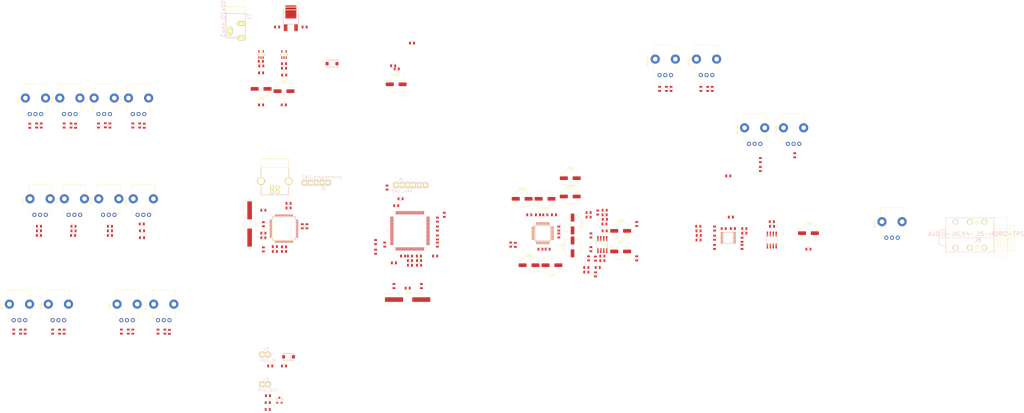
<source format=kicad_pcb>
(kicad_pcb (version 20171130) (host pcbnew 5.0.2-bee76a0~70~ubuntu18.04.1)
  (layers (0 F.Cu signal) (31 B.Cu signal) (34 B.Paste user) (35 F.Paste user) (36 B.SilkS user) (37 F.SilkS user) (38 B.Mask user) (39 F.Mask user) (44 Edge.Cuts user))
  (net 0 "")
  (net 1 GNDD)
  (net 2 +5V)
  (net 3 "Net-(C2-Pad1)")
  (net 4 "Net-(C10-Pad1)")
  (net 5 "Net-(C11-Pad1)")
  (net 6 /Control/osc1_tune)
  (net 7 GND)
  (net 8 /Control/attack)
  (net 9 /Control/lfo_rate)
  (net 10 /Control/osc1_waveshape)
  (net 11 /Control/decay)
  (net 12 /Control/lfo_depth)
  (net 13 /Control/osc2_tune)
  (net 14 /Control/sustain)
  (net 15 /Control/global_lfo_rate)
  (net 16 /Control/osc2_waveshape)
  (net 17 /Control/release)
  (net 18 /Control/global_lfo_depth)
  (net 19 "Net-(C24-Pad1)")
  (net 20 "Net-(C25-Pad1)")
  (net 21 "Net-(C26-Pad1)")
  (net 22 "Net-(C27-Pad1)")
  (net 23 "Net-(C28-Pad1)")
  (net 24 3.3V)
  (net 25 +3.3VA)
  (net 26 "Net-(C40-Pad1)")
  (net 27 /Filter/Q_CTRL)
  (net 28 "Net-(C42-Pad1)")
  (net 29 "Net-(C42-Pad2)")
  (net 30 "Net-(C43-Pad1)")
  (net 31 "Net-(C43-Pad2)")
  (net 32 "Net-(C44-Pad2)")
  (net 33 "Net-(C44-Pad1)")
  (net 34 "Net-(C45-Pad1)")
  (net 35 "Net-(C45-Pad2)")
  (net 36 "Net-(C46-Pad2)")
  (net 37 "Net-(C46-Pad1)")
  (net 38 "Net-(C47-Pad1)")
  (net 39 VREF)
  (net 40 "Net-(C48-Pad2)")
  (net 41 "Net-(C48-Pad1)")
  (net 42 "Net-(C49-Pad2)")
  (net 43 "Net-(C50-Pad1)")
  (net 44 +15V)
  (net 45 "Net-(C54-Pad1)")
  (net 46 "Net-(C55-Pad1)")
  (net 47 "Net-(C69-Pad1)")
  (net 48 "Net-(C71-Pad1)")
  (net 49 "Net-(C77-Pad1)")
  (net 50 "Net-(C77-Pad2)")
  (net 51 "Net-(C78-Pad2)")
  (net 52 "Net-(C78-Pad1)")
  (net 53 "Net-(C79-Pad2)")
  (net 54 "Net-(C80-Pad2)")
  (net 55 "Net-(C81-Pad2)")
  (net 56 "Net-(C81-Pad1)")
  (net 57 "Net-(C82-Pad1)")
  (net 58 "Net-(C82-Pad2)")
  (net 59 /DAC/AOUT_L)
  (net 60 /DAC/AOUT_R)
  (net 61 /Control/XRES)
  (net 62 /Control/SCLK)
  (net 63 /Control/SDAT)
  (net 64 "Net-(J3-Pad2)")
  (net 65 "Net-(D1-Pad1)")
  (net 66 "Net-(J4-Pad1)")
  (net 67 "Net-(J4-Pad2)")
  (net 68 "/Audio Engine/VDD_TARGET")
  (net 69 "/Audio Engine/SWCLK")
  (net 70 "/Audio Engine/SWDIO")
  (net 71 "/Audio Engine/NRST")
  (net 72 "/Audio Engine/SWO")
  (net 73 "Net-(J6-PadRING)")
  (net 74 "Net-(D1-Pad2)")
  (net 75 /Control/MIDI_IN)
  (net 76 "Net-(Q1-Pad3)")
  (net 77 /Control/MIDI_OUT)
  (net 78 "Net-(Q1-Pad2)")
  (net 79 "Net-(R8-Pad2)")
  (net 80 "Net-(R9-Pad1)")
  (net 81 "Net-(R10-Pad2)")
  (net 82 "Net-(R11-Pad1)")
  (net 83 "Net-(R12-Pad2)")
  (net 84 "Net-(R13-Pad1)")
  (net 85 "Net-(R14-Pad2)")
  (net 86 "Net-(R15-Pad1)")
  (net 87 "Net-(R16-Pad2)")
  (net 88 "Net-(R17-Pad1)")
  (net 89 "Net-(R18-Pad2)")
  (net 90 "Net-(R19-Pad1)")
  (net 91 "Net-(R20-Pad2)")
  (net 92 "Net-(R21-Pad1)")
  (net 93 "Net-(R22-Pad2)")
  (net 94 "Net-(R23-Pad1)")
  (net 95 "Net-(R24-Pad2)")
  (net 96 "Net-(R25-Pad1)")
  (net 97 "Net-(R26-Pad2)")
  (net 98 "Net-(R27-Pad1)")
  (net 99 "Net-(R28-Pad2)")
  (net 100 "Net-(R29-Pad1)")
  (net 101 "Net-(R30-Pad2)")
  (net 102 "Net-(R31-Pad1)")
  (net 103 "Net-(R32-Pad1)")
  (net 104 "Net-(R36-Pad1)")
  (net 105 "Net-(R39-Pad2)")
  (net 106 "Net-(R40-Pad1)")
  (net 107 "Net-(R41-Pad2)")
  (net 108 "Net-(R42-Pad1)")
  (net 109 "Net-(R43-Pad1)")
  (net 110 /Filter/FREQ_CTRL)
  (net 111 "Net-(R45-Pad1)")
  (net 112 "Net-(R46-Pad2)")
  (net 113 "Net-(R49-Pad1)")
  (net 114 "Net-(R52-Pad1)")
  (net 115 "Net-(R53-Pad1)")
  (net 116 "/Audio Engine/I2C_SCL")
  (net 117 "/Audio Engine/I2C_SDA")
  (net 118 "Net-(R62-Pad2)")
  (net 119 "Net-(R63-Pad2)")
  (net 120 "Net-(R63-Pad1)")
  (net 121 "Net-(R64-Pad1)")
  (net 122 "Net-(R64-Pad2)")
  (net 123 "Net-(R65-Pad2)")
  (net 124 "Net-(U1-Pad1)")
  (net 125 "Net-(U1-Pad2)")
  (net 126 "Net-(U1-Pad3)")
  (net 127 "Net-(U1-Pad4)")
  (net 128 "Net-(U1-Pad5)")
  (net 129 "Net-(U1-Pad6)")
  (net 130 "Net-(U1-Pad7)")
  (net 131 "Net-(U1-Pad8)")
  (net 132 "Net-(U1-Pad9)")
  (net 133 "Net-(U1-Pad12)")
  (net 134 "Net-(U1-Pad13)")
  (net 135 "Net-(U1-Pad14)")
  (net 136 "Net-(U1-Pad15)")
  (net 137 "Net-(U1-Pad16)")
  (net 138 "Net-(U1-Pad18)")
  (net 139 "Net-(U1-Pad19)")
  (net 140 "Net-(U1-Pad22)")
  (net 141 "Net-(U1-Pad23)")
  (net 142 "Net-(U1-Pad24)")
  (net 143 "Net-(U1-Pad25)")
  (net 144 "Net-(U1-Pad27)")
  (net 145 "Net-(U1-Pad28)")
  (net 146 "Net-(U1-Pad29)")
  (net 147 "Net-(U1-Pad30)")
  (net 148 "Net-(U1-Pad31)")
  (net 149 "Net-(U1-Pad32)")
  (net 150 "Net-(U1-Pad33)")
  (net 151 "Net-(J2-Pad3)")
  (net 152 "Net-(J2-Pad2)")
  (net 153 "Net-(J2-Pad1)")
  (net 154 "Net-(U1-Pad39)")
  (net 155 "Net-(U1-Pad40)")
  (net 156 "Net-(U1-Pad41)")
  (net 157 "Net-(U1-Pad42)")
  (net 158 "Net-(U1-Pad43)")
  (net 159 "Net-(U1-Pad44)")
  (net 160 "Net-(U1-Pad45)")
  (net 161 "Net-(U1-Pad46)")
  (net 162 "Net-(U1-Pad51)")
  (net 163 "Net-(U1-Pad52)")
  (net 164 "Net-(U1-Pad53)")
  (net 165 "Net-(U1-Pad54)")
  (net 166 "Net-(U1-Pad55)")
  (net 167 "Net-(U1-Pad58)")
  (net 168 "Net-(U1-Pad59)")
  (net 169 "Net-(U1-Pad60)")
  (net 170 "Net-(U1-Pad61)")
  (net 171 "Net-(U1-Pad62)")
  (net 172 "Net-(U1-Pad63)")
  (net 173 "Net-(U1-Pad64)")
  (net 174 "Net-(U3-Pad1)")
  (net 175 "Net-(U3-Pad2)")
  (net 176 "Net-(U3-Pad3)")
  (net 177 "Net-(U3-Pad4)")
  (net 178 "Net-(U3-Pad5)")
  (net 179 "Net-(U3-Pad7)")
  (net 180 "Net-(U3-Pad8)")
  (net 181 "Net-(U3-Pad9)")
  (net 182 "Net-(U3-Pad15)")
  (net 183 "Net-(U3-Pad16)")
  (net 184 "Net-(U3-Pad17)")
  (net 185 "/Audio Engine/I2S_SDA")
  (net 186 /Control/UART_RX)
  (net 187 "/Audio Engine/UART_RX")
  (net 188 "Net-(U3-Pad25)")
  (net 189 "Net-(U3-Pad26)")
  (net 190 "Net-(U3-Pad29)")
  (net 191 "Net-(U3-Pad30)")
  (net 192 "Net-(U3-Pad31)")
  (net 193 "Net-(U3-Pad32)")
  (net 194 "Net-(U3-Pad33)")
  (net 195 "Net-(U3-Pad34)")
  (net 196 "Net-(U3-Pad35)")
  (net 197 "Net-(U3-Pad36)")
  (net 198 "/Audio Engine/PDN")
  (net 199 "/Audio Engine/CSN")
  (net 200 "/Audio Engine/DIF0")
  (net 201 "/Audio Engine/DIF1")
  (net 202 "/Audio Engine/DIF2")
  (net 203 "/Audio Engine/CAD1")
  (net 204 "/Audio Engine/I2S_WCLK")
  (net 205 "Net-(U3-Pad45)")
  (net 206 "Net-(U3-Pad46)")
  (net 207 "/Audio Engine/I2S_BCLK")
  (net 208 "Net-(U3-Pad48)")
  (net 209 "/Audio Engine/I2S_LRCLK")
  (net 210 "Net-(U3-Pad52)")
  (net 211 "Net-(U3-Pad53)")
  (net 212 "Net-(U3-Pad54)")
  (net 213 "Net-(U3-Pad55)")
  (net 214 "Net-(U3-Pad56)")
  (net 215 "Net-(U3-Pad57)")
  (net 216 "Net-(U3-Pad58)")
  (net 217 "Net-(U3-Pad59)")
  (net 218 "Net-(U3-Pad60)")
  (net 219 "Net-(U3-Pad61)")
  (net 220 "Net-(U3-Pad62)")
  (net 221 "/Audio Engine/MCLK")
  (net 222 "Net-(U3-Pad64)")
  (net 223 "Net-(U3-Pad65)")
  (net 224 "Net-(U3-Pad66)")
  (net 225 "Net-(U3-Pad67)")
  (net 226 "Net-(U3-Pad68)")
  (net 227 "Net-(U3-Pad69)")
  (net 228 "Net-(U3-Pad70)")
  (net 229 "Net-(U3-Pad71)")
  (net 230 "Net-(U3-Pad78)")
  (net 231 "Net-(U3-Pad79)")
  (net 232 "Net-(U3-Pad80)")
  (net 233 "Net-(U3-Pad81)")
  (net 234 "Net-(U3-Pad82)")
  (net 235 "Net-(U3-Pad83)")
  (net 236 "Net-(U3-Pad84)")
  (net 237 "Net-(U3-Pad85)")
  (net 238 "Net-(U3-Pad86)")
  (net 239 "Net-(U3-Pad87)")
  (net 240 "Net-(U3-Pad88)")
  (net 241 "Net-(U3-Pad91)")
  (net 242 "Net-(U3-Pad95)")
  (net 243 "Net-(U3-Pad96)")
  (net 244 "Net-(U3-Pad97)")
  (net 245 "Net-(U3-Pad98)")
  (net 246 "Net-(U7-Pad4)")
  (net 247 "Net-(U8-Pad4)")
  (net 248 "Net-(U9-Pad18)")
  (net 249 "Net-(U9-Pad24)")
  (net 250 "Net-(U9-Pad37)")
  (net 251 "Net-(U9-Pad43)")
  (module SparkFun-Passives:0805 (layer F.Cu) (at 48 102 270)
    (fp_text reference C1 (at 0.254 -1.0287 270) (layer B.SilkS) (effects (font (size 0.4064 0.4064) (thickness 0.0254))))
    (fp_text value 1uF (at 0.2032 1.1938 270) (layer B.SilkS) (effects (font (size 0.4064 0.4064) (thickness 0.0254))))
    (pad 2 smd rect (at 0.89916 0 270) (size 0.79756 1.19888) (layers F.Cu F.Paste F.Mask) (net 1 GNDD))
    (pad 1 smd rect (at -0.89916 0 270) (size 0.79756 1.19888) (layers F.Cu F.Paste F.Mask) (net 2 +5V))
  )
  (module SparkFun-Passives:0805 (layer F.Cu) (at 29 95)
    (fp_text reference C2 (at 0.254 -1.0287) (layer B.SilkS) (effects (font (size 0.4064 0.4064) (thickness 0.0254))))
    (fp_text value 22pF (at 0.2032 1.1938) (layer B.SilkS) (effects (font (size 0.4064 0.4064) (thickness 0.0254))))
    (pad 1 smd rect (at -0.89916 0) (size 0.79756 1.19888) (layers F.Cu F.Paste F.Mask) (net 3 "Net-(C2-Pad1)"))
    (pad 2 smd rect (at 0.89916 0) (size 0.79756 1.19888) (layers F.Cu F.Paste F.Mask) (net 1 GNDD))
  )
  (module SparkFun-Passives:0805 (layer F.Cu) (at 38 111)
    (fp_text reference C3 (at 0.254 -1.0287) (layer B.SilkS) (effects (font (size 0.4064 0.4064) (thickness 0.0254))))
    (fp_text value 1uF (at 0.2032 1.1938) (layer B.SilkS) (effects (font (size 0.4064 0.4064) (thickness 0.0254))))
    (pad 2 smd rect (at 0.89916 0) (size 0.79756 1.19888) (layers F.Cu F.Paste F.Mask) (net 1 GNDD))
    (pad 1 smd rect (at -0.89916 0) (size 0.79756 1.19888) (layers F.Cu F.Paste F.Mask) (net 2 +5V))
  )
  (module SparkFun-Passives:0805 (layer F.Cu) (at 34 113 180)
    (fp_text reference C4 (at 0.254 -1.0287 180) (layer B.SilkS) (effects (font (size 0.4064 0.4064) (thickness 0.0254))))
    (fp_text value 1uF (at 0.2032 1.1938 180) (layer B.SilkS) (effects (font (size 0.4064 0.4064) (thickness 0.0254))))
    (pad 2 smd rect (at 0.89916 0 180) (size 0.79756 1.19888) (layers F.Cu F.Paste F.Mask) (net 1 GNDD))
    (pad 1 smd rect (at -0.89916 0 180) (size 0.79756 1.19888) (layers F.Cu F.Paste F.Mask) (net 2 +5V))
  )
  (module SparkFun-Passives:0805 (layer F.Cu) (at 46 102 270)
    (fp_text reference C5 (at 0.254 -1.0287 270) (layer B.SilkS) (effects (font (size 0.4064 0.4064) (thickness 0.0254))))
    (fp_text value 0.1uF (at 0.2032 1.1938 270) (layer B.SilkS) (effects (font (size 0.4064 0.4064) (thickness 0.0254))))
    (pad 1 smd rect (at -0.89916 0 270) (size 0.79756 1.19888) (layers F.Cu F.Paste F.Mask) (net 2 +5V))
    (pad 2 smd rect (at 0.89916 0 270) (size 0.79756 1.19888) (layers F.Cu F.Paste F.Mask) (net 1 GNDD))
  )
  (module SparkFun-Passives:0805 (layer F.Cu) (at 40 92)
    (fp_text reference C6 (at 0.254 -1.0287) (layer B.SilkS) (effects (font (size 0.4064 0.4064) (thickness 0.0254))))
    (fp_text value 1uF (at 0.2032 1.1938) (layer B.SilkS) (effects (font (size 0.4064 0.4064) (thickness 0.0254))))
    (pad 2 smd rect (at 0.89916 0) (size 0.79756 1.19888) (layers F.Cu F.Paste F.Mask) (net 2 +5V))
    (pad 1 smd rect (at -0.89916 0) (size 0.79756 1.19888) (layers F.Cu F.Paste F.Mask) (net 1 GNDD))
  )
  (module SparkFun-Passives:0805 (layer F.Cu) (at 38 113)
    (fp_text reference C7 (at 0.254 -1.0287) (layer B.SilkS) (effects (font (size 0.4064 0.4064) (thickness 0.0254))))
    (fp_text value 0.1uF (at 0.2032 1.1938) (layer B.SilkS) (effects (font (size 0.4064 0.4064) (thickness 0.0254))))
    (pad 1 smd rect (at -0.89916 0) (size 0.79756 1.19888) (layers F.Cu F.Paste F.Mask) (net 2 +5V))
    (pad 2 smd rect (at 0.89916 0) (size 0.79756 1.19888) (layers F.Cu F.Paste F.Mask) (net 1 GNDD))
  )
  (module SparkFun-Passives:0805 (layer F.Cu) (at 34 110.875641 180)
    (fp_text reference C8 (at 0.254 -1.0287 180) (layer B.SilkS) (effects (font (size 0.4064 0.4064) (thickness 0.0254))))
    (fp_text value 0.1uF (at 0.2032 1.1938 180) (layer B.SilkS) (effects (font (size 0.4064 0.4064) (thickness 0.0254))))
    (pad 1 smd rect (at -0.89916 0 180) (size 0.79756 1.19888) (layers F.Cu F.Paste F.Mask) (net 2 +5V))
    (pad 2 smd rect (at 0.89916 0 180) (size 0.79756 1.19888) (layers F.Cu F.Paste F.Mask) (net 1 GNDD))
  )
  (module SparkFun-Passives:0805 (layer F.Cu) (at 40 94)
    (fp_text reference C9 (at 0.254 -1.0287) (layer B.SilkS) (effects (font (size 0.4064 0.4064) (thickness 0.0254))))
    (fp_text value 0.1uF (at 0.2032 1.1938) (layer B.SilkS) (effects (font (size 0.4064 0.4064) (thickness 0.0254))))
    (pad 1 smd rect (at -0.89916 0) (size 0.79756 1.19888) (layers F.Cu F.Paste F.Mask) (net 1 GNDD))
    (pad 2 smd rect (at 0.89916 0) (size 0.79756 1.19888) (layers F.Cu F.Paste F.Mask) (net 2 +5V))
  )
  (module SparkFun-Passives:0805 (layer F.Cu) (at 29 112.10084 270)
    (fp_text reference C10 (at 0.254 -1.0287 270) (layer B.SilkS) (effects (font (size 0.4064 0.4064) (thickness 0.0254))))
    (fp_text value 1uF (at 0.2032 1.1938 270) (layer B.SilkS) (effects (font (size 0.4064 0.4064) (thickness 0.0254))))
    (pad 1 smd rect (at -0.89916 0 270) (size 0.79756 1.19888) (layers F.Cu F.Paste F.Mask) (net 4 "Net-(C10-Pad1)"))
    (pad 2 smd rect (at 0.89916 0 270) (size 0.79756 1.19888) (layers F.Cu F.Paste F.Mask) (net 1 GNDD))
  )
  (module SparkFun-Passives:0805 (layer F.Cu) (at 29 107)
    (fp_text reference C11 (at 0.254 -1.0287) (layer B.SilkS) (effects (font (size 0.4064 0.4064) (thickness 0.0254))))
    (fp_text value 22pF (at 0.2032 1.1938) (layer B.SilkS) (effects (font (size 0.4064 0.4064) (thickness 0.0254))))
    (pad 2 smd rect (at 0.89916 0) (size 0.79756 1.19888) (layers F.Cu F.Paste F.Mask) (net 1 GNDD))
    (pad 1 smd rect (at -0.89916 0) (size 0.79756 1.19888) (layers F.Cu F.Paste F.Mask) (net 5 "Net-(C11-Pad1)"))
  )
  (module SparkFun-Passives:0805 (layer F.Cu) (at -70 58 270)
    (fp_text reference C12 (at 0.254 -1.0287 270) (layer B.SilkS) (effects (font (size 0.4064 0.4064) (thickness 0.0254))))
    (fp_text value C_Small (at 0.2032 1.1938 270) (layer B.SilkS) (effects (font (size 0.4064 0.4064) (thickness 0.0254))))
    (pad 1 smd rect (at -0.89916 0 270) (size 0.79756 1.19888) (layers F.Cu F.Paste F.Mask) (net 6 /Control/osc1_tune))
    (pad 2 smd rect (at 0.89916 0 270) (size 0.79756 1.19888) (layers F.Cu F.Paste F.Mask) (net 7 GND))
  )
  (module SparkFun-Passives:0805 (layer F.Cu) (at -69 102)
    (fp_text reference C13 (at 0.254 -1.0287) (layer B.SilkS) (effects (font (size 0.4064 0.4064) (thickness 0.0254))))
    (fp_text value C_Small (at 0.2032 1.1938) (layer B.SilkS) (effects (font (size 0.4064 0.4064) (thickness 0.0254))))
    (pad 1 smd rect (at -0.89916 0) (size 0.79756 1.19888) (layers F.Cu F.Paste F.Mask) (net 8 /Control/attack))
    (pad 2 smd rect (at 0.89916 0) (size 0.79756 1.19888) (layers F.Cu F.Paste F.Mask) (net 7 GND))
  )
  (module SparkFun-Passives:0805 (layer F.Cu) (at -77 148 270)
    (fp_text reference C14 (at 0.254 -1.0287 270) (layer B.SilkS) (effects (font (size 0.4064 0.4064) (thickness 0.0254))))
    (fp_text value C_Small (at 0.2032 1.1938 270) (layer B.SilkS) (effects (font (size 0.4064 0.4064) (thickness 0.0254))))
    (pad 1 smd rect (at -0.89916 0 270) (size 0.79756 1.19888) (layers F.Cu F.Paste F.Mask) (net 9 /Control/lfo_rate))
    (pad 2 smd rect (at 0.89916 0 270) (size 0.79756 1.19888) (layers F.Cu F.Paste F.Mask) (net 7 GND))
  )
  (module SparkFun-Passives:0805 (layer F.Cu) (at -55 58 270)
    (fp_text reference C15 (at 0.254 -1.0287 270) (layer B.SilkS) (effects (font (size 0.4064 0.4064) (thickness 0.0254))))
    (fp_text value C_Small (at 0.2032 1.1938 270) (layer B.SilkS) (effects (font (size 0.4064 0.4064) (thickness 0.0254))))
    (pad 2 smd rect (at 0.89916 0 270) (size 0.79756 1.19888) (layers F.Cu F.Paste F.Mask) (net 7 GND))
    (pad 1 smd rect (at -0.89916 0 270) (size 0.79756 1.19888) (layers F.Cu F.Paste F.Mask) (net 10 /Control/osc1_waveshape))
  )
  (module SparkFun-Passives:0805 (layer F.Cu) (at -53.89916 104)
    (fp_text reference C16 (at 0.254 -1.0287) (layer B.SilkS) (effects (font (size 0.4064 0.4064) (thickness 0.0254))))
    (fp_text value C_Small (at 0.2032 1.1938) (layer B.SilkS) (effects (font (size 0.4064 0.4064) (thickness 0.0254))))
    (pad 2 smd rect (at 0.89916 0) (size 0.79756 1.19888) (layers F.Cu F.Paste F.Mask) (net 7 GND))
    (pad 1 smd rect (at -0.89916 0) (size 0.79756 1.19888) (layers F.Cu F.Paste F.Mask) (net 11 /Control/decay))
  )
  (module SparkFun-Passives:0805 (layer F.Cu) (at -60 148 270)
    (fp_text reference C17 (at 0.254 -1.0287 270) (layer B.SilkS) (effects (font (size 0.4064 0.4064) (thickness 0.0254))))
    (fp_text value C_Small (at 0.2032 1.1938 270) (layer B.SilkS) (effects (font (size 0.4064 0.4064) (thickness 0.0254))))
    (pad 2 smd rect (at 0.89916 0 270) (size 0.79756 1.19888) (layers F.Cu F.Paste F.Mask) (net 7 GND))
    (pad 1 smd rect (at -0.89916 0 270) (size 0.79756 1.19888) (layers F.Cu F.Paste F.Mask) (net 12 /Control/lfo_depth))
  )
  (module SparkFun-Passives:0805 (layer F.Cu) (at -40 57.89916 270)
    (fp_text reference C18 (at 0.254 -1.0287 270) (layer B.SilkS) (effects (font (size 0.4064 0.4064) (thickness 0.0254))))
    (fp_text value C_Small (at 0.2032 1.1938 270) (layer B.SilkS) (effects (font (size 0.4064 0.4064) (thickness 0.0254))))
    (pad 1 smd rect (at -0.89916 0 270) (size 0.79756 1.19888) (layers F.Cu F.Paste F.Mask) (net 13 /Control/osc2_tune))
    (pad 2 smd rect (at 0.89916 0 270) (size 0.79756 1.19888) (layers F.Cu F.Paste F.Mask) (net 7 GND))
  )
  (module SparkFun-Passives:0805 (layer F.Cu) (at -38 104)
    (fp_text reference C19 (at 0.254 -1.0287) (layer B.SilkS) (effects (font (size 0.4064 0.4064) (thickness 0.0254))))
    (fp_text value C_Small (at 0.2032 1.1938) (layer B.SilkS) (effects (font (size 0.4064 0.4064) (thickness 0.0254))))
    (pad 1 smd rect (at -0.89916 0) (size 0.79756 1.19888) (layers F.Cu F.Paste F.Mask) (net 14 /Control/sustain))
    (pad 2 smd rect (at 0.89916 0) (size 0.79756 1.19888) (layers F.Cu F.Paste F.Mask) (net 7 GND))
  )
  (module SparkFun-Passives:0805 (layer F.Cu) (at -30 148 270)
    (fp_text reference C20 (at 0.254 -1.0287 270) (layer B.SilkS) (effects (font (size 0.4064 0.4064) (thickness 0.0254))))
    (fp_text value C_Small (at 0.2032 1.1938 270) (layer B.SilkS) (effects (font (size 0.4064 0.4064) (thickness 0.0254))))
    (pad 2 smd rect (at 0.89916 0 270) (size 0.79756 1.19888) (layers F.Cu F.Paste F.Mask) (net 7 GND))
    (pad 1 smd rect (at -0.89916 0 270) (size 0.79756 1.19888) (layers F.Cu F.Paste F.Mask) (net 15 /Control/global_lfo_rate))
  )
  (module SparkFun-Passives:0805 (layer F.Cu) (at -25 58 270)
    (fp_text reference C21 (at 0.254 -1.0287 270) (layer B.SilkS) (effects (font (size 0.4064 0.4064) (thickness 0.0254))))
    (fp_text value C_Small (at 0.2032 1.1938 270) (layer B.SilkS) (effects (font (size 0.4064 0.4064) (thickness 0.0254))))
    (pad 2 smd rect (at 0.89916 0 270) (size 0.79756 1.19888) (layers F.Cu F.Paste F.Mask) (net 7 GND))
    (pad 1 smd rect (at -0.89916 0 270) (size 0.79756 1.19888) (layers F.Cu F.Paste F.Mask) (net 16 /Control/osc2_waveshape))
  )
  (module SparkFun-Passives:0805 (layer F.Cu) (at -24 104)
    (fp_text reference C22 (at 0.254 -1.0287) (layer B.SilkS) (effects (font (size 0.4064 0.4064) (thickness 0.0254))))
    (fp_text value C_Small (at 0.2032 1.1938) (layer B.SilkS) (effects (font (size 0.4064 0.4064) (thickness 0.0254))))
    (pad 2 smd rect (at 0.89916 0) (size 0.79756 1.19888) (layers F.Cu F.Paste F.Mask) (net 7 GND))
    (pad 1 smd rect (at -0.89916 0) (size 0.79756 1.19888) (layers F.Cu F.Paste F.Mask) (net 17 /Control/release))
  )
  (module SparkFun-Passives:0805 (layer F.Cu) (at -14 148 270)
    (fp_text reference C23 (at 0.254 -1.0287 270) (layer B.SilkS) (effects (font (size 0.4064 0.4064) (thickness 0.0254))))
    (fp_text value C_Small (at 0.2032 1.1938 270) (layer B.SilkS) (effects (font (size 0.4064 0.4064) (thickness 0.0254))))
    (pad 1 smd rect (at -0.89916 0 270) (size 0.79756 1.19888) (layers F.Cu F.Paste F.Mask) (net 18 /Control/global_lfo_depth))
    (pad 2 smd rect (at 0.89916 0 270) (size 0.79756 1.19888) (layers F.Cu F.Paste F.Mask) (net 7 GND))
  )
  (module SparkFun-Passives:0805 (layer F.Cu) (at 86 128.10084 90)
    (fp_text reference C24 (at 0.254 -1.0287 90) (layer B.SilkS) (effects (font (size 0.4064 0.4064) (thickness 0.0254))))
    (fp_text value 22pF (at 0.2032 1.1938 90) (layer B.SilkS) (effects (font (size 0.4064 0.4064) (thickness 0.0254))))
    (pad 1 smd rect (at -0.89916 0 90) (size 0.79756 1.19888) (layers F.Cu F.Paste F.Mask) (net 19 "Net-(C24-Pad1)"))
    (pad 2 smd rect (at 0.89916 0 90) (size 0.79756 1.19888) (layers F.Cu F.Paste F.Mask) (net 1 GNDD))
  )
  (module SparkFun-Passives:0805 (layer F.Cu) (at 98 128.10084 90)
    (fp_text reference C25 (at 0.254 -1.0287 90) (layer B.SilkS) (effects (font (size 0.4064 0.4064) (thickness 0.0254))))
    (fp_text value 22pF (at 0.2032 1.1938 90) (layer B.SilkS) (effects (font (size 0.4064 0.4064) (thickness 0.0254))))
    (pad 1 smd rect (at -0.89916 0 90) (size 0.79756 1.19888) (layers F.Cu F.Paste F.Mask) (net 20 "Net-(C25-Pad1)"))
    (pad 2 smd rect (at 0.89916 0 90) (size 0.79756 1.19888) (layers F.Cu F.Paste F.Mask) (net 1 GNDD))
  )
  (module SparkFun-Passives:0805 (layer F.Cu) (at 93 119 180)
    (fp_text reference C26 (at 0.254 -1.0287 180) (layer B.SilkS) (effects (font (size 0.4064 0.4064) (thickness 0.0254))))
    (fp_text value 1uF (at 0.2032 1.1938 180) (layer B.SilkS) (effects (font (size 0.4064 0.4064) (thickness 0.0254))))
    (pad 1 smd rect (at -0.89916 0 180) (size 0.79756 1.19888) (layers F.Cu F.Paste F.Mask) (net 21 "Net-(C26-Pad1)"))
    (pad 2 smd rect (at 0.89916 0 180) (size 0.79756 1.19888) (layers F.Cu F.Paste F.Mask) (net 7 GND))
  )
  (module SparkFun-Passives:0805 (layer F.Cu) (at 108 97 90)
    (fp_text reference C27 (at 0.254 -1.0287 90) (layer B.SilkS) (effects (font (size 0.4064 0.4064) (thickness 0.0254))))
    (fp_text value 0.1uF (at 0.2032 1.1938 90) (layer B.SilkS) (effects (font (size 0.4064 0.4064) (thickness 0.0254))))
    (pad 2 smd rect (at 0.89916 0 90) (size 0.79756 1.19888) (layers F.Cu F.Paste F.Mask) (net 1 GNDD))
    (pad 1 smd rect (at -0.89916 0 90) (size 0.79756 1.19888) (layers F.Cu F.Paste F.Mask) (net 22 "Net-(C27-Pad1)"))
  )
  (module SparkFun-Passives:0805 (layer F.Cu) (at 88.89916 90 180)
    (fp_text reference C28 (at 0.254 -1.0287 180) (layer B.SilkS) (effects (font (size 0.4064 0.4064) (thickness 0.0254))))
    (fp_text value 0.1uF (at 0.2032 1.1938 180) (layer B.SilkS) (effects (font (size 0.4064 0.4064) (thickness 0.0254))))
    (pad 1 smd rect (at -0.89916 0 180) (size 0.79756 1.19888) (layers F.Cu F.Paste F.Mask) (net 23 "Net-(C28-Pad1)"))
    (pad 2 smd rect (at 0.89916 0 180) (size 0.79756 1.19888) (layers F.Cu F.Paste F.Mask) (net 1 GNDD))
  )
  (module SparkFun-Passives:0805 (layer F.Cu) (at 93 117 180)
    (fp_text reference C29 (at 0.254 -1.0287 180) (layer B.SilkS) (effects (font (size 0.4064 0.4064) (thickness 0.0254))))
    (fp_text value 0.1uF (at 0.2032 1.1938 180) (layer B.SilkS) (effects (font (size 0.4064 0.4064) (thickness 0.0254))))
    (pad 1 smd rect (at -0.89916 0 180) (size 0.79756 1.19888) (layers F.Cu F.Paste F.Mask) (net 21 "Net-(C26-Pad1)"))
    (pad 2 smd rect (at 0.89916 0 180) (size 0.79756 1.19888) (layers F.Cu F.Paste F.Mask) (net 7 GND))
  )
  (module SparkFun-Passives:0805 (layer F.Cu) (at 86 118 180)
    (fp_text reference C30 (at 0.254 -1.0287 180) (layer B.SilkS) (effects (font (size 0.4064 0.4064) (thickness 0.0254))))
    (fp_text value 10uF (at 0.2032 1.1938 180) (layer B.SilkS) (effects (font (size 0.4064 0.4064) (thickness 0.0254))))
    (pad 2 smd rect (at 0.89916 0 180) (size 0.79756 1.19888) (layers F.Cu F.Paste F.Mask) (net 24 3.3V))
    (pad 1 smd rect (at -0.89916 0 180) (size 0.79756 1.19888) (layers F.Cu F.Paste F.Mask) (net 1 GNDD))
  )
  (module SparkFun-Passives:0805 (layer F.Cu) (at 90 115 180)
    (fp_text reference C31 (at 0.254 -1.0287 180) (layer B.SilkS) (effects (font (size 0.4064 0.4064) (thickness 0.0254))))
    (fp_text value 0.1uF (at 0.2032 1.1938 180) (layer B.SilkS) (effects (font (size 0.4064 0.4064) (thickness 0.0254))))
    (pad 1 smd rect (at -0.89916 0 180) (size 0.79756 1.19888) (layers F.Cu F.Paste F.Mask) (net 1 GNDD))
    (pad 2 smd rect (at 0.89916 0 180) (size 0.79756 1.19888) (layers F.Cu F.Paste F.Mask) (net 24 3.3V))
  )
  (module SparkFun-Passives:0805 (layer F.Cu) (at 93 115 180)
    (fp_text reference C32 (at 0.254 -1.0287 180) (layer B.SilkS) (effects (font (size 0.4064 0.4064) (thickness 0.0254))))
    (fp_text value 0.1uF (at 0.2032 1.1938 180) (layer B.SilkS) (effects (font (size 0.4064 0.4064) (thickness 0.0254))))
    (pad 2 smd rect (at 0.89916 0 180) (size 0.79756 1.19888) (layers F.Cu F.Paste F.Mask) (net 24 3.3V))
    (pad 1 smd rect (at -0.89916 0 180) (size 0.79756 1.19888) (layers F.Cu F.Paste F.Mask) (net 1 GNDD))
  )
  (module SparkFun-Passives:0805 (layer F.Cu) (at 96.89916 115)
    (fp_text reference C33 (at 0.254 -1.0287) (layer B.SilkS) (effects (font (size 0.4064 0.4064) (thickness 0.0254))))
    (fp_text value 0.1uF (at 0.2032 1.1938) (layer B.SilkS) (effects (font (size 0.4064 0.4064) (thickness 0.0254))))
    (pad 1 smd rect (at -0.89916 0) (size 0.79756 1.19888) (layers F.Cu F.Paste F.Mask) (net 1 GNDD))
    (pad 2 smd rect (at 0.89916 0) (size 0.79756 1.19888) (layers F.Cu F.Paste F.Mask) (net 24 3.3V))
  )
  (module SparkFun-Passives:0805 (layer F.Cu) (at 105 110 90)
    (fp_text reference C34 (at 0.254 -1.0287 90) (layer B.SilkS) (effects (font (size 0.4064 0.4064) (thickness 0.0254))))
    (fp_text value 0.1uF (at 0.2032 1.1938 90) (layer B.SilkS) (effects (font (size 0.4064 0.4064) (thickness 0.0254))))
    (pad 2 smd rect (at 0.89916 0 90) (size 0.79756 1.19888) (layers F.Cu F.Paste F.Mask) (net 24 3.3V))
    (pad 1 smd rect (at -0.89916 0 90) (size 0.79756 1.19888) (layers F.Cu F.Paste F.Mask) (net 1 GNDD))
  )
  (module SparkFun-Passives:0805 (layer F.Cu) (at 105 99.10084 90)
    (fp_text reference C35 (at 0.254 -1.0287 90) (layer B.SilkS) (effects (font (size 0.4064 0.4064) (thickness 0.0254))))
    (fp_text value 0.1uF (at 0.2032 1.1938 90) (layer B.SilkS) (effects (font (size 0.4064 0.4064) (thickness 0.0254))))
    (pad 2 smd rect (at 0.89916 0 90) (size 0.79756 1.19888) (layers F.Cu F.Paste F.Mask) (net 24 3.3V))
    (pad 1 smd rect (at -0.89916 0 90) (size 0.79756 1.19888) (layers F.Cu F.Paste F.Mask) (net 1 GNDD))
  )
  (module SparkFun-Passives:0805 (layer F.Cu) (at 87 93 180)
    (fp_text reference C36 (at 0.254 -1.0287 180) (layer B.SilkS) (effects (font (size 0.4064 0.4064) (thickness 0.0254))))
    (fp_text value 0.1uF (at 0.2032 1.1938 180) (layer B.SilkS) (effects (font (size 0.4064 0.4064) (thickness 0.0254))))
    (pad 1 smd rect (at -0.89916 0 180) (size 0.79756 1.19888) (layers F.Cu F.Paste F.Mask) (net 1 GNDD))
    (pad 2 smd rect (at 0.89916 0 180) (size 0.79756 1.19888) (layers F.Cu F.Paste F.Mask) (net 24 3.3V))
  )
  (module SparkFun-Passives:0805 (layer F.Cu) (at 82 110 270)
    (fp_text reference C37 (at 0.254 -1.0287 270) (layer B.SilkS) (effects (font (size 0.4064 0.4064) (thickness 0.0254))))
    (fp_text value 0.1uF (at 0.2032 1.1938 270) (layer B.SilkS) (effects (font (size 0.4064 0.4064) (thickness 0.0254))))
    (pad 1 smd rect (at -0.89916 0 270) (size 0.79756 1.19888) (layers F.Cu F.Paste F.Mask) (net 1 GNDD))
    (pad 2 smd rect (at 0.89916 0 270) (size 0.79756 1.19888) (layers F.Cu F.Paste F.Mask) (net 24 3.3V))
  )
  (module SparkFun-Passives:0805 (layer F.Cu) (at 97 117 180)
    (fp_text reference C38 (at 0.254 -1.0287 180) (layer B.SilkS) (effects (font (size 0.4064 0.4064) (thickness 0.0254))))
    (fp_text value 0.1uF (at 0.2032 1.1938 180) (layer B.SilkS) (effects (font (size 0.4064 0.4064) (thickness 0.0254))))
    (pad 2 smd rect (at 0.89916 0 180) (size 0.79756 1.19888) (layers F.Cu F.Paste F.Mask) (net 7 GND))
    (pad 1 smd rect (at -0.89916 0 180) (size 0.79756 1.19888) (layers F.Cu F.Paste F.Mask) (net 25 +3.3VA))
  )
  (module SparkFun-Passives:0805 (layer F.Cu) (at 97 119 180)
    (fp_text reference C39 (at 0.254 -1.0287 180) (layer B.SilkS) (effects (font (size 0.4064 0.4064) (thickness 0.0254))))
    (fp_text value 1uF (at 0.2032 1.1938 180) (layer B.SilkS) (effects (font (size 0.4064 0.4064) (thickness 0.0254))))
    (pad 1 smd rect (at -0.89916 0 180) (size 0.79756 1.19888) (layers F.Cu F.Paste F.Mask) (net 25 +3.3VA))
    (pad 2 smd rect (at 0.89916 0 180) (size 0.79756 1.19888) (layers F.Cu F.Paste F.Mask) (net 7 GND))
  )
  (module SparkFun-Passives:0805 (layer F.Cu) (at 205 42 270)
    (fp_text reference C40 (at 0.254 -1.0287 270) (layer B.SilkS) (effects (font (size 0.4064 0.4064) (thickness 0.0254))))
    (fp_text value C_Small (at 0.2032 1.1938 270) (layer B.SilkS) (effects (font (size 0.4064 0.4064) (thickness 0.0254))))
    (pad 1 smd rect (at -0.89916 0 270) (size 0.79756 1.19888) (layers F.Cu F.Paste F.Mask) (net 26 "Net-(C40-Pad1)"))
    (pad 2 smd rect (at 0.89916 0 270) (size 0.79756 1.19888) (layers F.Cu F.Paste F.Mask) (net 7 GND))
  )
  (module SparkFun-Passives:0805 (layer F.Cu) (at 223 42 270)
    (fp_text reference C41 (at 0.254 -1.0287 270) (layer B.SilkS) (effects (font (size 0.4064 0.4064) (thickness 0.0254))))
    (fp_text value C_Small (at 0.2032 1.1938 270) (layer B.SilkS) (effects (font (size 0.4064 0.4064) (thickness 0.0254))))
    (pad 2 smd rect (at 0.89916 0 270) (size 0.79756 1.19888) (layers F.Cu F.Paste F.Mask) (net 7 GND))
    (pad 1 smd rect (at -0.89916 0 270) (size 0.79756 1.19888) (layers F.Cu F.Paste F.Mask) (net 27 /Filter/Q_CTRL))
  )
  (module SparkFun-Passives:0805 (layer F.Cu) (at 226 103 270)
    (fp_text reference C42 (at 0.254 -1.0287 270) (layer B.SilkS) (effects (font (size 0.4064 0.4064) (thickness 0.0254))))
    (fp_text value 3.3nF (at 0.2032 1.1938 270) (layer B.SilkS) (effects (font (size 0.4064 0.4064) (thickness 0.0254))))
    (pad 1 smd rect (at -0.89916 0 270) (size 0.79756 1.19888) (layers F.Cu F.Paste F.Mask) (net 28 "Net-(C42-Pad1)"))
    (pad 2 smd rect (at 0.89916 0 270) (size 0.79756 1.19888) (layers F.Cu F.Paste F.Mask) (net 29 "Net-(C42-Pad2)"))
  )
  (module SparkFun-Passives:0805 (layer F.Cu) (at 238 107.89916 270)
    (fp_text reference C43 (at 0.254 -1.0287 270) (layer B.SilkS) (effects (font (size 0.4064 0.4064) (thickness 0.0254))))
    (fp_text value 6.8nF (at 0.2032 1.1938 270) (layer B.SilkS) (effects (font (size 0.4064 0.4064) (thickness 0.0254))))
    (pad 1 smd rect (at -0.89916 0 270) (size 0.79756 1.19888) (layers F.Cu F.Paste F.Mask) (net 30 "Net-(C43-Pad1)"))
    (pad 2 smd rect (at 0.89916 0 270) (size 0.79756 1.19888) (layers F.Cu F.Paste F.Mask) (net 31 "Net-(C43-Pad2)"))
  )
  (module SparkFun-Passives:0805 (layer F.Cu) (at 238 111 270)
    (fp_text reference C44 (at 0.254 -1.0287 270) (layer B.SilkS) (effects (font (size 0.4064 0.4064) (thickness 0.0254))))
    (fp_text value 6.8nF (at 0.2032 1.1938 270) (layer B.SilkS) (effects (font (size 0.4064 0.4064) (thickness 0.0254))))
    (pad 2 smd rect (at 0.89916 0 270) (size 0.79756 1.19888) (layers F.Cu F.Paste F.Mask) (net 32 "Net-(C44-Pad2)"))
    (pad 1 smd rect (at -0.89916 0 270) (size 0.79756 1.19888) (layers F.Cu F.Paste F.Mask) (net 33 "Net-(C44-Pad1)"))
  )
  (module SparkFun-Passives:0805 (layer F.Cu) (at 226 111 270)
    (fp_text reference C45 (at 0.254 -1.0287 270) (layer B.SilkS) (effects (font (size 0.4064 0.4064) (thickness 0.0254))))
    (fp_text value 6.8nF (at 0.2032 1.1938 270) (layer B.SilkS) (effects (font (size 0.4064 0.4064) (thickness 0.0254))))
    (pad 1 smd rect (at -0.89916 0 270) (size 0.79756 1.19888) (layers F.Cu F.Paste F.Mask) (net 34 "Net-(C45-Pad1)"))
    (pad 2 smd rect (at 0.89916 0 270) (size 0.79756 1.19888) (layers F.Cu F.Paste F.Mask) (net 35 "Net-(C45-Pad2)"))
  )
  (module SparkFun-Passives:0805 (layer F.Cu) (at 226 107 270)
    (fp_text reference C46 (at 0.254 -1.0287 270) (layer B.SilkS) (effects (font (size 0.4064 0.4064) (thickness 0.0254))))
    (fp_text value 560pF (at 0.2032 1.1938 270) (layer B.SilkS) (effects (font (size 0.4064 0.4064) (thickness 0.0254))))
    (pad 2 smd rect (at 0.89916 0 270) (size 0.79756 1.19888) (layers F.Cu F.Paste F.Mask) (net 36 "Net-(C46-Pad2)"))
    (pad 1 smd rect (at -0.89916 0 270) (size 0.79756 1.19888) (layers F.Cu F.Paste F.Mask) (net 37 "Net-(C46-Pad1)"))
  )
  (module SparkFun-Passives:0805 (layer F.Cu) (at 230 103 180)
    (fp_text reference C47 (at 0.254 -1.0287 180) (layer B.SilkS) (effects (font (size 0.4064 0.4064) (thickness 0.0254))))
    (fp_text value 10nF (at 0.2032 1.1938 180) (layer B.SilkS) (effects (font (size 0.4064 0.4064) (thickness 0.0254))))
    (pad 1 smd rect (at -0.89916 0 180) (size 0.79756 1.19888) (layers F.Cu F.Paste F.Mask) (net 38 "Net-(C47-Pad1)"))
    (pad 2 smd rect (at 0.89916 0 180) (size 0.79756 1.19888) (layers F.Cu F.Paste F.Mask) (net 39 VREF))
  )
  (module SparkFun-Passives:0805 (layer F.Cu) (at 251.10084 102)
    (fp_text reference C48 (at 0.254 -1.0287) (layer B.SilkS) (effects (font (size 0.4064 0.4064) (thickness 0.0254))))
    (fp_text value 100pF (at 0.2032 1.1938) (layer B.SilkS) (effects (font (size 0.4064 0.4064) (thickness 0.0254))))
    (pad 2 smd rect (at 0.89916 0) (size 0.79756 1.19888) (layers F.Cu F.Paste F.Mask) (net 40 "Net-(C48-Pad2)"))
    (pad 1 smd rect (at -0.89916 0) (size 0.79756 1.19888) (layers F.Cu F.Paste F.Mask) (net 41 "Net-(C48-Pad1)"))
  )
  (module Capacitor_SMD:CP_Elec_6.3x5.4 (layer F.Cu) (at 267 105)
    (fp_text reference C49 (at 0 -4.35) (layer F.SilkS))
    (fp_text value CP1_Small)
    (pad 1 smd roundrect (at -2.8 0) (size 3.5 1.6) (layers F.Cu F.Paste F.Mask) (roundrect_rratio 0.15625) (net 41 "Net-(C48-Pad1)"))
    (pad 2 smd roundrect (at 2.8 0) (size 3.5 1.6) (layers F.Cu F.Paste F.Mask) (roundrect_rratio 0.15625) (net 42 "Net-(C49-Pad2)"))
  )
  (module Capacitor_SMD:CP_Elec_6.3x5.4 (layer F.Cu) (at 87 40)
    (fp_text reference C50 (at 0 -4.35) (layer F.SilkS))
    (fp_text value 220uF)
    (pad 1 smd roundrect (at -2.8 0) (size 3.5 1.6) (layers F.Cu F.Paste F.Mask) (roundrect_rratio 0.15625) (net 43 "Net-(C50-Pad1)"))
    (pad 2 smd roundrect (at 2.8 0) (size 3.5 1.6) (layers F.Cu F.Paste F.Mask) (roundrect_rratio 0.15625) (net 7 GND))
  )
  (module SparkFun-Passives:0805 (layer F.Cu) (at 28.10084 32 180)
    (fp_text reference C51 (at 0.254 -1.0287 180) (layer B.SilkS) (effects (font (size 0.4064 0.4064) (thickness 0.0254))))
    (fp_text value 10nF (at 0.2032 1.1938 180) (layer B.SilkS) (effects (font (size 0.4064 0.4064) (thickness 0.0254))))
    (pad 2 smd rect (at 0.89916 0 180) (size 0.79756 1.19888) (layers F.Cu F.Paste F.Mask) (net 7 GND))
    (pad 1 smd rect (at -0.89916 0 180) (size 0.79756 1.19888) (layers F.Cu F.Paste F.Mask) (net 2 +5V))
  )
  (module SparkFun-Passives:0805 (layer F.Cu) (at 38 33 180)
    (fp_text reference C52 (at 0.254 -1.0287 180) (layer B.SilkS) (effects (font (size 0.4064 0.4064) (thickness 0.0254))))
    (fp_text value 10nF (at 0.2032 1.1938 180) (layer B.SilkS) (effects (font (size 0.4064 0.4064) (thickness 0.0254))))
    (pad 1 smd rect (at -0.89916 0 180) (size 0.79756 1.19888) (layers F.Cu F.Paste F.Mask) (net 2 +5V))
    (pad 2 smd rect (at 0.89916 0 180) (size 0.79756 1.19888) (layers F.Cu F.Paste F.Mask) (net 7 GND))
  )
  (module SparkFun-Passives:0805 (layer F.Cu) (at 35 15 180)
    (fp_text reference C53 (at 0.254 -1.0287 180) (layer B.SilkS) (effects (font (size 0.4064 0.4064) (thickness 0.0254))))
    (fp_text value 0.33uF (at 0.2032 1.1938 180) (layer B.SilkS) (effects (font (size 0.4064 0.4064) (thickness 0.0254))))
    (pad 2 smd rect (at 0.89916 0 180) (size 0.79756 1.19888) (layers F.Cu F.Paste F.Mask) (net 7 GND))
    (pad 1 smd rect (at -0.89916 0 180) (size 0.79756 1.19888) (layers F.Cu F.Paste F.Mask) (net 44 +15V))
  )
  (module SparkFun-Passives:0805 (layer F.Cu) (at 28 35 180)
    (fp_text reference C54 (at 0.254 -1.0287 180) (layer B.SilkS) (effects (font (size 0.4064 0.4064) (thickness 0.0254))))
    (fp_text value 100nF (at 0.2032 1.1938 180) (layer B.SilkS) (effects (font (size 0.4064 0.4064) (thickness 0.0254))))
    (pad 2 smd rect (at 0.89916 0 180) (size 0.79756 1.19888) (layers F.Cu F.Paste F.Mask) (net 7 GND))
    (pad 1 smd rect (at -0.89916 0 180) (size 0.79756 1.19888) (layers F.Cu F.Paste F.Mask) (net 45 "Net-(C54-Pad1)"))
  )
  (module SparkFun-Passives:0805 (layer F.Cu) (at 38.10084 36 180)
    (fp_text reference C55 (at 0.254 -1.0287 180) (layer B.SilkS) (effects (font (size 0.4064 0.4064) (thickness 0.0254))))
    (fp_text value 100nF (at 0.2032 1.1938 180) (layer B.SilkS) (effects (font (size 0.4064 0.4064) (thickness 0.0254))))
    (pad 1 smd rect (at -0.89916 0 180) (size 0.79756 1.19888) (layers F.Cu F.Paste F.Mask) (net 46 "Net-(C55-Pad1)"))
    (pad 2 smd rect (at 0.89916 0 180) (size 0.79756 1.19888) (layers F.Cu F.Paste F.Mask) (net 7 GND))
  )
  (module Capacitor_SMD:CP_Elec_6.3x5.4 (layer F.Cu) (at 28 42 180)
    (fp_text reference C56 (at 0 -4.35 180) (layer F.SilkS))
    (fp_text value 470uF)
    (pad 2 smd roundrect (at 2.8 0 180) (size 3.5 1.6) (layers F.Cu F.Paste F.Mask) (roundrect_rratio 0.15625) (net 7 GND))
    (pad 1 smd roundrect (at -2.8 0 180) (size 3.5 1.6) (layers F.Cu F.Paste F.Mask) (roundrect_rratio 0.15625) (net 45 "Net-(C54-Pad1)"))
  )
  (module Capacitor_SMD:CP_Elec_6.3x5.4 (layer F.Cu) (at 38 43)
    (fp_text reference C57 (at 0 -4.35) (layer F.SilkS))
    (fp_text value 470uF)
    (pad 1 smd roundrect (at -2.8 0) (size 3.5 1.6) (layers F.Cu F.Paste F.Mask) (roundrect_rratio 0.15625) (net 46 "Net-(C55-Pad1)"))
    (pad 2 smd roundrect (at 2.8 0) (size 3.5 1.6) (layers F.Cu F.Paste F.Mask) (roundrect_rratio 0.15625) (net 7 GND))
  )
  (module SparkFun-Passives:0805 (layer F.Cu) (at 47 15)
    (fp_text reference C58 (at 0.254 -1.0287) (layer B.SilkS) (effects (font (size 0.4064 0.4064) (thickness 0.0254))))
    (fp_text value 0.1uF (at 0.2032 1.1938) (layer B.SilkS) (effects (font (size 0.4064 0.4064) (thickness 0.0254))))
    (pad 1 smd rect (at -0.89916 0) (size 0.79756 1.19888) (layers F.Cu F.Paste F.Mask) (net 2 +5V))
    (pad 2 smd rect (at 0.89916 0) (size 0.79756 1.19888) (layers F.Cu F.Paste F.Mask) (net 7 GND))
  )
  (module SparkFun-Passives:0805 (layer F.Cu) (at 28 49 180)
    (fp_text reference C59 (at 0.254 -1.0287 180) (layer B.SilkS) (effects (font (size 0.4064 0.4064) (thickness 0.0254))))
    (fp_text value 1uF (at 0.2032 1.1938 180) (layer B.SilkS) (effects (font (size 0.4064 0.4064) (thickness 0.0254))))
    (pad 2 smd rect (at 0.89916 0 180) (size 0.79756 1.19888) (layers F.Cu F.Paste F.Mask) (net 7 GND))
    (pad 1 smd rect (at -0.89916 0 180) (size 0.79756 1.19888) (layers F.Cu F.Paste F.Mask) (net 24 3.3V))
  )
  (module SparkFun-Passives:0805 (layer F.Cu) (at 37.89916 49)
    (fp_text reference C60 (at 0.254 -1.0287) (layer B.SilkS) (effects (font (size 0.4064 0.4064) (thickness 0.0254))))
    (fp_text value 1uF (at 0.2032 1.1938) (layer B.SilkS) (effects (font (size 0.4064 0.4064) (thickness 0.0254))))
    (pad 1 smd rect (at -0.89916 0) (size 0.79756 1.19888) (layers F.Cu F.Paste F.Mask) (net 25 +3.3VA))
    (pad 2 smd rect (at 0.89916 0) (size 0.79756 1.19888) (layers F.Cu F.Paste F.Mask) (net 7 GND))
  )
  (module Capacitor_SMD:CP_Elec_6.3x5.4 (layer F.Cu) (at 142 90)
    (fp_text reference C61 (at 0 -4.35) (layer F.SilkS))
    (fp_text value 10uF)
    (pad 2 smd roundrect (at 2.8 0) (size 3.5 1.6) (layers F.Cu F.Paste F.Mask) (roundrect_rratio 0.15625) (net 1 GNDD))
    (pad 1 smd roundrect (at -2.8 0) (size 3.5 1.6) (layers F.Cu F.Paste F.Mask) (roundrect_rratio 0.15625) (net 24 3.3V))
  )
  (module SparkFun-Passives:0805 (layer F.Cu) (at 145.10084 97 180)
    (fp_text reference C62 (at 0.254 -1.0287 180) (layer B.SilkS) (effects (font (size 0.4064 0.4064) (thickness 0.0254))))
    (fp_text value 0.1uF (at 0.2032 1.1938 180) (layer B.SilkS) (effects (font (size 0.4064 0.4064) (thickness 0.0254))))
    (pad 1 smd rect (at -0.89916 0 180) (size 0.79756 1.19888) (layers F.Cu F.Paste F.Mask) (net 1 GNDD))
    (pad 2 smd rect (at 0.89916 0 180) (size 0.79756 1.19888) (layers F.Cu F.Paste F.Mask) (net 24 3.3V))
  )
  (module Capacitor_SMD:CP_Elec_6.3x5.4 (layer F.Cu) (at 152 90 180)
    (fp_text reference C63 (at 0 -4.35 180) (layer F.SilkS))
    (fp_text value 10uF)
    (pad 2 smd roundrect (at 2.8 0 180) (size 3.5 1.6) (layers F.Cu F.Paste F.Mask) (roundrect_rratio 0.15625) (net 7 GND))
    (pad 1 smd roundrect (at -2.8 0 180) (size 3.5 1.6) (layers F.Cu F.Paste F.Mask) (roundrect_rratio 0.15625) (net 25 +3.3VA))
  )
  (module SparkFun-Passives:0805 (layer F.Cu) (at 148.89916 97 180)
    (fp_text reference C64 (at 0.254 -1.0287 180) (layer B.SilkS) (effects (font (size 0.4064 0.4064) (thickness 0.0254))))
    (fp_text value 0.1uF (at 0.2032 1.1938 180) (layer B.SilkS) (effects (font (size 0.4064 0.4064) (thickness 0.0254))))
    (pad 2 smd rect (at 0.89916 0 180) (size 0.79756 1.19888) (layers F.Cu F.Paste F.Mask) (net 7 GND))
    (pad 1 smd rect (at -0.89916 0 180) (size 0.79756 1.19888) (layers F.Cu F.Paste F.Mask) (net 25 +3.3VA))
  )
  (module Capacitor_SMD:CP_Elec_6.3x5.4 (layer F.Cu) (at 163 81)
    (fp_text reference C65 (at 0 -4.35) (layer F.SilkS))
    (fp_text value 220uF)
    (pad 1 smd roundrect (at -2.8 0) (size 3.5 1.6) (layers F.Cu F.Paste F.Mask) (roundrect_rratio 0.15625) (net 2 +5V))
    (pad 2 smd roundrect (at 2.8 0) (size 3.5 1.6) (layers F.Cu F.Paste F.Mask) (roundrect_rratio 0.15625) (net 7 GND))
  )
  (module SparkFun-Passives:0805 (layer F.Cu) (at 152.10084 97 180)
    (fp_text reference C66 (at 0.254 -1.0287 180) (layer B.SilkS) (effects (font (size 0.4064 0.4064) (thickness 0.0254))))
    (fp_text value 0.1uF (at 0.2032 1.1938 180) (layer B.SilkS) (effects (font (size 0.4064 0.4064) (thickness 0.0254))))
    (pad 1 smd rect (at -0.89916 0 180) (size 0.79756 1.19888) (layers F.Cu F.Paste F.Mask) (net 7 GND))
    (pad 2 smd rect (at 0.89916 0 180) (size 0.79756 1.19888) (layers F.Cu F.Paste F.Mask) (net 2 +5V))
  )
  (module SparkFun-Passives:0805 (layer F.Cu) (at 150 112 180)
    (fp_text reference C67 (at 0.254 -1.0287 180) (layer B.SilkS) (effects (font (size 0.4064 0.4064) (thickness 0.0254))))
    (fp_text value 0.1uF (at 0.2032 1.1938 180) (layer B.SilkS) (effects (font (size 0.4064 0.4064) (thickness 0.0254))))
    (pad 1 smd rect (at -0.89916 0 180) (size 0.79756 1.19888) (layers F.Cu F.Paste F.Mask) (net 7 GND))
    (pad 2 smd rect (at 0.89916 0 180) (size 0.79756 1.19888) (layers F.Cu F.Paste F.Mask) (net 2 +5V))
  )
  (module Capacitor_SMD:CP_Elec_6.3x5.4 (layer F.Cu) (at 145 119)
    (fp_text reference C68 (at 0 -4.35) (layer F.SilkS))
    (fp_text value 220uF)
    (pad 1 smd roundrect (at -2.8 0) (size 3.5 1.6) (layers F.Cu F.Paste F.Mask) (roundrect_rratio 0.15625) (net 2 +5V))
    (pad 2 smd roundrect (at 2.8 0) (size 3.5 1.6) (layers F.Cu F.Paste F.Mask) (roundrect_rratio 0.15625) (net 7 GND))
  )
  (module Capacitor_SMD:CP_Elec_6.3x5.4 (layer F.Cu) (at 163 89)
    (fp_text reference C69 (at 0 -4.35) (layer F.SilkS))
    (fp_text value 10uF)
    (pad 2 smd roundrect (at 2.8 0) (size 3.5 1.6) (layers F.Cu F.Paste F.Mask) (roundrect_rratio 0.15625) (net 7 GND))
    (pad 1 smd roundrect (at -2.8 0) (size 3.5 1.6) (layers F.Cu F.Paste F.Mask) (roundrect_rratio 0.15625) (net 47 "Net-(C69-Pad1)"))
  )
  (module SparkFun-Passives:0805 (layer F.Cu) (at 155.89916 97 180)
    (fp_text reference C70 (at 0.254 -1.0287 180) (layer B.SilkS) (effects (font (size 0.4064 0.4064) (thickness 0.0254))))
    (fp_text value 0.1uF (at 0.2032 1.1938 180) (layer B.SilkS) (effects (font (size 0.4064 0.4064) (thickness 0.0254))))
    (pad 2 smd rect (at 0.89916 0 180) (size 0.79756 1.19888) (layers F.Cu F.Paste F.Mask) (net 7 GND))
    (pad 1 smd rect (at -0.89916 0 180) (size 0.79756 1.19888) (layers F.Cu F.Paste F.Mask) (net 47 "Net-(C69-Pad1)"))
  )
  (module SparkFun-Passives:0805 (layer F.Cu) (at 153.10084 112 180)
    (fp_text reference C71 (at 0.254 -1.0287 180) (layer B.SilkS) (effects (font (size 0.4064 0.4064) (thickness 0.0254))))
    (fp_text value 0.1uF (at 0.2032 1.1938 180) (layer B.SilkS) (effects (font (size 0.4064 0.4064) (thickness 0.0254))))
    (pad 2 smd rect (at 0.89916 0 180) (size 0.79756 1.19888) (layers F.Cu F.Paste F.Mask) (net 7 GND))
    (pad 1 smd rect (at -0.89916 0 180) (size 0.79756 1.19888) (layers F.Cu F.Paste F.Mask) (net 48 "Net-(C71-Pad1)"))
  )
  (module Capacitor_SMD:CP_Elec_6.3x5.4 (layer F.Cu) (at 155 119 180)
    (fp_text reference C72 (at 0 -4.35 180) (layer F.SilkS))
    (fp_text value 10uF)
    (pad 2 smd roundrect (at 2.8 0 180) (size 3.5 1.6) (layers F.Cu F.Paste F.Mask) (roundrect_rratio 0.15625) (net 7 GND))
    (pad 1 smd roundrect (at -2.8 0 180) (size 3.5 1.6) (layers F.Cu F.Paste F.Mask) (roundrect_rratio 0.15625) (net 48 "Net-(C71-Pad1)"))
  )
  (module SparkFun-Passives:0805 (layer F.Cu) (at 158 103 90)
    (fp_text reference C73 (at 0.254 -1.0287 90) (layer B.SilkS) (effects (font (size 0.4064 0.4064) (thickness 0.0254))))
    (fp_text value 0.1uF (at 0.2032 1.1938 90) (layer B.SilkS) (effects (font (size 0.4064 0.4064) (thickness 0.0254))))
    (pad 1 smd rect (at -0.89916 0 90) (size 0.79756 1.19888) (layers F.Cu F.Paste F.Mask) (net 7 GND))
    (pad 2 smd rect (at 0.89916 0 90) (size 0.79756 1.19888) (layers F.Cu F.Paste F.Mask) (net 2 +5V))
  )
  (module SparkFun-Passives:0805 (layer F.Cu) (at 158 106 90)
    (fp_text reference C74 (at 0.254 -1.0287 90) (layer B.SilkS) (effects (font (size 0.4064 0.4064) (thickness 0.0254))))
    (fp_text value 0.1uF (at 0.2032 1.1938 90) (layer B.SilkS) (effects (font (size 0.4064 0.4064) (thickness 0.0254))))
    (pad 2 smd rect (at 0.89916 0 90) (size 0.79756 1.19888) (layers F.Cu F.Paste F.Mask) (net 7 GND))
    (pad 1 smd rect (at -0.89916 0 90) (size 0.79756 1.19888) (layers F.Cu F.Paste F.Mask) (net 2 +5V))
  )
  (module Capacitor_SMD:CP_Elec_6.3x5.4 (layer F.Cu) (at 164 101 270)
    (fp_text reference C75 (at 0 -4.35 270) (layer F.SilkS))
    (fp_text value 10uF)
    (pad 2 smd roundrect (at 2.8 0 270) (size 3.5 1.6) (layers F.Cu F.Paste F.Mask) (roundrect_rratio 0.15625) (net 7 GND))
    (pad 1 smd roundrect (at -2.8 0 270) (size 3.5 1.6) (layers F.Cu F.Paste F.Mask) (roundrect_rratio 0.15625) (net 2 +5V))
  )
  (module Capacitor_SMD:CP_Elec_6.3x5.4 (layer F.Cu) (at 164 111 90)
    (fp_text reference C76 (at 0 -4.35 90) (layer F.SilkS))
    (fp_text value 10uF)
    (pad 1 smd roundrect (at -2.8 0 90) (size 3.5 1.6) (layers F.Cu F.Paste F.Mask) (roundrect_rratio 0.15625) (net 2 +5V))
    (pad 2 smd roundrect (at 2.8 0 90) (size 3.5 1.6) (layers F.Cu F.Paste F.Mask) (roundrect_rratio 0.15625) (net 7 GND))
  )
  (module SparkFun-Passives:0805 (layer F.Cu) (at 178.10084 99)
    (fp_text reference C77 (at 0.254 -1.0287) (layer B.SilkS) (effects (font (size 0.4064 0.4064) (thickness 0.0254))))
    (fp_text value 2.2nF (at 0.2032 1.1938) (layer B.SilkS) (effects (font (size 0.4064 0.4064) (thickness 0.0254))))
    (pad 1 smd rect (at -0.89916 0) (size 0.79756 1.19888) (layers F.Cu F.Paste F.Mask) (net 49 "Net-(C77-Pad1)"))
    (pad 2 smd rect (at 0.89916 0) (size 0.79756 1.19888) (layers F.Cu F.Paste F.Mask) (net 50 "Net-(C77-Pad2)"))
  )
  (module SparkFun-Passives:0805 (layer F.Cu) (at 175 120)
    (fp_text reference C78 (at 0.254 -1.0287) (layer B.SilkS) (effects (font (size 0.4064 0.4064) (thickness 0.0254))))
    (fp_text value 2.2nF (at 0.2032 1.1938) (layer B.SilkS) (effects (font (size 0.4064 0.4064) (thickness 0.0254))))
    (pad 2 smd rect (at 0.89916 0) (size 0.79756 1.19888) (layers F.Cu F.Paste F.Mask) (net 51 "Net-(C78-Pad2)"))
    (pad 1 smd rect (at -0.89916 0) (size 0.79756 1.19888) (layers F.Cu F.Paste F.Mask) (net 52 "Net-(C78-Pad1)"))
  )
  (module SparkFun-Passives:0805 (layer F.Cu) (at 178 95 180)
    (fp_text reference C79 (at 0.254 -1.0287 180) (layer B.SilkS) (effects (font (size 0.4064 0.4064) (thickness 0.0254))))
    (fp_text value 1.0nF (at 0.2032 1.1938 180) (layer B.SilkS) (effects (font (size 0.4064 0.4064) (thickness 0.0254))))
    (pad 2 smd rect (at 0.89916 0 180) (size 0.79756 1.19888) (layers F.Cu F.Paste F.Mask) (net 53 "Net-(C79-Pad2)"))
    (pad 1 smd rect (at -0.89916 0 180) (size 0.79756 1.19888) (layers F.Cu F.Paste F.Mask) (net 39 VREF))
  )
  (module SparkFun-Passives:0805 (layer F.Cu) (at 171 116 90)
    (fp_text reference C80 (at 0.254 -1.0287 90) (layer B.SilkS) (effects (font (size 0.4064 0.4064) (thickness 0.0254))))
    (fp_text value 1.0nF (at 0.2032 1.1938 90) (layer B.SilkS) (effects (font (size 0.4064 0.4064) (thickness 0.0254))))
    (pad 1 smd rect (at -0.89916 0 90) (size 0.79756 1.19888) (layers F.Cu F.Paste F.Mask) (net 39 VREF))
    (pad 2 smd rect (at 0.89916 0 90) (size 0.79756 1.19888) (layers F.Cu F.Paste F.Mask) (net 54 "Net-(C80-Pad2)"))
  )
  (module SparkFun-Passives:0805 (layer F.Cu) (at 178 104 180)
    (fp_text reference C81 (at 0.254 -1.0287 180) (layer B.SilkS) (effects (font (size 0.4064 0.4064) (thickness 0.0254))))
    (fp_text value 1.0nF (at 0.2032 1.1938 180) (layer B.SilkS) (effects (font (size 0.4064 0.4064) (thickness 0.0254))))
    (pad 2 smd rect (at 0.89916 0 180) (size 0.79756 1.19888) (layers F.Cu F.Paste F.Mask) (net 55 "Net-(C81-Pad2)"))
    (pad 1 smd rect (at -0.89916 0 180) (size 0.79756 1.19888) (layers F.Cu F.Paste F.Mask) (net 56 "Net-(C81-Pad1)"))
  )
  (module SparkFun-Passives:0805 (layer F.Cu) (at 177 115 180)
    (fp_text reference C82 (at 0.254 -1.0287 180) (layer B.SilkS) (effects (font (size 0.4064 0.4064) (thickness 0.0254))))
    (fp_text value 1.0nF (at 0.2032 1.1938 180) (layer B.SilkS) (effects (font (size 0.4064 0.4064) (thickness 0.0254))))
    (pad 1 smd rect (at -0.89916 0 180) (size 0.79756 1.19888) (layers F.Cu F.Paste F.Mask) (net 57 "Net-(C82-Pad1)"))
    (pad 2 smd rect (at 0.89916 0 180) (size 0.79756 1.19888) (layers F.Cu F.Paste F.Mask) (net 58 "Net-(C82-Pad2)"))
  )
  (module Capacitor_SMD:CP_Elec_6.3x5.4 (layer F.Cu) (at 185 104)
    (fp_text reference C83 (at 0 -4.35) (layer F.SilkS))
    (fp_text value CP1_Small)
    (pad 1 smd roundrect (at -2.8 0) (size 3.5 1.6) (layers F.Cu F.Paste F.Mask) (roundrect_rratio 0.15625) (net 56 "Net-(C81-Pad1)"))
    (pad 2 smd roundrect (at 2.8 0) (size 3.5 1.6) (layers F.Cu F.Paste F.Mask) (roundrect_rratio 0.15625) (net 59 /DAC/AOUT_L))
  )
  (module Capacitor_SMD:CP_Elec_6.3x5.4 (layer F.Cu) (at 185 113)
    (fp_text reference C84 (at 0 -4.35) (layer F.SilkS))
    (fp_text value CP1_Small)
    (pad 2 smd roundrect (at 2.8 0) (size 3.5 1.6) (layers F.Cu F.Paste F.Mask) (roundrect_rratio 0.15625) (net 60 /DAC/AOUT_R))
    (pad 1 smd roundrect (at -2.8 0) (size 3.5 1.6) (layers F.Cu F.Paste F.Mask) (roundrect_rratio 0.15625) (net 57 "Net-(C82-Pad1)"))
  )
  (module SparkFun-DiscreteSemi:SMA-DIODE (layer F.Cu) (at 40 159)
    (fp_text reference D1 (at -1.27 -1.8542) (layer B.SilkS) (effects (font (size 0.4064 0.4064) (thickness 0.0254))))
    (fp_text value D (at 1.4732 -1.8542) (layer B.SilkS) (effects (font (size 0.4064 0.4064) (thickness 0.0254))))
    (pad A smd rect (at -2.14884 0 180) (size 1.27 1.46812) (layers F.Cu F.Paste F.Mask))
    (pad C smd rect (at 2.14884 0) (size 1.27 1.46812) (layers F.Cu F.Paste F.Mask))
  )
  (module SparkFun-DiscreteSemi:SMA-DIODE (layer F.Cu) (at 59 31)
    (fp_text reference D2 (at -1.27 -1.8542) (layer B.SilkS) (effects (font (size 0.4064 0.4064) (thickness 0.0254))))
    (fp_text value D_Schottky (at 1.4732 -1.8542) (layer B.SilkS) (effects (font (size 0.4064 0.4064) (thickness 0.0254))))
    (pad C smd rect (at 2.14884 0) (size 1.27 1.46812) (layers F.Cu F.Paste F.Mask))
    (pad A smd rect (at -2.14884 0 180) (size 1.27 1.46812) (layers F.Cu F.Paste F.Mask))
  )
  (module SparkFun-Passives:0805 (layer F.Cu) (at 27.89916 30)
    (fp_text reference FB1 (at 0.254 -1.0287) (layer B.SilkS) (effects (font (size 0.4064 0.4064) (thickness 0.0254))))
    (fp_text value Ferrite_Bead_Small (at 0.2032 1.1938) (layer B.SilkS) (effects (font (size 0.4064 0.4064) (thickness 0.0254))))
    (pad 1 smd rect (at -0.89916 0) (size 0.79756 1.19888) (layers F.Cu F.Paste F.Mask) (net 45 "Net-(C54-Pad1)"))
    (pad 2 smd rect (at 0.89916 0) (size 0.79756 1.19888) (layers F.Cu F.Paste F.Mask) (net 2 +5V))
  )
  (module SparkFun-Passives:0805 (layer F.Cu) (at 38 31)
    (fp_text reference FB2 (at 0.254 -1.0287) (layer B.SilkS) (effects (font (size 0.4064 0.4064) (thickness 0.0254))))
    (fp_text value Ferrite_Bead_Small (at 0.2032 1.1938) (layer B.SilkS) (effects (font (size 0.4064 0.4064) (thickness 0.0254))))
    (pad 2 smd rect (at 0.89916 0) (size 0.79756 1.19888) (layers F.Cu F.Paste F.Mask) (net 2 +5V))
    (pad 1 smd rect (at -0.89916 0) (size 0.79756 1.19888) (layers F.Cu F.Paste F.Mask) (net 46 "Net-(C55-Pad1)"))
  )
  (module SparkFun-Connectors:1X05 (layer F.Cu) (at 57.16 83 180)
    (fp_text reference J1 (at 1.8288 -2.4638 180) (layer B.SilkS) (effects (font (size 1.27 1.27) (thickness 0.127))))
    (fp_text value SWD_programming (at 2.54 2.54 180) (layer B.SilkS) (effects (font (size 1.27 1.27) (thickness 0.1016))))
    (pad 1 thru_hole circle (at 0 0 180) (size 1.8796 1.8796) (drill 1.016) (layers F&B.Cu F.Paste F.SilkS F.Mask) (net 2 +5V))
    (pad 2 thru_hole circle (at 2.54 0 180) (size 1.8796 1.8796) (drill 1.016) (layers F&B.Cu F.Paste F.SilkS F.Mask) (net 1 GNDD))
    (pad 3 thru_hole circle (at 5.08 0 180) (size 1.8796 1.8796) (drill 1.016) (layers F&B.Cu F.Paste F.SilkS F.Mask) (net 61 /Control/XRES))
    (pad 4 thru_hole circle (at 7.62 0 180) (size 1.8796 1.8796) (drill 1.016) (layers F&B.Cu F.Paste F.SilkS F.Mask) (net 62 /Control/SCLK))
    (pad 5 thru_hole circle (at 10.16 0 180) (size 1.8796 1.8796) (drill 1.016) (layers F&B.Cu F.Paste F.SilkS F.Mask) (net 63 /Control/SDAT))
  )
  (module SparkFun-Connectors:USB-B-PTH (layer F.Cu) (at 34 85 270)
    (fp_text reference J2 (at -0.254 -4.0132 270) (layer B.SilkS) (effects (font (size 0.4064 0.4064) (thickness 0.0254))))
    (fp_text value USB (at -0.0508 -2.7432 270) (layer B.SilkS) (effects (font (size 0.4064 0.4064) (thickness 0.0254))))
    (pad D+ thru_hole circle (at 0 -1.24968 270) (size 1.6764 1.6764) (drill 0.9144) (layers F&B.Cu F.Paste F.SilkS F.Mask))
    (pad D- thru_hole circle (at 1.9812 -1.24968 270) (size 1.6764 1.6764) (drill 0.9144) (layers F&B.Cu F.Paste F.SilkS F.Mask))
    (pad GND thru_hole circle (at 0 1.24968 270) (size 1.6764 1.6764) (drill 0.9144) (layers F&B.Cu F.Paste F.SilkS F.Mask))
    (pad S1 thru_hole circle (at -2.7178 6.0198 270) (size 3.302 3.302) (drill 2.286) (layers F&B.Cu F.Paste F.SilkS F.Mask))
    (pad S2 thru_hole circle (at -2.7178 -6.0198 270) (size 3.302 3.302) (drill 2.286) (layers F&B.Cu F.Paste F.SilkS F.Mask))
    (pad VBUS thru_hole circle (at 1.9812 1.24968 270) (size 1.6764 1.6764) (drill 0.9144) (layers F&B.Cu F.Paste F.SilkS F.Mask))
  )
  (module SparkFun-Connectors:1X02 (layer F.Cu) (at 28.46 158)
    (fp_text reference J3 (at 1.8288 -2.4638) (layer B.SilkS) (effects (font (size 1.27 1.27) (thickness 0.127))))
    (fp_text value MIDI_IN (at 2.54 2.54) (layer B.SilkS) (effects (font (size 1.27 1.27) (thickness 0.1016))))
    (pad 2 thru_hole circle (at 2.54 0) (size 1.8796 1.8796) (drill 1.016) (layers F&B.Cu F.Paste F.SilkS F.Mask) (net 64 "Net-(J3-Pad2)"))
    (pad 1 thru_hole circle (at 0 0) (size 1.8796 1.8796) (drill 1.016) (layers F&B.Cu F.Paste F.SilkS F.Mask) (net 65 "Net-(D1-Pad1)"))
  )
  (module SparkFun-Connectors:1X02 (layer F.Cu) (at 28.46 171)
    (fp_text reference J4 (at 1.8288 -2.4638) (layer B.SilkS) (effects (font (size 1.27 1.27) (thickness 0.127))))
    (fp_text value MIDI_OUT (at 2.54 2.54) (layer B.SilkS) (effects (font (size 1.27 1.27) (thickness 0.1016))))
    (pad 1 thru_hole circle (at 0 0) (size 1.8796 1.8796) (drill 1.016) (layers F&B.Cu F.Paste F.SilkS F.Mask) (net 66 "Net-(J4-Pad1)"))
    (pad 2 thru_hole circle (at 2.54 0) (size 1.8796 1.8796) (drill 1.016) (layers F&B.Cu F.Paste F.SilkS F.Mask) (net 67 "Net-(J4-Pad2)"))
  )
  (module SparkFun-Connectors:1X06 (layer F.Cu) (at 87 84)
    (fp_text reference J5 (at 1.8288 -2.4638) (layer B.SilkS) (effects (font (size 1.27 1.27) (thickness 0.127))))
    (fp_text value SWD_JTAG (at 2.54 2.54) (layer B.SilkS) (effects (font (size 1.27 1.27) (thickness 0.1016))))
    (pad 1 thru_hole circle (at 0 0) (size 1.8796 1.8796) (drill 1.016) (layers F&B.Cu F.Paste F.SilkS F.Mask) (net 68 "/Audio Engine/VDD_TARGET"))
    (pad 2 thru_hole circle (at 2.54 0) (size 1.8796 1.8796) (drill 1.016) (layers F&B.Cu F.Paste F.SilkS F.Mask) (net 69 "/Audio Engine/SWCLK"))
    (pad 3 thru_hole circle (at 5.08 0) (size 1.8796 1.8796) (drill 1.016) (layers F&B.Cu F.Paste F.SilkS F.Mask) (net 1 GNDD))
    (pad 4 thru_hole circle (at 7.62 0) (size 1.8796 1.8796) (drill 1.016) (layers F&B.Cu F.Paste F.SilkS F.Mask) (net 70 "/Audio Engine/SWDIO"))
    (pad 5 thru_hole circle (at 10.16 0) (size 1.8796 1.8796) (drill 1.016) (layers F&B.Cu F.Paste F.SilkS F.Mask) (net 71 "/Audio Engine/NRST"))
    (pad 6 thru_hole circle (at 12.7 0) (size 1.8796 1.8796) (drill 1.016) (layers F&B.Cu F.Paste F.SilkS F.Mask) (net 72 "/Audio Engine/SWO"))
  )
  (module SparkFun-Connectors:AUDIO-JACK-.25-INCH-HORIZ-PTH (layer F.Cu) (at 348 107 180)
    (fp_text reference J6 (at 6.985 -0.889 180) (layer B.SilkS) (effects (font (size 1.778 1.778) (thickness 0.1524))))
    (fp_text value AUDIO-JACK4-.25-HORIZ-TRS (at 7.874 1.651 180) (layer B.SilkS) (effects (font (size 1.778 1.778) (thickness 0.1524))))
    (pad RING thru_hole circle (at 10.49782 6.94944 180) (size 2.39776 2.39776) (drill 1.59766) (layers F&B.Cu F.Paste F.SilkS F.Mask) (net 73 "Net-(J6-PadRING)"))
    (pad RING-NORM thru_hole circle (at 10.49782 -4.34848 180) (size 2.39776 2.39776) (drill 1.59766) (layers F&B.Cu F.Paste F.SilkS F.Mask))
    (pad SLEEVE thru_hole circle (at 4.19862 6.94944 180) (size 2.39776 2.39776) (drill 1.59766) (layers F&B.Cu F.Paste F.SilkS F.Mask))
    (pad SLEEVE-NORM thru_hole circle (at 4.19862 -4.34848 180) (size 2.39776 2.39776) (drill 1.59766) (layers F&B.Cu F.Paste F.SilkS F.Mask))
    (pad TIP thru_hole circle (at 16.79956 6.94944 180) (size 2.39776 2.39776) (drill 1.59766) (layers F&B.Cu F.Paste F.SilkS F.Mask) (net 73 "Net-(J6-PadRING)"))
    (pad TIP-NORM thru_hole circle (at 16.79956 -4.34848 180) (size 2.39776 2.39776) (drill 1.59766) (layers F&B.Cu F.Paste F.SilkS F.Mask))
  )
  (module SparkFun-Passives:0805 (layer F.Cu) (at 29 101.10084 90)
    (fp_text reference R1 (at 0.254 -1.0287 90) (layer B.SilkS) (effects (font (size 0.4064 0.4064) (thickness 0.0254))))
    (fp_text value 1MEG (at 0.2032 1.1938 90) (layer B.SilkS) (effects (font (size 0.4064 0.4064) (thickness 0.0254))))
    (pad 2 smd rect (at 0.89916 0 90) (size 0.79756 1.19888) (layers F.Cu F.Paste F.Mask) (net 3 "Net-(C2-Pad1)"))
    (pad 1 smd rect (at -0.89916 0 90) (size 0.79756 1.19888) (layers F.Cu F.Paste F.Mask) (net 5 "Net-(C11-Pad1)"))
  )
  (module SparkFun-Passives:0805 (layer F.Cu) (at 29 105)
    (fp_text reference R2 (at 0.254 -1.0287) (layer B.SilkS) (effects (font (size 0.4064 0.4064) (thickness 0.0254))))
    (fp_text value 10k (at 0.2032 1.1938) (layer B.SilkS) (effects (font (size 0.4064 0.4064) (thickness 0.0254))))
    (pad 2 smd rect (at 0.89916 0) (size 0.79756 1.19888) (layers F.Cu F.Paste F.Mask) (net 61 /Control/XRES))
    (pad 1 smd rect (at -0.89916 0) (size 0.79756 1.19888) (layers F.Cu F.Paste F.Mask) (net 2 +5V))
  )
  (module SparkFun-Passives:0805 (layer F.Cu) (at 32 163 180)
    (fp_text reference R3 (at 0.254 -1.0287 180) (layer B.SilkS) (effects (font (size 0.4064 0.4064) (thickness 0.0254))))
    (fp_text value 280 (at 0.2032 1.1938 180) (layer B.SilkS) (effects (font (size 0.4064 0.4064) (thickness 0.0254))))
    (pad 1 smd rect (at -0.89916 0 180) (size 0.79756 1.19888) (layers F.Cu F.Paste F.Mask) (net 74 "Net-(D1-Pad2)"))
    (pad 2 smd rect (at 0.89916 0 180) (size 0.79756 1.19888) (layers F.Cu F.Paste F.Mask) (net 64 "Net-(J3-Pad2)"))
  )
  (module SparkFun-Passives:0805 (layer F.Cu) (at 38 163)
    (fp_text reference R4 (at 0.254 -1.0287) (layer B.SilkS) (effects (font (size 0.4064 0.4064) (thickness 0.0254))))
    (fp_text value 280 (at 0.2032 1.1938) (layer B.SilkS) (effects (font (size 0.4064 0.4064) (thickness 0.0254))))
    (pad 2 smd rect (at 0.89916 0) (size 0.79756 1.19888) (layers F.Cu F.Paste F.Mask) (net 2 +5V))
    (pad 1 smd rect (at -0.89916 0) (size 0.79756 1.19888) (layers F.Cu F.Paste F.Mask) (net 75 /Control/MIDI_IN))
  )
  (module SparkFun-Passives:0805 (layer F.Cu) (at 31 176)
    (fp_text reference R5 (at 0.254 -1.0287) (layer B.SilkS) (effects (font (size 0.4064 0.4064) (thickness 0.0254))))
    (fp_text value R (at 0.2032 1.1938) (layer B.SilkS) (effects (font (size 0.4064 0.4064) (thickness 0.0254))))
    (pad 1 smd rect (at -0.89916 0) (size 0.79756 1.19888) (layers F.Cu F.Paste F.Mask) (net 76 "Net-(Q1-Pad3)"))
    (pad 2 smd rect (at 0.89916 0) (size 0.79756 1.19888) (layers F.Cu F.Paste F.Mask) (net 77 /Control/MIDI_OUT))
  )
  (module SparkFun-Passives:0805 (layer F.Cu) (at 30.89916 179)
    (fp_text reference R6 (at 0.254 -1.0287) (layer B.SilkS) (effects (font (size 0.4064 0.4064) (thickness 0.0254))))
    (fp_text value 220 (at 0.2032 1.1938) (layer B.SilkS) (effects (font (size 0.4064 0.4064) (thickness 0.0254))))
    (pad 2 smd rect (at 0.89916 0) (size 0.79756 1.19888) (layers F.Cu F.Paste F.Mask) (net 2 +5V))
    (pad 1 smd rect (at -0.89916 0) (size 0.79756 1.19888) (layers F.Cu F.Paste F.Mask) (net 66 "Net-(J4-Pad1)"))
  )
  (module SparkFun-Passives:0805 (layer F.Cu) (at 30.89916 182)
    (fp_text reference R7 (at 0.254 -1.0287) (layer B.SilkS) (effects (font (size 0.4064 0.4064) (thickness 0.0254))))
    (fp_text value 220 (at 0.2032 1.1938) (layer B.SilkS) (effects (font (size 0.4064 0.4064) (thickness 0.0254))))
    (pad 1 smd rect (at -0.89916 0) (size 0.79756 1.19888) (layers F.Cu F.Paste F.Mask) (net 67 "Net-(J4-Pad2)"))
    (pad 2 smd rect (at 0.89916 0) (size 0.79756 1.19888) (layers F.Cu F.Paste F.Mask) (net 78 "Net-(Q1-Pad2)"))
  )
  (module SparkFun-Passives:0805 (layer F.Cu) (at -68 58 90)
    (fp_text reference R8 (at 0.254 -1.0287 90) (layer B.SilkS) (effects (font (size 0.4064 0.4064) (thickness 0.0254))))
    (fp_text value 0 (at 0.2032 1.1938 90) (layer B.SilkS) (effects (font (size 0.4064 0.4064) (thickness 0.0254))))
    (pad 1 smd rect (at -0.89916 0 90) (size 0.79756 1.19888) (layers F.Cu F.Paste F.Mask) (net 24 3.3V))
    (pad 2 smd rect (at 0.89916 0 90) (size 0.79756 1.19888) (layers F.Cu F.Paste F.Mask) (net 79 "Net-(R8-Pad2)"))
  )
  (module SparkFun-Passives:0805 (layer F.Cu) (at -73 58.10084 270)
    (fp_text reference R9 (at 0.254 -1.0287 270) (layer B.SilkS) (effects (font (size 0.4064 0.4064) (thickness 0.0254))))
    (fp_text value 0 (at 0.2032 1.1938 270) (layer B.SilkS) (effects (font (size 0.4064 0.4064) (thickness 0.0254))))
    (pad 2 smd rect (at 0.89916 0 270) (size 0.79756 1.19888) (layers F.Cu F.Paste F.Mask) (net 7 GND))
    (pad 1 smd rect (at -0.89916 0 270) (size 0.79756 1.19888) (layers F.Cu F.Paste F.Mask) (net 80 "Net-(R9-Pad1)"))
  )
  (module SparkFun-Passives:0805 (layer F.Cu) (at -69 104)
    (fp_text reference R10 (at 0.254 -1.0287) (layer B.SilkS) (effects (font (size 0.4064 0.4064) (thickness 0.0254))))
    (fp_text value 0 (at 0.2032 1.1938) (layer B.SilkS) (effects (font (size 0.4064 0.4064) (thickness 0.0254))))
    (pad 2 smd rect (at 0.89916 0) (size 0.79756 1.19888) (layers F.Cu F.Paste F.Mask) (net 81 "Net-(R10-Pad2)"))
    (pad 1 smd rect (at -0.89916 0) (size 0.79756 1.19888) (layers F.Cu F.Paste F.Mask) (net 24 3.3V))
  )
  (module SparkFun-Passives:0805 (layer F.Cu) (at -69 106)
    (fp_text reference R11 (at 0.254 -1.0287) (layer B.SilkS) (effects (font (size 0.4064 0.4064) (thickness 0.0254))))
    (fp_text value 0 (at 0.2032 1.1938) (layer B.SilkS) (effects (font (size 0.4064 0.4064) (thickness 0.0254))))
    (pad 2 smd rect (at 0.89916 0) (size 0.79756 1.19888) (layers F.Cu F.Paste F.Mask) (net 7 GND))
    (pad 1 smd rect (at -0.89916 0) (size 0.79756 1.19888) (layers F.Cu F.Paste F.Mask) (net 82 "Net-(R11-Pad1)"))
  )
  (module SparkFun-Passives:0805 (layer F.Cu) (at -75 148 90)
    (fp_text reference R12 (at 0.254 -1.0287 90) (layer B.SilkS) (effects (font (size 0.4064 0.4064) (thickness 0.0254))))
    (fp_text value 0 (at 0.2032 1.1938 90) (layer B.SilkS) (effects (font (size 0.4064 0.4064) (thickness 0.0254))))
    (pad 1 smd rect (at -0.89916 0 90) (size 0.79756 1.19888) (layers F.Cu F.Paste F.Mask) (net 24 3.3V))
    (pad 2 smd rect (at 0.89916 0 90) (size 0.79756 1.19888) (layers F.Cu F.Paste F.Mask) (net 83 "Net-(R12-Pad2)"))
  )
  (module SparkFun-Passives:0805 (layer F.Cu) (at -80 148 270)
    (fp_text reference R13 (at 0.254 -1.0287 270) (layer B.SilkS) (effects (font (size 0.4064 0.4064) (thickness 0.0254))))
    (fp_text value 0 (at 0.2032 1.1938 270) (layer B.SilkS) (effects (font (size 0.4064 0.4064) (thickness 0.0254))))
    (pad 2 smd rect (at 0.89916 0 270) (size 0.79756 1.19888) (layers F.Cu F.Paste F.Mask) (net 7 GND))
    (pad 1 smd rect (at -0.89916 0 270) (size 0.79756 1.19888) (layers F.Cu F.Paste F.Mask) (net 84 "Net-(R13-Pad1)"))
  )
  (module SparkFun-Passives:0805 (layer F.Cu) (at -53 58.10084 90)
    (fp_text reference R14 (at 0.254 -1.0287 90) (layer B.SilkS) (effects (font (size 0.4064 0.4064) (thickness 0.0254))))
    (fp_text value 0 (at 0.2032 1.1938 90) (layer B.SilkS) (effects (font (size 0.4064 0.4064) (thickness 0.0254))))
    (pad 1 smd rect (at -0.89916 0 90) (size 0.79756 1.19888) (layers F.Cu F.Paste F.Mask) (net 24 3.3V))
    (pad 2 smd rect (at 0.89916 0 90) (size 0.79756 1.19888) (layers F.Cu F.Paste F.Mask) (net 85 "Net-(R14-Pad2)"))
  )
  (module SparkFun-Passives:0805 (layer F.Cu) (at -58 58 270)
    (fp_text reference R15 (at 0.254 -1.0287 270) (layer B.SilkS) (effects (font (size 0.4064 0.4064) (thickness 0.0254))))
    (fp_text value 0 (at 0.2032 1.1938 270) (layer B.SilkS) (effects (font (size 0.4064 0.4064) (thickness 0.0254))))
    (pad 2 smd rect (at 0.89916 0 270) (size 0.79756 1.19888) (layers F.Cu F.Paste F.Mask) (net 7 GND))
    (pad 1 smd rect (at -0.89916 0 270) (size 0.79756 1.19888) (layers F.Cu F.Paste F.Mask) (net 86 "Net-(R15-Pad1)"))
  )
  (module SparkFun-Passives:0805 (layer F.Cu) (at -53.89916 102)
    (fp_text reference R16 (at 0.254 -1.0287) (layer B.SilkS) (effects (font (size 0.4064 0.4064) (thickness 0.0254))))
    (fp_text value 0 (at 0.2032 1.1938) (layer B.SilkS) (effects (font (size 0.4064 0.4064) (thickness 0.0254))))
    (pad 2 smd rect (at 0.89916 0) (size 0.79756 1.19888) (layers F.Cu F.Paste F.Mask) (net 87 "Net-(R16-Pad2)"))
    (pad 1 smd rect (at -0.89916 0) (size 0.79756 1.19888) (layers F.Cu F.Paste F.Mask) (net 24 3.3V))
  )
  (module SparkFun-Passives:0805 (layer F.Cu) (at -54.10084 106)
    (fp_text reference R17 (at 0.254 -1.0287) (layer B.SilkS) (effects (font (size 0.4064 0.4064) (thickness 0.0254))))
    (fp_text value 0 (at 0.2032 1.1938) (layer B.SilkS) (effects (font (size 0.4064 0.4064) (thickness 0.0254))))
    (pad 1 smd rect (at -0.89916 0) (size 0.79756 1.19888) (layers F.Cu F.Paste F.Mask) (net 88 "Net-(R17-Pad1)"))
    (pad 2 smd rect (at 0.89916 0) (size 0.79756 1.19888) (layers F.Cu F.Paste F.Mask) (net 7 GND))
  )
  (module SparkFun-Passives:0805 (layer F.Cu) (at -58 148 90)
    (fp_text reference R18 (at 0.254 -1.0287 90) (layer B.SilkS) (effects (font (size 0.4064 0.4064) (thickness 0.0254))))
    (fp_text value 0 (at 0.2032 1.1938 90) (layer B.SilkS) (effects (font (size 0.4064 0.4064) (thickness 0.0254))))
    (pad 2 smd rect (at 0.89916 0 90) (size 0.79756 1.19888) (layers F.Cu F.Paste F.Mask) (net 89 "Net-(R18-Pad2)"))
    (pad 1 smd rect (at -0.89916 0 90) (size 0.79756 1.19888) (layers F.Cu F.Paste F.Mask) (net 24 3.3V))
  )
  (module SparkFun-Passives:0805 (layer F.Cu) (at -63 148 270)
    (fp_text reference R19 (at 0.254 -1.0287 270) (layer B.SilkS) (effects (font (size 0.4064 0.4064) (thickness 0.0254))))
    (fp_text value 0 (at 0.2032 1.1938 270) (layer B.SilkS) (effects (font (size 0.4064 0.4064) (thickness 0.0254))))
    (pad 2 smd rect (at 0.89916 0 270) (size 0.79756 1.19888) (layers F.Cu F.Paste F.Mask) (net 7 GND))
    (pad 1 smd rect (at -0.89916 0 270) (size 0.79756 1.19888) (layers F.Cu F.Paste F.Mask) (net 90 "Net-(R19-Pad1)"))
  )
  (module SparkFun-Passives:0805 (layer F.Cu) (at -38 58 90)
    (fp_text reference R20 (at 0.254 -1.0287 90) (layer B.SilkS) (effects (font (size 0.4064 0.4064) (thickness 0.0254))))
    (fp_text value 0 (at 0.2032 1.1938 90) (layer B.SilkS) (effects (font (size 0.4064 0.4064) (thickness 0.0254))))
    (pad 1 smd rect (at -0.89916 0 90) (size 0.79756 1.19888) (layers F.Cu F.Paste F.Mask) (net 24 3.3V))
    (pad 2 smd rect (at 0.89916 0 90) (size 0.79756 1.19888) (layers F.Cu F.Paste F.Mask) (net 91 "Net-(R20-Pad2)"))
  )
  (module SparkFun-Passives:0805 (layer F.Cu) (at -43 58 270)
    (fp_text reference R21 (at 0.254 -1.0287 270) (layer B.SilkS) (effects (font (size 0.4064 0.4064) (thickness 0.0254))))
    (fp_text value 0 (at 0.2032 1.1938 270) (layer B.SilkS) (effects (font (size 0.4064 0.4064) (thickness 0.0254))))
    (pad 1 smd rect (at -0.89916 0 270) (size 0.79756 1.19888) (layers F.Cu F.Paste F.Mask) (net 92 "Net-(R21-Pad1)"))
    (pad 2 smd rect (at 0.89916 0 270) (size 0.79756 1.19888) (layers F.Cu F.Paste F.Mask) (net 7 GND))
  )
  (module SparkFun-Passives:0805 (layer F.Cu) (at -38 102)
    (fp_text reference R22 (at 0.254 -1.0287) (layer B.SilkS) (effects (font (size 0.4064 0.4064) (thickness 0.0254))))
    (fp_text value 0 (at 0.2032 1.1938) (layer B.SilkS) (effects (font (size 0.4064 0.4064) (thickness 0.0254))))
    (pad 1 smd rect (at -0.89916 0) (size 0.79756 1.19888) (layers F.Cu F.Paste F.Mask) (net 24 3.3V))
    (pad 2 smd rect (at 0.89916 0) (size 0.79756 1.19888) (layers F.Cu F.Paste F.Mask) (net 93 "Net-(R22-Pad2)"))
  )
  (module SparkFun-Passives:0805 (layer F.Cu) (at -38 106)
    (fp_text reference R23 (at 0.254 -1.0287) (layer B.SilkS) (effects (font (size 0.4064 0.4064) (thickness 0.0254))))
    (fp_text value 0 (at 0.2032 1.1938) (layer B.SilkS) (effects (font (size 0.4064 0.4064) (thickness 0.0254))))
    (pad 2 smd rect (at 0.89916 0) (size 0.79756 1.19888) (layers F.Cu F.Paste F.Mask) (net 7 GND))
    (pad 1 smd rect (at -0.89916 0) (size 0.79756 1.19888) (layers F.Cu F.Paste F.Mask) (net 94 "Net-(R23-Pad1)"))
  )
  (module SparkFun-Passives:0805 (layer F.Cu) (at -28 148 90)
    (fp_text reference R24 (at 0.254 -1.0287 90) (layer B.SilkS) (effects (font (size 0.4064 0.4064) (thickness 0.0254))))
    (fp_text value 0 (at 0.2032 1.1938 90) (layer B.SilkS) (effects (font (size 0.4064 0.4064) (thickness 0.0254))))
    (pad 2 smd rect (at 0.89916 0 90) (size 0.79756 1.19888) (layers F.Cu F.Paste F.Mask) (net 95 "Net-(R24-Pad2)"))
    (pad 1 smd rect (at -0.89916 0 90) (size 0.79756 1.19888) (layers F.Cu F.Paste F.Mask) (net 24 3.3V))
  )
  (module SparkFun-Passives:0805 (layer F.Cu) (at -33 148 270)
    (fp_text reference R25 (at 0.254 -1.0287 270) (layer B.SilkS) (effects (font (size 0.4064 0.4064) (thickness 0.0254))))
    (fp_text value 0 (at 0.2032 1.1938 270) (layer B.SilkS) (effects (font (size 0.4064 0.4064) (thickness 0.0254))))
    (pad 1 smd rect (at -0.89916 0 270) (size 0.79756 1.19888) (layers F.Cu F.Paste F.Mask) (net 96 "Net-(R25-Pad1)"))
    (pad 2 smd rect (at 0.89916 0 270) (size 0.79756 1.19888) (layers F.Cu F.Paste F.Mask) (net 7 GND))
  )
  (module SparkFun-Passives:0805 (layer F.Cu) (at -23 58.10084 90)
    (fp_text reference R26 (at 0.254 -1.0287 90) (layer B.SilkS) (effects (font (size 0.4064 0.4064) (thickness 0.0254))))
    (fp_text value 0 (at 0.2032 1.1938 90) (layer B.SilkS) (effects (font (size 0.4064 0.4064) (thickness 0.0254))))
    (pad 1 smd rect (at -0.89916 0 90) (size 0.79756 1.19888) (layers F.Cu F.Paste F.Mask) (net 24 3.3V))
    (pad 2 smd rect (at 0.89916 0 90) (size 0.79756 1.19888) (layers F.Cu F.Paste F.Mask) (net 97 "Net-(R26-Pad2)"))
  )
  (module SparkFun-Passives:0805 (layer F.Cu) (at -28 58 270)
    (fp_text reference R27 (at 0.254 -1.0287 270) (layer B.SilkS) (effects (font (size 0.4064 0.4064) (thickness 0.0254))))
    (fp_text value 0 (at 0.2032 1.1938 270) (layer B.SilkS) (effects (font (size 0.4064 0.4064) (thickness 0.0254))))
    (pad 1 smd rect (at -0.89916 0 270) (size 0.79756 1.19888) (layers F.Cu F.Paste F.Mask) (net 98 "Net-(R27-Pad1)"))
    (pad 2 smd rect (at 0.89916 0 270) (size 0.79756 1.19888) (layers F.Cu F.Paste F.Mask) (net 7 GND))
  )
  (module SparkFun-Passives:0805 (layer F.Cu) (at -24.10084 101)
    (fp_text reference R28 (at 0.254 -1.0287) (layer B.SilkS) (effects (font (size 0.4064 0.4064) (thickness 0.0254))))
    (fp_text value 0 (at 0.2032 1.1938) (layer B.SilkS) (effects (font (size 0.4064 0.4064) (thickness 0.0254))))
    (pad 2 smd rect (at 0.89916 0) (size 0.79756 1.19888) (layers F.Cu F.Paste F.Mask) (net 99 "Net-(R28-Pad2)"))
    (pad 1 smd rect (at -0.89916 0) (size 0.79756 1.19888) (layers F.Cu F.Paste F.Mask) (net 24 3.3V))
  )
  (module SparkFun-Passives:0805 (layer F.Cu) (at -24 107)
    (fp_text reference R29 (at 0.254 -1.0287) (layer B.SilkS) (effects (font (size 0.4064 0.4064) (thickness 0.0254))))
    (fp_text value 0 (at 0.2032 1.1938) (layer B.SilkS) (effects (font (size 0.4064 0.4064) (thickness 0.0254))))
    (pad 1 smd rect (at -0.89916 0) (size 0.79756 1.19888) (layers F.Cu F.Paste F.Mask) (net 100 "Net-(R29-Pad1)"))
    (pad 2 smd rect (at 0.89916 0) (size 0.79756 1.19888) (layers F.Cu F.Paste F.Mask) (net 7 GND))
  )
  (module SparkFun-Passives:0805 (layer F.Cu) (at -12 148.10084 90)
    (fp_text reference R30 (at 0.254 -1.0287 90) (layer B.SilkS) (effects (font (size 0.4064 0.4064) (thickness 0.0254))))
    (fp_text value 0 (at 0.2032 1.1938 90) (layer B.SilkS) (effects (font (size 0.4064 0.4064) (thickness 0.0254))))
    (pad 1 smd rect (at -0.89916 0 90) (size 0.79756 1.19888) (layers F.Cu F.Paste F.Mask) (net 24 3.3V))
    (pad 2 smd rect (at 0.89916 0 90) (size 0.79756 1.19888) (layers F.Cu F.Paste F.Mask) (net 101 "Net-(R30-Pad2)"))
  )
  (module SparkFun-Passives:0805 (layer F.Cu) (at -17 148 270)
    (fp_text reference R31 (at 0.254 -1.0287 270) (layer B.SilkS) (effects (font (size 0.4064 0.4064) (thickness 0.0254))))
    (fp_text value 0 (at 0.2032 1.1938 270) (layer B.SilkS) (effects (font (size 0.4064 0.4064) (thickness 0.0254))))
    (pad 2 smd rect (at 0.89916 0 270) (size 0.79756 1.19888) (layers F.Cu F.Paste F.Mask) (net 7 GND))
    (pad 1 smd rect (at -0.89916 0 270) (size 0.79756 1.19888) (layers F.Cu F.Paste F.Mask) (net 102 "Net-(R31-Pad1)"))
  )
  (module SparkFun-Passives:0805 (layer F.Cu) (at 78 108.89916 270)
    (fp_text reference R32 (at 0.254 -1.0287 270) (layer B.SilkS) (effects (font (size 0.4064 0.4064) (thickness 0.0254))))
    (fp_text value 10k (at 0.2032 1.1938 270) (layer B.SilkS) (effects (font (size 0.4064 0.4064) (thickness 0.0254))))
    (pad 2 smd rect (at 0.89916 0 270) (size 0.79756 1.19888) (layers F.Cu F.Paste F.Mask) (net 24 3.3V))
    (pad 1 smd rect (at -0.89916 0 270) (size 0.79756 1.19888) (layers F.Cu F.Paste F.Mask) (net 103 "Net-(R32-Pad1)"))
  )
  (module SparkFun-Passives:0805 (layer F.Cu) (at 78 113.10084 90)
    (fp_text reference R33 (at 0.254 -1.0287 90) (layer B.SilkS) (effects (font (size 0.4064 0.4064) (thickness 0.0254))))
    (fp_text value 10k (at 0.2032 1.1938 90) (layer B.SilkS) (effects (font (size 0.4064 0.4064) (thickness 0.0254))))
    (pad 1 smd rect (at -0.89916 0 90) (size 0.79756 1.19888) (layers F.Cu F.Paste F.Mask) (net 1 GNDD))
    (pad 2 smd rect (at 0.89916 0 90) (size 0.79756 1.19888) (layers F.Cu F.Paste F.Mask) (net 103 "Net-(R32-Pad1)"))
  )
  (module SparkFun-Passives:0805 (layer F.Cu) (at 92 129 180)
    (fp_text reference R34 (at 0.254 -1.0287 180) (layer B.SilkS) (effects (font (size 0.4064 0.4064) (thickness 0.0254))))
    (fp_text value 1MEG (at 0.2032 1.1938 180) (layer B.SilkS) (effects (font (size 0.4064 0.4064) (thickness 0.0254))))
    (pad 1 smd rect (at -0.89916 0 180) (size 0.79756 1.19888) (layers F.Cu F.Paste F.Mask) (net 20 "Net-(C25-Pad1)"))
    (pad 2 smd rect (at 0.89916 0 180) (size 0.79756 1.19888) (layers F.Cu F.Paste F.Mask) (net 19 "Net-(C24-Pad1)"))
  )
  (module SparkFun-Passives:0805 (layer F.Cu) (at 104 115)
    (fp_text reference R35 (at 0.254 -1.0287) (layer B.SilkS) (effects (font (size 0.4064 0.4064) (thickness 0.0254))))
    (fp_text value R (at 0.2032 1.1938) (layer B.SilkS) (effects (font (size 0.4064 0.4064) (thickness 0.0254))))
    (pad 2 smd rect (at 0.89916 0) (size 0.79756 1.19888) (layers F.Cu F.Paste F.Mask) (net 25 +3.3VA))
    (pad 1 smd rect (at -0.89916 0) (size 0.79756 1.19888) (layers F.Cu F.Paste F.Mask) (net 21 "Net-(C26-Pad1)"))
  )
  (module SparkFun-Passives:0805 (layer F.Cu) (at 105 106.89916 270)
    (fp_text reference R36 (at 0.254 -1.0287 270) (layer B.SilkS) (effects (font (size 0.4064 0.4064) (thickness 0.0254))))
    (fp_text value 10k (at 0.2032 1.1938 270) (layer B.SilkS) (effects (font (size 0.4064 0.4064) (thickness 0.0254))))
    (pad 2 smd rect (at 0.89916 0 270) (size 0.79756 1.19888) (layers F.Cu F.Paste F.Mask) (net 24 3.3V))
    (pad 1 smd rect (at -0.89916 0 270) (size 0.79756 1.19888) (layers F.Cu F.Paste F.Mask) (net 104 "Net-(R36-Pad1)"))
  )
  (module SparkFun-Passives:0805 (layer F.Cu) (at 105 103 270)
    (fp_text reference R37 (at 0.254 -1.0287 270) (layer B.SilkS) (effects (font (size 0.4064 0.4064) (thickness 0.0254))))
    (fp_text value 10k (at 0.2032 1.1938 270) (layer B.SilkS) (effects (font (size 0.4064 0.4064) (thickness 0.0254))))
    (pad 1 smd rect (at -0.89916 0 270) (size 0.79756 1.19888) (layers F.Cu F.Paste F.Mask) (net 1 GNDD))
    (pad 2 smd rect (at 0.89916 0 270) (size 0.79756 1.19888) (layers F.Cu F.Paste F.Mask) (net 104 "Net-(R36-Pad1)"))
  )
  (module SparkFun-Passives:0805 (layer F.Cu) (at 83 85.10084 90)
    (fp_text reference R38 (at 0.254 -1.0287 90) (layer B.SilkS) (effects (font (size 0.4064 0.4064) (thickness 0.0254))))
    (fp_text value 0 (at 0.2032 1.1938 90) (layer B.SilkS) (effects (font (size 0.4064 0.4064) (thickness 0.0254))))
    (pad 2 smd rect (at 0.89916 0 90) (size 0.79756 1.19888) (layers F.Cu F.Paste F.Mask) (net 68 "/Audio Engine/VDD_TARGET"))
    (pad 1 smd rect (at -0.89916 0 90) (size 0.79756 1.19888) (layers F.Cu F.Paste F.Mask) (net 24 3.3V))
  )
  (module SparkFun-Passives:0805 (layer F.Cu) (at 207 42 90)
    (fp_text reference R39 (at 0.254 -1.0287 90) (layer B.SilkS) (effects (font (size 0.4064 0.4064) (thickness 0.0254))))
    (fp_text value R (at 0.2032 1.1938 90) (layer B.SilkS) (effects (font (size 0.4064 0.4064) (thickness 0.0254))))
    (pad 2 smd rect (at 0.89916 0 90) (size 0.79756 1.19888) (layers F.Cu F.Paste F.Mask) (net 105 "Net-(R39-Pad2)"))
    (pad 1 smd rect (at -0.89916 0 90) (size 0.79756 1.19888) (layers F.Cu F.Paste F.Mask) (net 44 +15V))
  )
  (module SparkFun-Passives:0805 (layer F.Cu) (at 202 42 270)
    (fp_text reference R40 (at 0.254 -1.0287 270) (layer B.SilkS) (effects (font (size 0.4064 0.4064) (thickness 0.0254))))
    (fp_text value R (at 0.2032 1.1938 270) (layer B.SilkS) (effects (font (size 0.4064 0.4064) (thickness 0.0254))))
    (pad 1 smd rect (at -0.89916 0 270) (size 0.79756 1.19888) (layers F.Cu F.Paste F.Mask) (net 106 "Net-(R40-Pad1)"))
    (pad 2 smd rect (at 0.89916 0 270) (size 0.79756 1.19888) (layers F.Cu F.Paste F.Mask) (net 7 GND))
  )
  (module SparkFun-Passives:0805 (layer F.Cu) (at 225 42 90)
    (fp_text reference R41 (at 0.254 -1.0287 90) (layer B.SilkS) (effects (font (size 0.4064 0.4064) (thickness 0.0254))))
    (fp_text value R (at 0.2032 1.1938 90) (layer B.SilkS) (effects (font (size 0.4064 0.4064) (thickness 0.0254))))
    (pad 1 smd rect (at -0.89916 0 90) (size 0.79756 1.19888) (layers F.Cu F.Paste F.Mask) (net 44 +15V))
    (pad 2 smd rect (at 0.89916 0 90) (size 0.79756 1.19888) (layers F.Cu F.Paste F.Mask) (net 107 "Net-(R41-Pad2)"))
  )
  (module SparkFun-Passives:0805 (layer F.Cu) (at 220 42 270)
    (fp_text reference R42 (at 0.254 -1.0287 270) (layer B.SilkS) (effects (font (size 0.4064 0.4064) (thickness 0.0254))))
    (fp_text value R (at 0.2032 1.1938 270) (layer B.SilkS) (effects (font (size 0.4064 0.4064) (thickness 0.0254))))
    (pad 2 smd rect (at 0.89916 0 270) (size 0.79756 1.19888) (layers F.Cu F.Paste F.Mask) (net 7 GND))
    (pad 1 smd rect (at -0.89916 0 270) (size 0.79756 1.19888) (layers F.Cu F.Paste F.Mask) (net 108 "Net-(R42-Pad1)"))
  )
  (module SparkFun-Passives:0805 (layer F.Cu) (at 246 77 270)
    (fp_text reference R43 (at 0.254 -1.0287 270) (layer B.SilkS) (effects (font (size 0.4064 0.4064) (thickness 0.0254))))
    (fp_text value 100k (at 0.2032 1.1938 270) (layer B.SilkS) (effects (font (size 0.4064 0.4064) (thickness 0.0254))))
    (pad 1 smd rect (at -0.89916 0 270) (size 0.79756 1.19888) (layers F.Cu F.Paste F.Mask) (net 109 "Net-(R43-Pad1)"))
    (pad 2 smd rect (at 0.89916 0 270) (size 0.79756 1.19888) (layers F.Cu F.Paste F.Mask) (net 26 "Net-(C40-Pad1)"))
  )
  (module SparkFun-Passives:0805 (layer F.Cu) (at 232 80 180)
    (fp_text reference R44 (at 0.254 -1.0287 180) (layer B.SilkS) (effects (font (size 0.4064 0.4064) (thickness 0.0254))))
    (fp_text value 100k (at 0.2032 1.1938 180) (layer B.SilkS) (effects (font (size 0.4064 0.4064) (thickness 0.0254))))
    (pad 2 smd rect (at 0.89916 0 180) (size 0.79756 1.19888) (layers F.Cu F.Paste F.Mask) (net 110 /Filter/FREQ_CTRL))
    (pad 1 smd rect (at -0.89916 0 180) (size 0.79756 1.19888) (layers F.Cu F.Paste F.Mask) (net 109 "Net-(R43-Pad1)"))
  )
  (module SparkFun-Passives:0805 (layer F.Cu) (at 246 73.10084 270)
    (fp_text reference R45 (at 0.254 -1.0287 270) (layer B.SilkS) (effects (font (size 0.4064 0.4064) (thickness 0.0254))))
    (fp_text value 162k (at 0.2032 1.1938 270) (layer B.SilkS) (effects (font (size 0.4064 0.4064) (thickness 0.0254))))
    (pad 1 smd rect (at -0.89916 0 270) (size 0.79756 1.19888) (layers F.Cu F.Paste F.Mask) (net 111 "Net-(R45-Pad1)"))
    (pad 2 smd rect (at 0.89916 0 270) (size 0.79756 1.19888) (layers F.Cu F.Paste F.Mask) (net 109 "Net-(R43-Pad1)"))
  )
  (module SparkFun-Passives:0805 (layer F.Cu) (at 233.10084 98)
    (fp_text reference R46 (at 0.254 -1.0287) (layer B.SilkS) (effects (font (size 0.4064 0.4064) (thickness 0.0254))))
    (fp_text value 1k (at 0.2032 1.1938) (layer B.SilkS) (effects (font (size 0.4064 0.4064) (thickness 0.0254))))
    (pad 1 smd rect (at -0.89916 0) (size 0.79756 1.19888) (layers F.Cu F.Paste F.Mask) (net 39 VREF))
    (pad 2 smd rect (at 0.89916 0) (size 0.79756 1.19888) (layers F.Cu F.Paste F.Mask) (net 112 "Net-(R46-Pad2)"))
  )
  (module SparkFun-Passives:0805 (layer F.Cu) (at 219 104 180)
    (fp_text reference R47 (at 0.254 -1.0287 180) (layer B.SilkS) (effects (font (size 0.4064 0.4064) (thickness 0.0254))))
    (fp_text value 68.1k (at 0.2032 1.1938 180) (layer B.SilkS) (effects (font (size 0.4064 0.4064) (thickness 0.0254))))
    (pad 2 smd rect (at 0.89916 0 180) (size 0.79756 1.19888) (layers F.Cu F.Paste F.Mask) (net 59 /DAC/AOUT_L))
    (pad 1 smd rect (at -0.89916 0 180) (size 0.79756 1.19888) (layers F.Cu F.Paste F.Mask) (net 28 "Net-(C42-Pad1)"))
  )
  (module SparkFun-Passives:0805 (layer F.Cu) (at 219.10084 106 180)
    (fp_text reference R48 (at 0.254 -1.0287 180) (layer B.SilkS) (effects (font (size 0.4064 0.4064) (thickness 0.0254))))
    (fp_text value 100k (at 0.2032 1.1938 180) (layer B.SilkS) (effects (font (size 0.4064 0.4064) (thickness 0.0254))))
    (pad 2 smd rect (at 0.89916 0 180) (size 0.79756 1.19888) (layers F.Cu F.Paste F.Mask) (net 60 /DAC/AOUT_R))
    (pad 1 smd rect (at -0.89916 0 180) (size 0.79756 1.19888) (layers F.Cu F.Paste F.Mask) (net 29 "Net-(C42-Pad2)"))
  )
  (module SparkFun-Passives:0805 (layer F.Cu) (at 261 71 270)
    (fp_text reference R49 (at 0.254 -1.0287 270) (layer B.SilkS) (effects (font (size 0.4064 0.4064) (thickness 0.0254))))
    (fp_text value 100k (at 0.2032 1.1938 270) (layer B.SilkS) (effects (font (size 0.4064 0.4064) (thickness 0.0254))))
    (pad 2 smd rect (at 0.89916 0 270) (size 0.79756 1.19888) (layers F.Cu F.Paste F.Mask) (net 112 "Net-(R46-Pad2)"))
    (pad 1 smd rect (at -0.89916 0 270) (size 0.79756 1.19888) (layers F.Cu F.Paste F.Mask) (net 113 "Net-(R49-Pad1)"))
  )
  (module SparkFun-Passives:0805 (layer F.Cu) (at 218.89916 102 180)
    (fp_text reference R50 (at 0.254 -1.0287 180) (layer B.SilkS) (effects (font (size 0.4064 0.4064) (thickness 0.0254))))
    (fp_text value 68.1k (at 0.2032 1.1938 180) (layer B.SilkS) (effects (font (size 0.4064 0.4064) (thickness 0.0254))))
    (pad 2 smd rect (at 0.89916 0 180) (size 0.79756 1.19888) (layers F.Cu F.Paste F.Mask) (net 39 VREF))
    (pad 1 smd rect (at -0.89916 0 180) (size 0.79756 1.19888) (layers F.Cu F.Paste F.Mask) (net 28 "Net-(C42-Pad1)"))
  )
  (module SparkFun-Passives:0805 (layer F.Cu) (at 219 108)
    (fp_text reference R51 (at 0.254 -1.0287) (layer B.SilkS) (effects (font (size 0.4064 0.4064) (thickness 0.0254))))
    (fp_text value 200 (at 0.2032 1.1938) (layer B.SilkS) (effects (font (size 0.4064 0.4064) (thickness 0.0254))))
    (pad 1 smd rect (at -0.89916 0) (size 0.79756 1.19888) (layers F.Cu F.Paste F.Mask) (net 39 VREF))
    (pad 2 smd rect (at 0.89916 0) (size 0.79756 1.19888) (layers F.Cu F.Paste F.Mask) (net 29 "Net-(C42-Pad2)"))
  )
  (module SparkFun-Passives:0805 (layer F.Cu) (at 239 103)
    (fp_text reference R52 (at 0.254 -1.0287) (layer B.SilkS) (effects (font (size 0.4064 0.4064) (thickness 0.0254))))
    (fp_text value 100k (at 0.2032 1.1938) (layer B.SilkS) (effects (font (size 0.4064 0.4064) (thickness 0.0254))))
    (pad 1 smd rect (at -0.89916 0) (size 0.79756 1.19888) (layers F.Cu F.Paste F.Mask) (net 114 "Net-(R52-Pad1)"))
    (pad 2 smd rect (at 0.89916 0) (size 0.79756 1.19888) (layers F.Cu F.Paste F.Mask) (net 112 "Net-(R46-Pad2)"))
  )
  (module SparkFun-Passives:0805 (layer F.Cu) (at 239 105)
    (fp_text reference R53 (at 0.254 -1.0287) (layer B.SilkS) (effects (font (size 0.4064 0.4064) (thickness 0.0254))))
    (fp_text value 26.7k (at 0.2032 1.1938) (layer B.SilkS) (effects (font (size 0.4064 0.4064) (thickness 0.0254))))
    (pad 1 smd rect (at -0.89916 0) (size 0.79756 1.19888) (layers F.Cu F.Paste F.Mask) (net 115 "Net-(R53-Pad1)"))
    (pad 2 smd rect (at 0.89916 0) (size 0.79756 1.19888) (layers F.Cu F.Paste F.Mask) (net 27 /Filter/Q_CTRL))
  )
  (module SparkFun-Passives:0805 (layer F.Cu) (at 234 103)
    (fp_text reference R54 (at 0.254 -1.0287) (layer B.SilkS) (effects (font (size 0.4064 0.4064) (thickness 0.0254))))
    (fp_text value 499 (at 0.2032 1.1938) (layer B.SilkS) (effects (font (size 0.4064 0.4064) (thickness 0.0254))))
    (pad 2 smd rect (at 0.89916 0) (size 0.79756 1.19888) (layers F.Cu F.Paste F.Mask) (net 115 "Net-(R53-Pad1)"))
    (pad 1 smd rect (at -0.89916 0) (size 0.79756 1.19888) (layers F.Cu F.Paste F.Mask) (net 38 "Net-(C47-Pad1)"))
  )
  (module SparkFun-Passives:0805 (layer F.Cu) (at 251 100)
    (fp_text reference R55 (at 0.254 -1.0287) (layer B.SilkS) (effects (font (size 0.4064 0.4064) (thickness 0.0254))))
    (fp_text value 33.2k (at 0.2032 1.1938) (layer B.SilkS) (effects (font (size 0.4064 0.4064) (thickness 0.0254))))
    (pad 2 smd rect (at 0.89916 0) (size 0.79756 1.19888) (layers F.Cu F.Paste F.Mask) (net 40 "Net-(C48-Pad2)"))
    (pad 1 smd rect (at -0.89916 0) (size 0.79756 1.19888) (layers F.Cu F.Paste F.Mask) (net 41 "Net-(C48-Pad1)"))
  )
  (module SparkFun-Passives:0805 (layer F.Cu) (at 267 112 180)
    (fp_text reference R56 (at 0.254 -1.0287 180) (layer B.SilkS) (effects (font (size 0.4064 0.4064) (thickness 0.0254))))
    (fp_text value 100k (at 0.2032 1.1938 180) (layer B.SilkS) (effects (font (size 0.4064 0.4064) (thickness 0.0254))))
    (pad 2 smd rect (at 0.89916 0 180) (size 0.79756 1.19888) (layers F.Cu F.Paste F.Mask) (net 7 GND))
    (pad 1 smd rect (at -0.89916 0 180) (size 0.79756 1.19888) (layers F.Cu F.Paste F.Mask) (net 42 "Net-(C49-Pad2)"))
  )
  (module SparkFun-Passives:0805 (layer F.Cu) (at 85.68794 31.915641)
    (fp_text reference R57 (at 0.254 -1.0287) (layer B.SilkS) (effects (font (size 0.4064 0.4064) (thickness 0.0254))))
    (fp_text value 100k (at 0.2032 1.1938) (layer B.SilkS) (effects (font (size 0.4064 0.4064) (thickness 0.0254))))
    (pad 2 smd rect (at 0.89916 0) (size 0.79756 1.19888) (layers F.Cu F.Paste F.Mask) (net 43 "Net-(C50-Pad1)"))
    (pad 1 smd rect (at -0.89916 0) (size 0.79756 1.19888) (layers F.Cu F.Paste F.Mask) (net 44 +15V))
  )
  (module SparkFun-Passives:0805 (layer F.Cu) (at 87.22794 33.265641)
    (fp_text reference R58 (at 0.254 -1.0287) (layer B.SilkS) (effects (font (size 0.4064 0.4064) (thickness 0.0254))))
    (fp_text value 100k (at 0.2032 1.1938) (layer B.SilkS) (effects (font (size 0.4064 0.4064) (thickness 0.0254))))
    (pad 2 smd rect (at 0.89916 0) (size 0.79756 1.19888) (layers F.Cu F.Paste F.Mask) (net 7 GND))
    (pad 1 smd rect (at -0.89916 0) (size 0.79756 1.19888) (layers F.Cu F.Paste F.Mask) (net 43 "Net-(C50-Pad1)"))
  )
  (module SparkFun-Passives:0805 (layer F.Cu) (at 93.89916 22)
    (fp_text reference R59 (at 0.254 -1.0287) (layer B.SilkS) (effects (font (size 0.4064 0.4064) (thickness 0.0254))))
    (fp_text value 0 (at 0.2032 1.1938) (layer B.SilkS) (effects (font (size 0.4064 0.4064) (thickness 0.0254))))
    (pad 1 smd rect (at -0.89916 0) (size 0.79756 1.19888) (layers F.Cu F.Paste F.Mask) (net 1 GNDD))
    (pad 2 smd rect (at 0.89916 0) (size 0.79756 1.19888) (layers F.Cu F.Paste F.Mask) (net 7 GND))
  )
  (module SparkFun-Passives:0805 (layer F.Cu) (at 139 110.10084 90)
    (fp_text reference R60 (at 0.254 -1.0287 90) (layer B.SilkS) (effects (font (size 0.4064 0.4064) (thickness 0.0254))))
    (fp_text value 2.2k (at 0.2032 1.1938 90) (layer B.SilkS) (effects (font (size 0.4064 0.4064) (thickness 0.0254))))
    (pad 1 smd rect (at -0.89916 0 90) (size 0.79756 1.19888) (layers F.Cu F.Paste F.Mask) (net 24 3.3V))
    (pad 2 smd rect (at 0.89916 0 90) (size 0.79756 1.19888) (layers F.Cu F.Paste F.Mask) (net 116 "/Audio Engine/I2C_SCL"))
  )
  (module SparkFun-Passives:0805 (layer F.Cu) (at 137 110 90)
    (fp_text reference R61 (at 0.254 -1.0287 90) (layer B.SilkS) (effects (font (size 0.4064 0.4064) (thickness 0.0254))))
    (fp_text value 2.2k (at 0.2032 1.1938 90) (layer B.SilkS) (effects (font (size 0.4064 0.4064) (thickness 0.0254))))
    (pad 1 smd rect (at -0.89916 0 90) (size 0.79756 1.19888) (layers F.Cu F.Paste F.Mask) (net 24 3.3V))
    (pad 2 smd rect (at 0.89916 0 90) (size 0.79756 1.19888) (layers F.Cu F.Paste F.Mask) (net 117 "/Audio Engine/I2C_SDA"))
  )
  (module SparkFun-Passives:0805 (layer F.Cu) (at 171 96 180)
    (fp_text reference R62 (at 0.254 -1.0287 180) (layer B.SilkS) (effects (font (size 0.4064 0.4064) (thickness 0.0254))))
    (fp_text value 1.5k (at 0.2032 1.1938 180) (layer B.SilkS) (effects (font (size 0.4064 0.4064) (thickness 0.0254))))
    (pad 1 smd rect (at -0.89916 0 180) (size 0.79756 1.19888) (layers F.Cu F.Paste F.Mask) (net 49 "Net-(C77-Pad1)"))
    (pad 2 smd rect (at 0.89916 0 180) (size 0.79756 1.19888) (layers F.Cu F.Paste F.Mask) (net 118 "Net-(R62-Pad2)"))
  )
  (module SparkFun-Passives:0805 (layer F.Cu) (at 171 98 180)
    (fp_text reference R63 (at 0.254 -1.0287 180) (layer B.SilkS) (effects (font (size 0.4064 0.4064) (thickness 0.0254))))
    (fp_text value 1.5k (at 0.2032 1.1938 180) (layer B.SilkS) (effects (font (size 0.4064 0.4064) (thickness 0.0254))))
    (pad 2 smd rect (at 0.89916 0 180) (size 0.79756 1.19888) (layers F.Cu F.Paste F.Mask) (net 119 "Net-(R63-Pad2)"))
    (pad 1 smd rect (at -0.89916 0 180) (size 0.79756 1.19888) (layers F.Cu F.Paste F.Mask) (net 120 "Net-(R63-Pad1)"))
  )
  (module SparkFun-Passives:0805 (layer F.Cu) (at 170 120 180)
    (fp_text reference R64 (at 0.254 -1.0287 180) (layer B.SilkS) (effects (font (size 0.4064 0.4064) (thickness 0.0254))))
    (fp_text value 1.5k (at 0.2032 1.1938 180) (layer B.SilkS) (effects (font (size 0.4064 0.4064) (thickness 0.0254))))
    (pad 1 smd rect (at -0.89916 0 180) (size 0.79756 1.19888) (layers F.Cu F.Paste F.Mask) (net 121 "Net-(R64-Pad1)"))
    (pad 2 smd rect (at 0.89916 0 180) (size 0.79756 1.19888) (layers F.Cu F.Paste F.Mask) (net 122 "Net-(R64-Pad2)"))
  )
  (module SparkFun-Passives:0805 (layer F.Cu) (at 170 122 180)
    (fp_text reference R65 (at 0.254 -1.0287 180) (layer B.SilkS) (effects (font (size 0.4064 0.4064) (thickness 0.0254))))
    (fp_text value 1.5k (at 0.2032 1.1938 180) (layer B.SilkS) (effects (font (size 0.4064 0.4064) (thickness 0.0254))))
    (pad 2 smd rect (at 0.89916 0 180) (size 0.79756 1.19888) (layers F.Cu F.Paste F.Mask) (net 123 "Net-(R65-Pad2)"))
    (pad 1 smd rect (at -0.89916 0 180) (size 0.79756 1.19888) (layers F.Cu F.Paste F.Mask) (net 52 "Net-(C78-Pad1)"))
  )
  (module SparkFun-Passives:0805 (layer F.Cu) (at 178 97)
    (fp_text reference R66 (at 0.254 -1.0287) (layer B.SilkS) (effects (font (size 0.4064 0.4064) (thickness 0.0254))))
    (fp_text value 1.5k (at 0.2032 1.1938) (layer B.SilkS) (effects (font (size 0.4064 0.4064) (thickness 0.0254))))
    (pad 2 smd rect (at 0.89916 0) (size 0.79756 1.19888) (layers F.Cu F.Paste F.Mask) (net 39 VREF))
    (pad 1 smd rect (at -0.89916 0) (size 0.79756 1.19888) (layers F.Cu F.Paste F.Mask) (net 49 "Net-(C77-Pad1)"))
  )
  (module SparkFun-Passives:0805 (layer F.Cu) (at 174 123 270)
    (fp_text reference R67 (at 0.254 -1.0287 270) (layer B.SilkS) (effects (font (size 0.4064 0.4064) (thickness 0.0254))))
    (fp_text value 1.5k (at 0.2032 1.1938 270) (layer B.SilkS) (effects (font (size 0.4064 0.4064) (thickness 0.0254))))
    (pad 2 smd rect (at 0.89916 0 270) (size 0.79756 1.19888) (layers F.Cu F.Paste F.Mask) (net 39 VREF))
    (pad 1 smd rect (at -0.89916 0 270) (size 0.79756 1.19888) (layers F.Cu F.Paste F.Mask) (net 52 "Net-(C78-Pad1)"))
  )
  (module SparkFun-Passives:0805 (layer F.Cu) (at 175 96 90)
    (fp_text reference R68 (at 0.254 -1.0287 90) (layer B.SilkS) (effects (font (size 0.4064 0.4064) (thickness 0.0254))))
    (fp_text value 390R (at 0.2032 1.1938 90) (layer B.SilkS) (effects (font (size 0.4064 0.4064) (thickness 0.0254))))
    (pad 1 smd rect (at -0.89916 0 90) (size 0.79756 1.19888) (layers F.Cu F.Paste F.Mask) (net 49 "Net-(C77-Pad1)"))
    (pad 2 smd rect (at 0.89916 0 90) (size 0.79756 1.19888) (layers F.Cu F.Paste F.Mask) (net 53 "Net-(C79-Pad2)"))
  )
  (module SparkFun-Passives:0805 (layer F.Cu) (at 174 116.10084 90)
    (fp_text reference R69 (at 0.254 -1.0287 90) (layer B.SilkS) (effects (font (size 0.4064 0.4064) (thickness 0.0254))))
    (fp_text value 390R (at 0.2032 1.1938 90) (layer B.SilkS) (effects (font (size 0.4064 0.4064) (thickness 0.0254))))
    (pad 2 smd rect (at 0.89916 0 90) (size 0.79756 1.19888) (layers F.Cu F.Paste F.Mask) (net 54 "Net-(C80-Pad2)"))
    (pad 1 smd rect (at -0.89916 0 90) (size 0.79756 1.19888) (layers F.Cu F.Paste F.Mask) (net 52 "Net-(C78-Pad1)"))
  )
  (module SparkFun-Passives:0805 (layer F.Cu) (at 177.89916 101)
    (fp_text reference R70 (at 0.254 -1.0287) (layer B.SilkS) (effects (font (size 0.4064 0.4064) (thickness 0.0254))))
    (fp_text value 390R (at 0.2032 1.1938) (layer B.SilkS) (effects (font (size 0.4064 0.4064) (thickness 0.0254))))
    (pad 1 smd rect (at -0.89916 0) (size 0.79756 1.19888) (layers F.Cu F.Paste F.Mask) (net 55 "Net-(C81-Pad2)"))
    (pad 2 smd rect (at 0.89916 0) (size 0.79756 1.19888) (layers F.Cu F.Paste F.Mask) (net 50 "Net-(C77-Pad2)"))
  )
  (module SparkFun-Passives:0805 (layer F.Cu) (at 177 117)
    (fp_text reference R71 (at 0.254 -1.0287) (layer B.SilkS) (effects (font (size 0.4064 0.4064) (thickness 0.0254))))
    (fp_text value 390R (at 0.2032 1.1938) (layer B.SilkS) (effects (font (size 0.4064 0.4064) (thickness 0.0254))))
    (pad 2 smd rect (at 0.89916 0) (size 0.79756 1.19888) (layers F.Cu F.Paste F.Mask) (net 51 "Net-(C78-Pad2)"))
    (pad 1 smd rect (at -0.89916 0) (size 0.79756 1.19888) (layers F.Cu F.Paste F.Mask) (net 58 "Net-(C82-Pad2)"))
  )
  (module SparkFun-Passives:0805 (layer F.Cu) (at 172 106 90)
    (fp_text reference R72 (at 0.254 -1.0287 90) (layer B.SilkS) (effects (font (size 0.4064 0.4064) (thickness 0.0254))))
    (fp_text value 1.5k (at 0.2032 1.1938 90) (layer B.SilkS) (effects (font (size 0.4064 0.4064) (thickness 0.0254))))
    (pad 1 smd rect (at -0.89916 0 90) (size 0.79756 1.19888) (layers F.Cu F.Paste F.Mask) (net 56 "Net-(C81-Pad1)"))
    (pad 2 smd rect (at 0.89916 0 90) (size 0.79756 1.19888) (layers F.Cu F.Paste F.Mask) (net 120 "Net-(R63-Pad1)"))
  )
  (module SparkFun-Passives:0805 (layer F.Cu) (at 172 112 270)
    (fp_text reference R73 (at 0.254 -1.0287 270) (layer B.SilkS) (effects (font (size 0.4064 0.4064) (thickness 0.0254))))
    (fp_text value 1.5k (at 0.2032 1.1938 270) (layer B.SilkS) (effects (font (size 0.4064 0.4064) (thickness 0.0254))))
    (pad 2 smd rect (at 0.89916 0 270) (size 0.79756 1.19888) (layers F.Cu F.Paste F.Mask) (net 121 "Net-(R64-Pad1)"))
    (pad 1 smd rect (at -0.89916 0 270) (size 0.79756 1.19888) (layers F.Cu F.Paste F.Mask) (net 57 "Net-(C82-Pad1)"))
  )
  (module SparkFun-Passives:0805 (layer F.Cu) (at 192 101 90)
    (fp_text reference R74 (at 0.254 -1.0287 90) (layer B.SilkS) (effects (font (size 0.4064 0.4064) (thickness 0.0254))))
    (fp_text value 100k (at 0.2032 1.1938 90) (layer B.SilkS) (effects (font (size 0.4064 0.4064) (thickness 0.0254))))
    (pad 1 smd rect (at -0.89916 0 90) (size 0.79756 1.19888) (layers F.Cu F.Paste F.Mask) (net 59 /DAC/AOUT_L))
    (pad 2 smd rect (at 0.89916 0 90) (size 0.79756 1.19888) (layers F.Cu F.Paste F.Mask) (net 7 GND))
  )
  (module SparkFun-Passives:0805 (layer F.Cu) (at 192 116 270)
    (fp_text reference R75 (at 0.254 -1.0287 270) (layer B.SilkS) (effects (font (size 0.4064 0.4064) (thickness 0.0254))))
    (fp_text value 100k (at 0.2032 1.1938 270) (layer B.SilkS) (effects (font (size 0.4064 0.4064) (thickness 0.0254))))
    (pad 2 smd rect (at 0.89916 0 270) (size 0.79756 1.19888) (layers F.Cu F.Paste F.Mask) (net 7 GND))
    (pad 1 smd rect (at -0.89916 0 270) (size 0.79756 1.19888) (layers F.Cu F.Paste F.Mask) (net 60 /DAC/AOUT_R))
  )
  (module Potentiometer_THT:Potentiometer_Alps_RK09K_Single_Vertical (layer F.Cu) (at -68 53 90)
    (fp_text reference RV1 (at 6.05 -10.15 90) (layer F.SilkS))
    (fp_text value 20kB)
    (pad "" np_thru_hole circle (at 7 1.9 90) (size 4 4) (drill 2) (layers *.Cu *.Mask))
    (pad "" np_thru_hole circle (at 7 -6.9 90) (size 4 4) (drill 2) (layers *.Cu *.Mask))
    (pad 1 thru_hole circle (at 0 0 90) (size 1.8 1.8) (drill 1) (layers *.Cu *.Mask) (net 79 "Net-(R8-Pad2)"))
    (pad 2 thru_hole circle (at 0 -2.5 90) (size 1.8 1.8) (drill 1) (layers *.Cu *.Mask) (net 6 /Control/osc1_tune))
    (pad 3 thru_hole circle (at 0 -5 90) (size 1.8 1.8) (drill 1) (layers *.Cu *.Mask) (net 80 "Net-(R9-Pad1)"))
  )
  (module Potentiometer_THT:Potentiometer_Alps_RK09K_Single_Vertical (layer F.Cu) (at -66 97 90)
    (fp_text reference RV2 (at 6.05 -10.15 90) (layer F.SilkS))
    (fp_text value 20kB)
    (pad 3 thru_hole circle (at 0 -5 90) (size 1.8 1.8) (drill 1) (layers *.Cu *.Mask) (net 82 "Net-(R11-Pad1)"))
    (pad 2 thru_hole circle (at 0 -2.5 90) (size 1.8 1.8) (drill 1) (layers *.Cu *.Mask) (net 8 /Control/attack))
    (pad 1 thru_hole circle (at 0 0 90) (size 1.8 1.8) (drill 1) (layers *.Cu *.Mask) (net 81 "Net-(R10-Pad2)"))
    (pad "" np_thru_hole circle (at 7 -6.9 90) (size 4 4) (drill 2) (layers *.Cu *.Mask))
    (pad "" np_thru_hole circle (at 7 1.9 90) (size 4 4) (drill 2) (layers *.Cu *.Mask))
  )
  (module Potentiometer_THT:Potentiometer_Alps_RK09K_Single_Vertical (layer F.Cu) (at -75 143 90)
    (fp_text reference RV3 (at 6.05 -10.15 90) (layer F.SilkS))
    (fp_text value 20kB)
    (pad 3 thru_hole circle (at 0 -5 90) (size 1.8 1.8) (drill 1) (layers *.Cu *.Mask) (net 84 "Net-(R13-Pad1)"))
    (pad 2 thru_hole circle (at 0 -2.5 90) (size 1.8 1.8) (drill 1) (layers *.Cu *.Mask) (net 9 /Control/lfo_rate))
    (pad 1 thru_hole circle (at 0 0 90) (size 1.8 1.8) (drill 1) (layers *.Cu *.Mask) (net 83 "Net-(R12-Pad2)"))
    (pad "" np_thru_hole circle (at 7 -6.9 90) (size 4 4) (drill 2) (layers *.Cu *.Mask))
    (pad "" np_thru_hole circle (at 7 1.9 90) (size 4 4) (drill 2) (layers *.Cu *.Mask))
  )
  (module Potentiometer_THT:Potentiometer_Alps_RK09K_Single_Vertical (layer F.Cu) (at -53 53 90)
    (fp_text reference RV4 (at 6.05 -10.15 90) (layer F.SilkS))
    (fp_text value 20kB)
    (pad "" np_thru_hole circle (at 7 1.9 90) (size 4 4) (drill 2) (layers *.Cu *.Mask))
    (pad "" np_thru_hole circle (at 7 -6.9 90) (size 4 4) (drill 2) (layers *.Cu *.Mask))
    (pad 1 thru_hole circle (at 0 0 90) (size 1.8 1.8) (drill 1) (layers *.Cu *.Mask) (net 85 "Net-(R14-Pad2)"))
    (pad 2 thru_hole circle (at 0 -2.5 90) (size 1.8 1.8) (drill 1) (layers *.Cu *.Mask) (net 10 /Control/osc1_waveshape))
    (pad 3 thru_hole circle (at 0 -5 90) (size 1.8 1.8) (drill 1) (layers *.Cu *.Mask) (net 86 "Net-(R15-Pad1)"))
  )
  (module Potentiometer_THT:Potentiometer_Alps_RK09K_Single_Vertical (layer F.Cu) (at -51 97 90)
    (fp_text reference RV5 (at 6.05 -10.15 90) (layer F.SilkS))
    (fp_text value 20kB)
    (pad "" np_thru_hole circle (at 7 1.9 90) (size 4 4) (drill 2) (layers *.Cu *.Mask))
    (pad "" np_thru_hole circle (at 7 -6.9 90) (size 4 4) (drill 2) (layers *.Cu *.Mask))
    (pad 1 thru_hole circle (at 0 0 90) (size 1.8 1.8) (drill 1) (layers *.Cu *.Mask) (net 87 "Net-(R16-Pad2)"))
    (pad 2 thru_hole circle (at 0 -2.5 90) (size 1.8 1.8) (drill 1) (layers *.Cu *.Mask) (net 11 /Control/decay))
    (pad 3 thru_hole circle (at 0 -5 90) (size 1.8 1.8) (drill 1) (layers *.Cu *.Mask) (net 88 "Net-(R17-Pad1)"))
  )
  (module Potentiometer_THT:Potentiometer_Alps_RK09K_Single_Vertical (layer F.Cu) (at -58 143 90)
    (fp_text reference RV6 (at 6.05 -10.15 90) (layer F.SilkS))
    (fp_text value 20kB)
    (pad 3 thru_hole circle (at 0 -5 90) (size 1.8 1.8) (drill 1) (layers *.Cu *.Mask) (net 90 "Net-(R19-Pad1)"))
    (pad 2 thru_hole circle (at 0 -2.5 90) (size 1.8 1.8) (drill 1) (layers *.Cu *.Mask) (net 12 /Control/lfo_depth))
    (pad 1 thru_hole circle (at 0 0 90) (size 1.8 1.8) (drill 1) (layers *.Cu *.Mask) (net 89 "Net-(R18-Pad2)"))
    (pad "" np_thru_hole circle (at 7 -6.9 90) (size 4 4) (drill 2) (layers *.Cu *.Mask))
    (pad "" np_thru_hole circle (at 7 1.9 90) (size 4 4) (drill 2) (layers *.Cu *.Mask))
  )
  (module Potentiometer_THT:Potentiometer_Alps_RK09K_Single_Vertical (layer F.Cu) (at -38 53 90)
    (fp_text reference RV7 (at 6.05 -10.15 90) (layer F.SilkS))
    (fp_text value 20kB)
    (pad 3 thru_hole circle (at 0 -5 90) (size 1.8 1.8) (drill 1) (layers *.Cu *.Mask) (net 92 "Net-(R21-Pad1)"))
    (pad 2 thru_hole circle (at 0 -2.5 90) (size 1.8 1.8) (drill 1) (layers *.Cu *.Mask) (net 13 /Control/osc2_tune))
    (pad 1 thru_hole circle (at 0 0 90) (size 1.8 1.8) (drill 1) (layers *.Cu *.Mask) (net 91 "Net-(R20-Pad2)"))
    (pad "" np_thru_hole circle (at 7 -6.9 90) (size 4 4) (drill 2) (layers *.Cu *.Mask))
    (pad "" np_thru_hole circle (at 7 1.9 90) (size 4 4) (drill 2) (layers *.Cu *.Mask))
  )
  (module Potentiometer_THT:Potentiometer_Alps_RK09K_Single_Vertical (layer F.Cu) (at -36 97 90)
    (fp_text reference RV8 (at 6.05 -10.15 90) (layer F.SilkS))
    (fp_text value 20kB)
    (pad 3 thru_hole circle (at 0 -5 90) (size 1.8 1.8) (drill 1) (layers *.Cu *.Mask) (net 94 "Net-(R23-Pad1)"))
    (pad 2 thru_hole circle (at 0 -2.5 90) (size 1.8 1.8) (drill 1) (layers *.Cu *.Mask) (net 14 /Control/sustain))
    (pad 1 thru_hole circle (at 0 0 90) (size 1.8 1.8) (drill 1) (layers *.Cu *.Mask) (net 93 "Net-(R22-Pad2)"))
    (pad "" np_thru_hole circle (at 7 -6.9 90) (size 4 4) (drill 2) (layers *.Cu *.Mask))
    (pad "" np_thru_hole circle (at 7 1.9 90) (size 4 4) (drill 2) (layers *.Cu *.Mask))
  )
  (module Potentiometer_THT:Potentiometer_Alps_RK09K_Single_Vertical (layer F.Cu) (at -28 143 90)
    (fp_text reference RV9 (at 6.05 -10.15 90) (layer F.SilkS))
    (fp_text value 20kB)
    (pad "" np_thru_hole circle (at 7 1.9 90) (size 4 4) (drill 2) (layers *.Cu *.Mask))
    (pad "" np_thru_hole circle (at 7 -6.9 90) (size 4 4) (drill 2) (layers *.Cu *.Mask))
    (pad 1 thru_hole circle (at 0 0 90) (size 1.8 1.8) (drill 1) (layers *.Cu *.Mask) (net 95 "Net-(R24-Pad2)"))
    (pad 2 thru_hole circle (at 0 -2.5 90) (size 1.8 1.8) (drill 1) (layers *.Cu *.Mask) (net 15 /Control/global_lfo_rate))
    (pad 3 thru_hole circle (at 0 -5 90) (size 1.8 1.8) (drill 1) (layers *.Cu *.Mask) (net 96 "Net-(R25-Pad1)"))
  )
  (module Potentiometer_THT:Potentiometer_Alps_RK09K_Single_Vertical (layer F.Cu) (at -23 53 90)
    (fp_text reference RV10 (at 6.05 -10.15 90) (layer F.SilkS))
    (fp_text value 20kB)
    (pad 3 thru_hole circle (at 0 -5 90) (size 1.8 1.8) (drill 1) (layers *.Cu *.Mask) (net 98 "Net-(R27-Pad1)"))
    (pad 2 thru_hole circle (at 0 -2.5 90) (size 1.8 1.8) (drill 1) (layers *.Cu *.Mask) (net 16 /Control/osc2_waveshape))
    (pad 1 thru_hole circle (at 0 0 90) (size 1.8 1.8) (drill 1) (layers *.Cu *.Mask) (net 97 "Net-(R26-Pad2)"))
    (pad "" np_thru_hole circle (at 7 -6.9 90) (size 4 4) (drill 2) (layers *.Cu *.Mask))
    (pad "" np_thru_hole circle (at 7 1.9 90) (size 4 4) (drill 2) (layers *.Cu *.Mask))
  )
  (module Potentiometer_THT:Potentiometer_Alps_RK09K_Single_Vertical (layer F.Cu) (at -20.9 97 90)
    (fp_text reference RV11 (at 6.05 -10.15 90) (layer F.SilkS))
    (fp_text value 20kB)
    (pad 3 thru_hole circle (at 0 -5 90) (size 1.8 1.8) (drill 1) (layers *.Cu *.Mask) (net 100 "Net-(R29-Pad1)"))
    (pad 2 thru_hole circle (at 0 -2.5 90) (size 1.8 1.8) (drill 1) (layers *.Cu *.Mask) (net 17 /Control/release))
    (pad 1 thru_hole circle (at 0 0 90) (size 1.8 1.8) (drill 1) (layers *.Cu *.Mask) (net 99 "Net-(R28-Pad2)"))
    (pad "" np_thru_hole circle (at 7 -6.9 90) (size 4 4) (drill 2) (layers *.Cu *.Mask))
    (pad "" np_thru_hole circle (at 7 1.9 90) (size 4 4) (drill 2) (layers *.Cu *.Mask))
  )
  (module Potentiometer_THT:Potentiometer_Alps_RK09K_Single_Vertical (layer F.Cu) (at -12 143 90)
    (fp_text reference RV12 (at 6.05 -10.15 90) (layer F.SilkS))
    (fp_text value 20kB)
    (pad "" np_thru_hole circle (at 7 1.9 90) (size 4 4) (drill 2) (layers *.Cu *.Mask))
    (pad "" np_thru_hole circle (at 7 -6.9 90) (size 4 4) (drill 2) (layers *.Cu *.Mask))
    (pad 1 thru_hole circle (at 0 0 90) (size 1.8 1.8) (drill 1) (layers *.Cu *.Mask) (net 101 "Net-(R30-Pad2)"))
    (pad 2 thru_hole circle (at 0 -2.5 90) (size 1.8 1.8) (drill 1) (layers *.Cu *.Mask) (net 18 /Control/global_lfo_depth))
    (pad 3 thru_hole circle (at 0 -5 90) (size 1.8 1.8) (drill 1) (layers *.Cu *.Mask) (net 102 "Net-(R31-Pad1)"))
  )
  (module Potentiometer_THT:Potentiometer_Alps_RK09K_Single_Vertical (layer F.Cu) (at 207 36 90)
    (fp_text reference RV13 (at 6.05 -10.15 90) (layer F.SilkS))
    (fp_text value 20k)
    (pad "" np_thru_hole circle (at 7 1.9 90) (size 4 4) (drill 2) (layers *.Cu *.Mask))
    (pad "" np_thru_hole circle (at 7 -6.9 90) (size 4 4) (drill 2) (layers *.Cu *.Mask))
    (pad 1 thru_hole circle (at 0 0 90) (size 1.8 1.8) (drill 1) (layers *.Cu *.Mask) (net 105 "Net-(R39-Pad2)"))
    (pad 2 thru_hole circle (at 0 -2.5 90) (size 1.8 1.8) (drill 1) (layers *.Cu *.Mask) (net 26 "Net-(C40-Pad1)"))
    (pad 3 thru_hole circle (at 0 -5 90) (size 1.8 1.8) (drill 1) (layers *.Cu *.Mask) (net 106 "Net-(R40-Pad1)"))
  )
  (module Potentiometer_THT:Potentiometer_Alps_RK09K_Single_Vertical (layer F.Cu) (at 225 36 90)
    (fp_text reference RV14 (at 6.05 -10.15 90) (layer F.SilkS))
    (fp_text value 20k)
    (pad 3 thru_hole circle (at 0 -5 90) (size 1.8 1.8) (drill 1) (layers *.Cu *.Mask) (net 108 "Net-(R42-Pad1)"))
    (pad 2 thru_hole circle (at 0 -2.5 90) (size 1.8 1.8) (drill 1) (layers *.Cu *.Mask) (net 27 /Filter/Q_CTRL))
    (pad 1 thru_hole circle (at 0 0 90) (size 1.8 1.8) (drill 1) (layers *.Cu *.Mask) (net 107 "Net-(R41-Pad2)"))
    (pad "" np_thru_hole circle (at 7 -6.9 90) (size 4 4) (drill 2) (layers *.Cu *.Mask))
    (pad "" np_thru_hole circle (at 7 1.9 90) (size 4 4) (drill 2) (layers *.Cu *.Mask))
  )
  (module Potentiometer_THT:Potentiometer_Alps_RK09K_Single_Vertical (layer F.Cu) (at 246 66 90)
    (fp_text reference RV15 (at 6.05 -10.15 90) (layer F.SilkS))
    (fp_text value 50k)
    (pad "" np_thru_hole circle (at 7 1.9 90) (size 4 4) (drill 2) (layers *.Cu *.Mask))
    (pad "" np_thru_hole circle (at 7 -6.9 90) (size 4 4) (drill 2) (layers *.Cu *.Mask))
    (pad 1 thru_hole circle (at 0 0 90) (size 1.8 1.8) (drill 1) (layers *.Cu *.Mask) (net 111 "Net-(R45-Pad1)"))
    (pad 2 thru_hole circle (at 0 -2.5 90) (size 1.8 1.8) (drill 1) (layers *.Cu *.Mask) (net 112 "Net-(R46-Pad2)"))
    (pad 3 thru_hole circle (at 0 -5 90) (size 1.8 1.8) (drill 1) (layers *.Cu *.Mask) (net 112 "Net-(R46-Pad2)"))
  )
  (module Potentiometer_THT:Potentiometer_Alps_RK09K_Single_Vertical (layer F.Cu) (at 263 66 90)
    (fp_text reference RV16 (at 6.05 -10.15 90) (layer F.SilkS))
    (fp_text value 50k)
    (pad "" np_thru_hole circle (at 7 1.9 90) (size 4 4) (drill 2) (layers *.Cu *.Mask))
    (pad "" np_thru_hole circle (at 7 -6.9 90) (size 4 4) (drill 2) (layers *.Cu *.Mask))
    (pad 1 thru_hole circle (at 0 0 90) (size 1.8 1.8) (drill 1) (layers *.Cu *.Mask) (net 44 +15V))
    (pad 2 thru_hole circle (at 0 -2.5 90) (size 1.8 1.8) (drill 1) (layers *.Cu *.Mask) (net 113 "Net-(R49-Pad1)"))
    (pad 3 thru_hole circle (at 0 -5 90) (size 1.8 1.8) (drill 1) (layers *.Cu *.Mask) (net 7 GND))
  )
  (module Potentiometer_THT:Potentiometer_Alps_RK09K_Single_Vertical (layer F.Cu) (at 306 107 90)
    (fp_text reference RV17 (at 6.05 -10.15 90) (layer F.SilkS))
    (fp_text value 50k)
    (pad 3 thru_hole circle (at 0 -5 90) (size 1.8 1.8) (drill 1) (layers *.Cu *.Mask) (net 7 GND))
    (pad 2 thru_hole circle (at 0 -2.5 90) (size 1.8 1.8) (drill 1) (layers *.Cu *.Mask) (net 73 "Net-(J6-PadRING)"))
    (pad 1 thru_hole circle (at 0 0 90) (size 1.8 1.8) (drill 1) (layers *.Cu *.Mask) (net 42 "Net-(C49-Pad2)"))
    (pad "" np_thru_hole circle (at 7 -6.9 90) (size 4 4) (drill 2) (layers *.Cu *.Mask))
    (pad "" np_thru_hole circle (at 7 1.9 90) (size 4 4) (drill 2) (layers *.Cu *.Mask))
  )
  (module SparkFun-DigitalIC:TQFP64 (layer F.Cu) (at 38 103 90)
    (fp_text reference U1 (at -1.98374 -3.20294 90) (layer B.SilkS) (effects (font (size 0.4064 0.4064) (thickness 0.0254))))
    (fp_text value CY8C4246AZI-L445 (at -1.78054 2.79654 90) (layer B.SilkS) (effects (font (size 0.4064 0.4064) (thickness 0.0254))))
    (pad 1 smd rect (at -3.74904 5.74802 90) (size 0.21844 0.99822) (layers F.Cu F.Paste F.Mask) (net 124 "Net-(U1-Pad1)"))
    (pad 2 smd rect (at -3.24866 5.74802 90) (size 0.21844 0.99822) (layers F.Cu F.Paste F.Mask) (net 125 "Net-(U1-Pad2)"))
    (pad 3 smd rect (at -2.74828 5.74802 90) (size 0.21844 0.99822) (layers F.Cu F.Paste F.Mask) (net 126 "Net-(U1-Pad3)"))
    (pad 4 smd rect (at -2.2479 5.74802 90) (size 0.21844 0.99822) (layers F.Cu F.Paste F.Mask) (net 127 "Net-(U1-Pad4)"))
    (pad 5 smd rect (at -1.74752 5.74802 90) (size 0.21844 0.99822) (layers F.Cu F.Paste F.Mask) (net 128 "Net-(U1-Pad5)"))
    (pad 6 smd rect (at -1.24968 5.74802 90) (size 0.21844 0.99822) (layers F.Cu F.Paste F.Mask) (net 129 "Net-(U1-Pad6)"))
    (pad 7 smd rect (at -0.7493 5.74802 90) (size 0.21844 0.99822) (layers F.Cu F.Paste F.Mask) (net 130 "Net-(U1-Pad7)"))
    (pad 8 smd rect (at -0.24892 5.74802 90) (size 0.21844 0.99822) (layers F.Cu F.Paste F.Mask) (net 131 "Net-(U1-Pad8)"))
    (pad 9 smd rect (at 0.24892 5.74802 90) (size 0.21844 0.99822) (layers F.Cu F.Paste F.Mask) (net 132 "Net-(U1-Pad9)"))
    (pad 10 smd rect (at 0.7493 5.74802 90) (size 0.21844 0.99822) (layers F.Cu F.Paste F.Mask) (net 1 GNDD))
    (pad 11 smd rect (at 1.24968 5.74802 90) (size 0.21844 0.99822) (layers F.Cu F.Paste F.Mask) (net 2 +5V))
    (pad 12 smd rect (at 1.74752 5.74802 90) (size 0.21844 0.99822) (layers F.Cu F.Paste F.Mask) (net 133 "Net-(U1-Pad12)"))
    (pad 13 smd rect (at 2.2479 5.74802 90) (size 0.21844 0.99822) (layers F.Cu F.Paste F.Mask) (net 134 "Net-(U1-Pad13)"))
    (pad 14 smd rect (at 2.74828 5.74802 90) (size 0.21844 0.99822) (layers F.Cu F.Paste F.Mask) (net 135 "Net-(U1-Pad14)"))
    (pad 15 smd rect (at 3.24866 5.74802 90) (size 0.21844 0.99822) (layers F.Cu F.Paste F.Mask) (net 136 "Net-(U1-Pad15)"))
    (pad 16 smd rect (at 3.74904 5.74802 90) (size 0.21844 0.99822) (layers F.Cu F.Paste F.Mask) (net 137 "Net-(U1-Pad16)"))
    (pad 17 smd rect (at 5.74802 3.74904 180) (size 0.21844 0.99822) (layers F.Cu F.Paste F.Mask) (net 2 +5V))
    (pad 18 smd rect (at 5.74802 3.24866 180) (size 0.21844 0.99822) (layers F.Cu F.Paste F.Mask) (net 138 "Net-(U1-Pad18)"))
    (pad 19 smd rect (at 5.74802 2.74828 180) (size 0.21844 0.99822) (layers F.Cu F.Paste F.Mask) (net 139 "Net-(U1-Pad19)"))
    (pad 20 smd rect (at 5.74802 2.2479 180) (size 0.21844 0.99822) (layers F.Cu F.Paste F.Mask) (net 63 /Control/SDAT))
    (pad 21 smd rect (at 5.74802 1.74752 180) (size 0.21844 0.99822) (layers F.Cu F.Paste F.Mask) (net 62 /Control/SCLK))
    (pad 22 smd rect (at 5.74802 1.24968 180) (size 0.21844 0.99822) (layers F.Cu F.Paste F.Mask) (net 140 "Net-(U1-Pad22)"))
    (pad 23 smd rect (at 5.74802 0.7493 180) (size 0.21844 0.99822) (layers F.Cu F.Paste F.Mask) (net 141 "Net-(U1-Pad23)"))
    (pad 24 smd rect (at 5.74802 0.24892 180) (size 0.21844 0.99822) (layers F.Cu F.Paste F.Mask) (net 142 "Net-(U1-Pad24)"))
    (pad 25 smd rect (at 5.74802 -0.24892 180) (size 0.21844 0.99822) (layers F.Cu F.Paste F.Mask) (net 143 "Net-(U1-Pad25)"))
    (pad 26 smd rect (at 5.74802 -0.7493 180) (size 0.21844 0.99822) (layers F.Cu F.Paste F.Mask) (net 1 GNDD))
    (pad 27 smd rect (at 5.74802 -1.24968 180) (size 0.21844 0.99822) (layers F.Cu F.Paste F.Mask) (net 144 "Net-(U1-Pad27)"))
    (pad 28 smd rect (at 5.74802 -1.74752 180) (size 0.21844 0.99822) (layers F.Cu F.Paste F.Mask) (net 145 "Net-(U1-Pad28)"))
    (pad 29 smd rect (at 5.74802 -2.2479 180) (size 0.21844 0.99822) (layers F.Cu F.Paste F.Mask) (net 146 "Net-(U1-Pad29)"))
    (pad 30 smd rect (at 5.74802 -2.74828 180) (size 0.21844 0.99822) (layers F.Cu F.Paste F.Mask) (net 147 "Net-(U1-Pad30)"))
    (pad 31 smd rect (at 5.74802 -3.24866 180) (size 0.21844 0.99822) (layers F.Cu F.Paste F.Mask) (net 148 "Net-(U1-Pad31)"))
    (pad 32 smd rect (at 5.74802 -3.74904 180) (size 0.21844 0.99822) (layers F.Cu F.Paste F.Mask) (net 149 "Net-(U1-Pad32)"))
    (pad 33 smd rect (at 3.74904 -5.74802 270) (size 0.21844 0.99822) (layers F.Cu F.Paste F.Mask) (net 150 "Net-(U1-Pad33)"))
    (pad 34 smd rect (at 3.24866 -5.74802 270) (size 0.21844 0.99822) (layers F.Cu F.Paste F.Mask) (net 151 "Net-(J2-Pad3)"))
    (pad 35 smd rect (at 2.74828 -5.74802 270) (size 0.21844 0.99822) (layers F.Cu F.Paste F.Mask) (net 152 "Net-(J2-Pad2)"))
    (pad 36 smd rect (at 2.2479 -5.74802 270) (size 0.21844 0.99822) (layers F.Cu F.Paste F.Mask) (net 153 "Net-(J2-Pad1)"))
    (pad 37 smd rect (at 1.74752 -5.74802 270) (size 0.21844 0.99822) (layers F.Cu F.Paste F.Mask) (net 3 "Net-(C2-Pad1)"))
    (pad 38 smd rect (at 1.24968 -5.74802 270) (size 0.21844 0.99822) (layers F.Cu F.Paste F.Mask) (net 5 "Net-(C11-Pad1)"))
    (pad 39 smd rect (at 0.7493 -5.74802 270) (size 0.21844 0.99822) (layers F.Cu F.Paste F.Mask) (net 154 "Net-(U1-Pad39)"))
    (pad 40 smd rect (at 0.24892 -5.74802 270) (size 0.21844 0.99822) (layers F.Cu F.Paste F.Mask) (net 155 "Net-(U1-Pad40)"))
    (pad 41 smd rect (at -0.24892 -5.74802 270) (size 0.21844 0.99822) (layers F.Cu F.Paste F.Mask) (net 156 "Net-(U1-Pad41)"))
    (pad 42 smd rect (at -0.7493 -5.74802 270) (size 0.21844 0.99822) (layers F.Cu F.Paste F.Mask) (net 157 "Net-(U1-Pad42)"))
    (pad 43 smd rect (at -1.24968 -5.74802 270) (size 0.21844 0.99822) (layers F.Cu F.Paste F.Mask) (net 158 "Net-(U1-Pad43)"))
    (pad 44 smd rect (at -1.74752 -5.74802 270) (size 0.21844 0.99822) (layers F.Cu F.Paste F.Mask) (net 159 "Net-(U1-Pad44)"))
    (pad 45 smd rect (at -2.2479 -5.74802 270) (size 0.21844 0.99822) (layers F.Cu F.Paste F.Mask) (net 160 "Net-(U1-Pad45)"))
    (pad 46 smd rect (at -2.74828 -5.74802 270) (size 0.21844 0.99822) (layers F.Cu F.Paste F.Mask) (net 161 "Net-(U1-Pad46)"))
    (pad 47 smd rect (at -3.24866 -5.74802 270) (size 0.21844 0.99822) (layers F.Cu F.Paste F.Mask) (net 61 /Control/XRES))
    (pad 48 smd rect (at -3.74904 -5.74802 270) (size 0.21844 0.99822) (layers F.Cu F.Paste F.Mask) (net 4 "Net-(C10-Pad1)"))
    (pad 49 smd rect (at -5.74802 -3.74904) (size 0.21844 0.99822) (layers F.Cu F.Paste F.Mask) (net 1 GNDD))
    (pad 50 smd rect (at -5.74802 -3.24866) (size 0.21844 0.99822) (layers F.Cu F.Paste F.Mask) (net 2 +5V))
    (pad 51 smd rect (at -5.74802 -2.74828) (size 0.21844 0.99822) (layers F.Cu F.Paste F.Mask) (net 162 "Net-(U1-Pad51)"))
    (pad 52 smd rect (at -5.74802 -2.2479) (size 0.21844 0.99822) (layers F.Cu F.Paste F.Mask) (net 163 "Net-(U1-Pad52)"))
    (pad 53 smd rect (at -5.74802 -1.74752) (size 0.21844 0.99822) (layers F.Cu F.Paste F.Mask) (net 164 "Net-(U1-Pad53)"))
    (pad 54 smd rect (at -5.74802 -1.24968) (size 0.21844 0.99822) (layers F.Cu F.Paste F.Mask) (net 165 "Net-(U1-Pad54)"))
    (pad 55 smd rect (at -5.74802 -0.7493) (size 0.21844 0.99822) (layers F.Cu F.Paste F.Mask) (net 166 "Net-(U1-Pad55)"))
    (pad 56 smd rect (at -5.74802 -0.24892) (size 0.21844 0.99822) (layers F.Cu F.Paste F.Mask) (net 2 +5V))
    (pad 57 smd rect (at -5.74802 0.24892) (size 0.21844 0.99822) (layers F.Cu F.Paste F.Mask) (net 1 GNDD))
    (pad 58 smd rect (at -5.74802 0.7493) (size 0.21844 0.99822) (layers F.Cu F.Paste F.Mask) (net 167 "Net-(U1-Pad58)"))
    (pad 59 smd rect (at -5.74802 1.24968) (size 0.21844 0.99822) (layers F.Cu F.Paste F.Mask) (net 168 "Net-(U1-Pad59)"))
    (pad 60 smd rect (at -5.74802 1.74752) (size 0.21844 0.99822) (layers F.Cu F.Paste F.Mask) (net 169 "Net-(U1-Pad60)"))
    (pad 61 smd rect (at -5.74802 2.2479) (size 0.21844 0.99822) (layers F.Cu F.Paste F.Mask) (net 170 "Net-(U1-Pad61)"))
    (pad 62 smd rect (at -5.74802 2.74828) (size 0.21844 0.99822) (layers F.Cu F.Paste F.Mask) (net 171 "Net-(U1-Pad62)"))
    (pad 63 smd rect (at -5.74802 3.24866) (size 0.21844 0.99822) (layers F.Cu F.Paste F.Mask) (net 172 "Net-(U1-Pad63)"))
    (pad 64 smd rect (at -5.74802 3.74904) (size 0.21844 0.99822) (layers F.Cu F.Paste F.Mask) (net 173 "Net-(U1-Pad64)"))
  )
  (module Package_QFP:LQFP-100_14x14mm_P0.5mm (layer F.Cu) (at 93 104 90)
    (fp_text reference U3 (at 0 -9.65 90) (layer F.SilkS))
    (fp_text value STM32F429VETx)
    (pad 1 smd rect (at -7.9 -6 90) (size 1.5 0.28) (layers F.Cu F.Paste F.Mask) (net 174 "Net-(U3-Pad1)"))
    (pad 2 smd rect (at -7.9 -5.5 90) (size 1.5 0.28) (layers F.Cu F.Paste F.Mask) (net 175 "Net-(U3-Pad2)"))
    (pad 3 smd rect (at -7.9 -5 90) (size 1.5 0.28) (layers F.Cu F.Paste F.Mask) (net 176 "Net-(U3-Pad3)"))
    (pad 4 smd rect (at -7.9 -4.5 90) (size 1.5 0.28) (layers F.Cu F.Paste F.Mask) (net 177 "Net-(U3-Pad4)"))
    (pad 5 smd rect (at -7.9 -4 90) (size 1.5 0.28) (layers F.Cu F.Paste F.Mask) (net 178 "Net-(U3-Pad5)"))
    (pad 6 smd rect (at -7.9 -3.5 90) (size 1.5 0.28) (layers F.Cu F.Paste F.Mask) (net 24 3.3V))
    (pad 7 smd rect (at -7.9 -3 90) (size 1.5 0.28) (layers F.Cu F.Paste F.Mask) (net 179 "Net-(U3-Pad7)"))
    (pad 8 smd rect (at -7.9 -2.5 90) (size 1.5 0.28) (layers F.Cu F.Paste F.Mask) (net 180 "Net-(U3-Pad8)"))
    (pad 9 smd rect (at -7.9 -2 90) (size 1.5 0.28) (layers F.Cu F.Paste F.Mask) (net 181 "Net-(U3-Pad9)"))
    (pad 10 smd rect (at -7.9 -1.5 90) (size 1.5 0.28) (layers F.Cu F.Paste F.Mask) (net 1 GNDD))
    (pad 11 smd rect (at -7.9 -1 90) (size 1.5 0.28) (layers F.Cu F.Paste F.Mask) (net 24 3.3V))
    (pad 12 smd rect (at -7.9 -0.5 90) (size 1.5 0.28) (layers F.Cu F.Paste F.Mask) (net 19 "Net-(C24-Pad1)"))
    (pad 13 smd rect (at -7.9 0 90) (size 1.5 0.28) (layers F.Cu F.Paste F.Mask) (net 20 "Net-(C25-Pad1)"))
    (pad 14 smd rect (at -7.9 0.5 90) (size 1.5 0.28) (layers F.Cu F.Paste F.Mask) (net 71 "/Audio Engine/NRST"))
    (pad 15 smd rect (at -7.9 1 90) (size 1.5 0.28) (layers F.Cu F.Paste F.Mask) (net 182 "Net-(U3-Pad15)"))
    (pad 16 smd rect (at -7.9 1.5 90) (size 1.5 0.28) (layers F.Cu F.Paste F.Mask) (net 183 "Net-(U3-Pad16)"))
    (pad 17 smd rect (at -7.9 2 90) (size 1.5 0.28) (layers F.Cu F.Paste F.Mask) (net 184 "Net-(U3-Pad17)"))
    (pad 18 smd rect (at -7.9 2.5 90) (size 1.5 0.28) (layers F.Cu F.Paste F.Mask) (net 185 "/Audio Engine/I2S_SDA"))
    (pad 19 smd rect (at -7.9 3 90) (size 1.5 0.28) (layers F.Cu F.Paste F.Mask) (net 24 3.3V))
    (pad 20 smd rect (at -7.9 3.5 90) (size 1.5 0.28) (layers F.Cu F.Paste F.Mask) (net 7 GND))
    (pad 21 smd rect (at -7.9 4 90) (size 1.5 0.28) (layers F.Cu F.Paste F.Mask) (net 21 "Net-(C26-Pad1)"))
    (pad 22 smd rect (at -7.9 4.5 90) (size 1.5 0.28) (layers F.Cu F.Paste F.Mask) (net 25 +3.3VA))
    (pad 23 smd rect (at -7.9 5 90) (size 1.5 0.28) (layers F.Cu F.Paste F.Mask) (net 186 /Control/UART_RX))
    (pad 24 smd rect (at -7.9 5.5 90) (size 1.5 0.28) (layers F.Cu F.Paste F.Mask) (net 187 "/Audio Engine/UART_RX"))
    (pad 25 smd rect (at -7.9 6 90) (size 1.5 0.28) (layers F.Cu F.Paste F.Mask) (net 188 "Net-(U3-Pad25)"))
    (pad 26 smd rect (at -6 7.9 180) (size 1.5 0.28) (layers F.Cu F.Paste F.Mask) (net 189 "Net-(U3-Pad26)"))
    (pad 27 smd rect (at -5.5 7.9 180) (size 1.5 0.28) (layers F.Cu F.Paste F.Mask) (net 1 GNDD))
    (pad 28 smd rect (at -5 7.9 180) (size 1.5 0.28) (layers F.Cu F.Paste F.Mask) (net 24 3.3V))
    (pad 29 smd rect (at -4.5 7.9 180) (size 1.5 0.28) (layers F.Cu F.Paste F.Mask) (net 190 "Net-(U3-Pad29)"))
    (pad 30 smd rect (at -4 7.9 180) (size 1.5 0.28) (layers F.Cu F.Paste F.Mask) (net 191 "Net-(U3-Pad30)"))
    (pad 31 smd rect (at -3.5 7.9 180) (size 1.5 0.28) (layers F.Cu F.Paste F.Mask) (net 192 "Net-(U3-Pad31)"))
    (pad 32 smd rect (at -3 7.9 180) (size 1.5 0.28) (layers F.Cu F.Paste F.Mask) (net 193 "Net-(U3-Pad32)"))
    (pad 33 smd rect (at -2.5 7.9 180) (size 1.5 0.28) (layers F.Cu F.Paste F.Mask) (net 194 "Net-(U3-Pad33)"))
    (pad 34 smd rect (at -2 7.9 180) (size 1.5 0.28) (layers F.Cu F.Paste F.Mask) (net 195 "Net-(U3-Pad34)"))
    (pad 35 smd rect (at -1.5 7.9 180) (size 1.5 0.28) (layers F.Cu F.Paste F.Mask) (net 196 "Net-(U3-Pad35)"))
    (pad 36 smd rect (at -1 7.9 180) (size 1.5 0.28) (layers F.Cu F.Paste F.Mask) (net 197 "Net-(U3-Pad36)"))
    (pad 37 smd rect (at -0.5 7.9 180) (size 1.5 0.28) (layers F.Cu F.Paste F.Mask) (net 104 "Net-(R36-Pad1)"))
    (pad 38 smd rect (at 0 7.9 180) (size 1.5 0.28) (layers F.Cu F.Paste F.Mask) (net 198 "/Audio Engine/PDN"))
    (pad 39 smd rect (at 0.5 7.9 180) (size 1.5 0.28) (layers F.Cu F.Paste F.Mask) (net 199 "/Audio Engine/CSN"))
    (pad 40 smd rect (at 1 7.9 180) (size 1.5 0.28) (layers F.Cu F.Paste F.Mask) (net 200 "/Audio Engine/DIF0"))
    (pad 41 smd rect (at 1.5 7.9 180) (size 1.5 0.28) (layers F.Cu F.Paste F.Mask) (net 201 "/Audio Engine/DIF1"))
    (pad 42 smd rect (at 2 7.9 180) (size 1.5 0.28) (layers F.Cu F.Paste F.Mask) (net 202 "/Audio Engine/DIF2"))
    (pad 43 smd rect (at 2.5 7.9 180) (size 1.5 0.28) (layers F.Cu F.Paste F.Mask) (net 203 "/Audio Engine/CAD1"))
    (pad 44 smd rect (at 3 7.9 180) (size 1.5 0.28) (layers F.Cu F.Paste F.Mask) (net 204 "/Audio Engine/I2S_WCLK"))
    (pad 45 smd rect (at 3.5 7.9 180) (size 1.5 0.28) (layers F.Cu F.Paste F.Mask) (net 205 "Net-(U3-Pad45)"))
    (pad 46 smd rect (at 4 7.9 180) (size 1.5 0.28) (layers F.Cu F.Paste F.Mask) (net 206 "Net-(U3-Pad46)"))
    (pad 47 smd rect (at 4.5 7.9 180) (size 1.5 0.28) (layers F.Cu F.Paste F.Mask) (net 207 "/Audio Engine/I2S_BCLK"))
    (pad 48 smd rect (at 5 7.9 180) (size 1.5 0.28) (layers F.Cu F.Paste F.Mask) (net 208 "Net-(U3-Pad48)"))
    (pad 49 smd rect (at 5.5 7.9 180) (size 1.5 0.28) (layers F.Cu F.Paste F.Mask) (net 22 "Net-(C27-Pad1)"))
    (pad 50 smd rect (at 6 7.9 180) (size 1.5 0.28) (layers F.Cu F.Paste F.Mask) (net 24 3.3V))
    (pad 51 smd rect (at 7.9 6 90) (size 1.5 0.28) (layers F.Cu F.Paste F.Mask) (net 209 "/Audio Engine/I2S_LRCLK"))
    (pad 52 smd rect (at 7.9 5.5 90) (size 1.5 0.28) (layers F.Cu F.Paste F.Mask) (net 210 "Net-(U3-Pad52)"))
    (pad 53 smd rect (at 7.9 5 90) (size 1.5 0.28) (layers F.Cu F.Paste F.Mask) (net 211 "Net-(U3-Pad53)"))
    (pad 54 smd rect (at 7.9 4.5 90) (size 1.5 0.28) (layers F.Cu F.Paste F.Mask) (net 212 "Net-(U3-Pad54)"))
    (pad 55 smd rect (at 7.9 4 90) (size 1.5 0.28) (layers F.Cu F.Paste F.Mask) (net 213 "Net-(U3-Pad55)"))
    (pad 56 smd rect (at 7.9 3.5 90) (size 1.5 0.28) (layers F.Cu F.Paste F.Mask) (net 214 "Net-(U3-Pad56)"))
    (pad 57 smd rect (at 7.9 3 90) (size 1.5 0.28) (layers F.Cu F.Paste F.Mask) (net 215 "Net-(U3-Pad57)"))
    (pad 58 smd rect (at 7.9 2.5 90) (size 1.5 0.28) (layers F.Cu F.Paste F.Mask) (net 216 "Net-(U3-Pad58)"))
    (pad 59 smd rect (at 7.9 2 90) (size 1.5 0.28) (layers F.Cu F.Paste F.Mask) (net 217 "Net-(U3-Pad59)"))
    (pad 60 smd rect (at 7.9 1.5 90) (size 1.5 0.28) (layers F.Cu F.Paste F.Mask) (net 218 "Net-(U3-Pad60)"))
    (pad 61 smd rect (at 7.9 1 90) (size 1.5 0.28) (layers F.Cu F.Paste F.Mask) (net 219 "Net-(U3-Pad61)"))
    (pad 62 smd rect (at 7.9 0.5 90) (size 1.5 0.28) (layers F.Cu F.Paste F.Mask) (net 220 "Net-(U3-Pad62)"))
    (pad 63 smd rect (at 7.9 0 90) (size 1.5 0.28) (layers F.Cu F.Paste F.Mask) (net 221 "/Audio Engine/MCLK"))
    (pad 64 smd rect (at 7.9 -0.5 90) (size 1.5 0.28) (layers F.Cu F.Paste F.Mask) (net 222 "Net-(U3-Pad64)"))
    (pad 65 smd rect (at 7.9 -1 90) (size 1.5 0.28) (layers F.Cu F.Paste F.Mask) (net 223 "Net-(U3-Pad65)"))
    (pad 66 smd rect (at 7.9 -1.5 90) (size 1.5 0.28) (layers F.Cu F.Paste F.Mask) (net 224 "Net-(U3-Pad66)"))
    (pad 67 smd rect (at 7.9 -2 90) (size 1.5 0.28) (layers F.Cu F.Paste F.Mask) (net 225 "Net-(U3-Pad67)"))
    (pad 68 smd rect (at 7.9 -2.5 90) (size 1.5 0.28) (layers F.Cu F.Paste F.Mask) (net 226 "Net-(U3-Pad68)"))
    (pad 69 smd rect (at 7.9 -3 90) (size 1.5 0.28) (layers F.Cu F.Paste F.Mask) (net 227 "Net-(U3-Pad69)"))
    (pad 70 smd rect (at 7.9 -3.5 90) (size 1.5 0.28) (layers F.Cu F.Paste F.Mask) (net 228 "Net-(U3-Pad70)"))
    (pad 71 smd rect (at 7.9 -4 90) (size 1.5 0.28) (layers F.Cu F.Paste F.Mask) (net 229 "Net-(U3-Pad71)"))
    (pad 72 smd rect (at 7.9 -4.5 90) (size 1.5 0.28) (layers F.Cu F.Paste F.Mask) (net 70 "/Audio Engine/SWDIO"))
    (pad 73 smd rect (at 7.9 -5 90) (size 1.5 0.28) (layers F.Cu F.Paste F.Mask) (net 23 "Net-(C28-Pad1)"))
    (pad 74 smd rect (at 7.9 -5.5 90) (size 1.5 0.28) (layers F.Cu F.Paste F.Mask) (net 1 GNDD))
    (pad 75 smd rect (at 7.9 -6 90) (size 1.5 0.28) (layers F.Cu F.Paste F.Mask) (net 24 3.3V))
    (pad 76 smd rect (at 6 -7.9 180) (size 1.5 0.28) (layers F.Cu F.Paste F.Mask) (net 69 "/Audio Engine/SWCLK"))
    (pad 77 smd rect (at 5.5 -7.9 180) (size 1.5 0.28) (layers F.Cu F.Paste F.Mask) (net 72 "/Audio Engine/SWO"))
    (pad 78 smd rect (at 5 -7.9 180) (size 1.5 0.28) (layers F.Cu F.Paste F.Mask) (net 230 "Net-(U3-Pad78)"))
    (pad 79 smd rect (at 4.5 -7.9 180) (size 1.5 0.28) (layers F.Cu F.Paste F.Mask) (net 231 "Net-(U3-Pad79)"))
    (pad 80 smd rect (at 4 -7.9 180) (size 1.5 0.28) (layers F.Cu F.Paste F.Mask) (net 232 "Net-(U3-Pad80)"))
    (pad 81 smd rect (at 3.5 -7.9 180) (size 1.5 0.28) (layers F.Cu F.Paste F.Mask) (net 233 "Net-(U3-Pad81)"))
    (pad 82 smd rect (at 3 -7.9 180) (size 1.5 0.28) (layers F.Cu F.Paste F.Mask) (net 234 "Net-(U3-Pad82)"))
    (pad 83 smd rect (at 2.5 -7.9 180) (size 1.5 0.28) (layers F.Cu F.Paste F.Mask) (net 235 "Net-(U3-Pad83)"))
    (pad 84 smd rect (at 2 -7.9 180) (size 1.5 0.28) (layers F.Cu F.Paste F.Mask) (net 236 "Net-(U3-Pad84)"))
    (pad 85 smd rect (at 1.5 -7.9 180) (size 1.5 0.28) (layers F.Cu F.Paste F.Mask) (net 237 "Net-(U3-Pad85)"))
    (pad 86 smd rect (at 1 -7.9 180) (size 1.5 0.28) (layers F.Cu F.Paste F.Mask) (net 238 "Net-(U3-Pad86)"))
    (pad 87 smd rect (at 0.5 -7.9 180) (size 1.5 0.28) (layers F.Cu F.Paste F.Mask) (net 239 "Net-(U3-Pad87)"))
    (pad 88 smd rect (at 0 -7.9 180) (size 1.5 0.28) (layers F.Cu F.Paste F.Mask) (net 240 "Net-(U3-Pad88)"))
    (pad 89 smd rect (at -0.5 -7.9 180) (size 1.5 0.28) (layers F.Cu F.Paste F.Mask) (net 72 "/Audio Engine/SWO"))
    (pad 90 smd rect (at -1 -7.9 180) (size 1.5 0.28) (layers F.Cu F.Paste F.Mask) (net 71 "/Audio Engine/NRST"))
    (pad 91 smd rect (at -1.5 -7.9 180) (size 1.5 0.28) (layers F.Cu F.Paste F.Mask) (net 241 "Net-(U3-Pad91)"))
    (pad 92 smd rect (at -2 -7.9 180) (size 1.5 0.28) (layers F.Cu F.Paste F.Mask) (net 116 "/Audio Engine/I2C_SCL"))
    (pad 93 smd rect (at -2.5 -7.9 180) (size 1.5 0.28) (layers F.Cu F.Paste F.Mask) (net 117 "/Audio Engine/I2C_SDA"))
    (pad 94 smd rect (at -3 -7.9 180) (size 1.5 0.28) (layers F.Cu F.Paste F.Mask) (net 103 "Net-(R32-Pad1)"))
    (pad 95 smd rect (at -3.5 -7.9 180) (size 1.5 0.28) (layers F.Cu F.Paste F.Mask) (net 242 "Net-(U3-Pad95)"))
    (pad 96 smd rect (at -4 -7.9 180) (size 1.5 0.28) (layers F.Cu F.Paste F.Mask) (net 243 "Net-(U3-Pad96)"))
    (pad 97 smd rect (at -4.5 -7.9 180) (size 1.5 0.28) (layers F.Cu F.Paste F.Mask) (net 244 "Net-(U3-Pad97)"))
    (pad 98 smd rect (at -5 -7.9 180) (size 1.5 0.28) (layers F.Cu F.Paste F.Mask) (net 245 "Net-(U3-Pad98)"))
    (pad 99 smd rect (at -5.5 -7.9 180) (size 1.5 0.28) (layers F.Cu F.Paste F.Mask) (net 1 GNDD))
    (pad 100 smd rect (at -6 -7.9 180) (size 1.5 0.28) (layers F.Cu F.Paste F.Mask) (net 24 3.3V))
  )
  (module SparkFun-DigitalIC:SOT23-5 (layer F.Cu) (at 38 27)
    (fp_text reference U7 (at 0.127 -2.3622) (layer B.SilkS) (effects (font (size 0.4064 0.4064) (thickness 0.0254))))
    (fp_text value XC6219-3.3 (at 0.2667 -0.0127) (layer B.SilkS) (effects (font (size 0.4064 0.4064) (thickness 0.0254))))
    (pad 5 smd rect (at -0.94996 -1.29794) (size 0.54864 1.19888) (layers F.Cu F.Paste F.Mask) (net 24 3.3V))
    (pad 4 smd rect (at 0.94996 -1.29794) (size 0.54864 1.19888) (layers F.Cu F.Paste F.Mask) (net 246 "Net-(U7-Pad4)"))
    (pad 3 smd rect (at 0.94996 1.29794) (size 0.54864 1.19888) (layers F.Cu F.Paste F.Mask) (net 45 "Net-(C54-Pad1)"))
    (pad 2 smd rect (at 0 1.29794) (size 0.54864 1.19888) (layers F.Cu F.Paste F.Mask) (net 7 GND))
    (pad 1 smd rect (at -0.94996 1.29794) (size 0.54864 1.19888) (layers F.Cu F.Paste F.Mask) (net 45 "Net-(C54-Pad1)"))
  )
  (module SparkFun-DigitalIC:SOT23-5 (layer F.Cu) (at 28 27)
    (fp_text reference U8 (at 0.127 -2.3622) (layer B.SilkS) (effects (font (size 0.4064 0.4064) (thickness 0.0254))))
    (fp_text value XC6219-3.3 (at 0.2667 -0.0127) (layer B.SilkS) (effects (font (size 0.4064 0.4064) (thickness 0.0254))))
    (pad 1 smd rect (at -0.94996 1.29794) (size 0.54864 1.19888) (layers F.Cu F.Paste F.Mask) (net 46 "Net-(C55-Pad1)"))
    (pad 2 smd rect (at 0 1.29794) (size 0.54864 1.19888) (layers F.Cu F.Paste F.Mask) (net 7 GND))
    (pad 3 smd rect (at 0.94996 1.29794) (size 0.54864 1.19888) (layers F.Cu F.Paste F.Mask) (net 46 "Net-(C55-Pad1)"))
    (pad 4 smd rect (at 0.94996 -1.29794) (size 0.54864 1.19888) (layers F.Cu F.Paste F.Mask) (net 247 "Net-(U8-Pad4)"))
    (pad 5 smd rect (at -0.94996 -1.29794) (size 0.54864 1.19888) (layers F.Cu F.Paste F.Mask) (net 25 +3.3VA))
  )
  (module SparkFun-DigitalIC:LQFP-48 (layer F.Cu) (at 151 105 270)
    (fp_text reference U9 (at -2.794 -5.2832 270) (layer B.SilkS) (effects (font (size 0.4064 0.4064) (thickness 0.0254))))
    (fp_text value AK4490 (at -2.58826 6.1468 270) (layer B.SilkS) (effects (font (size 0.4064 0.4064) (thickness 0.0254))))
    (pad 1 smd rect (at -2.74828 4.24942 270) (size 0.254 1.143) (layers F.Cu F.Paste F.Mask) (net 1 GNDD))
    (pad 2 smd rect (at -2.2479 4.24942 270) (size 0.254 1.143) (layers F.Cu F.Paste F.Mask) (net 198 "/Audio Engine/PDN"))
    (pad 3 smd rect (at -1.74752 4.24942 270) (size 0.254 1.143) (layers F.Cu F.Paste F.Mask) (net 207 "/Audio Engine/I2S_BCLK"))
    (pad 4 smd rect (at -1.24968 4.24942 270) (size 0.254 1.143) (layers F.Cu F.Paste F.Mask) (net 185 "/Audio Engine/I2S_SDA"))
    (pad 5 smd rect (at -0.7493 4.24942 270) (size 0.254 1.143) (layers F.Cu F.Paste F.Mask) (net 209 "/Audio Engine/I2S_LRCLK"))
    (pad 6 smd rect (at -0.24892 4.24942 270) (size 0.254 1.143) (layers F.Cu F.Paste F.Mask) (net 204 "/Audio Engine/I2S_WCLK"))
    (pad 7 smd rect (at 0.24892 4.24942 270) (size 0.254 1.143) (layers F.Cu F.Paste F.Mask) (net 199 "/Audio Engine/CSN"))
    (pad 8 smd rect (at 0.7493 4.24942 270) (size 0.254 1.143) (layers F.Cu F.Paste F.Mask) (net 116 "/Audio Engine/I2C_SCL"))
    (pad 9 smd rect (at 1.24968 4.24942 270) (size 0.254 1.143) (layers F.Cu F.Paste F.Mask) (net 117 "/Audio Engine/I2C_SDA"))
    (pad 10 smd rect (at 1.74752 4.24942 270) (size 0.254 1.143) (layers F.Cu F.Paste F.Mask) (net 200 "/Audio Engine/DIF0"))
    (pad 11 smd rect (at 2.2479 4.24942 270) (size 0.254 1.143) (layers F.Cu F.Paste F.Mask) (net 201 "/Audio Engine/DIF1"))
    (pad 12 smd rect (at 2.74828 4.24942 270) (size 0.254 1.143) (layers F.Cu F.Paste F.Mask) (net 202 "/Audio Engine/DIF2"))
    (pad 13 smd rect (at 4.24942 2.74828 270) (size 1.143 0.254) (layers F.Cu F.Paste F.Mask) (net 1 GNDD))
    (pad 14 smd rect (at 4.24942 2.2479 270) (size 1.143 0.254) (layers F.Cu F.Paste F.Mask) (net 24 3.3V))
    (pad 15 smd rect (at 4.24942 1.74752 270) (size 1.143 0.254) (layers F.Cu F.Paste F.Mask) (net 24 3.3V))
    (pad 16 smd rect (at 4.24942 1.24968 270) (size 1.143 0.254) (layers F.Cu F.Paste F.Mask) (net 1 GNDD))
    (pad 17 smd rect (at 4.24942 0.7493 270) (size 1.143 0.254) (layers F.Cu F.Paste F.Mask) (net 203 "/Audio Engine/CAD1"))
    (pad 18 smd rect (at 4.24942 0.24892 270) (size 1.143 0.254) (layers F.Cu F.Paste F.Mask) (net 248 "Net-(U9-Pad18)"))
    (pad 19 smd rect (at 4.24942 -0.24892 270) (size 1.143 0.254) (layers F.Cu F.Paste F.Mask) (net 2 +5V))
    (pad 20 smd rect (at 4.24942 -0.7493 270) (size 1.143 0.254) (layers F.Cu F.Paste F.Mask) (net 2 +5V))
    (pad 21 smd rect (at 4.24942 -1.24968 270) (size 1.143 0.254) (layers F.Cu F.Paste F.Mask) (net 7 GND))
    (pad 22 smd rect (at 4.24942 -1.74752 270) (size 1.143 0.254) (layers F.Cu F.Paste F.Mask) (net 7 GND))
    (pad 23 smd rect (at 4.24942 -2.2479 270) (size 1.143 0.254) (layers F.Cu F.Paste F.Mask) (net 48 "Net-(C71-Pad1)"))
    (pad 24 smd rect (at 4.24942 -2.74828 270) (size 1.143 0.254) (layers F.Cu F.Paste F.Mask) (net 249 "Net-(U9-Pad24)"))
    (pad 25 smd rect (at 2.74828 -4.24942 270) (size 0.254 1.143) (layers F.Cu F.Paste F.Mask) (net 123 "Net-(R65-Pad2)"))
    (pad 26 smd rect (at 2.2479 -4.24942 270) (size 0.254 1.143) (layers F.Cu F.Paste F.Mask) (net 122 "Net-(R64-Pad2)"))
    (pad 27 smd rect (at 1.74752 -4.24942 270) (size 0.254 1.143) (layers F.Cu F.Paste F.Mask) (net 2 +5V))
    (pad 28 smd rect (at 1.24968 -4.24942 270) (size 0.254 1.143) (layers F.Cu F.Paste F.Mask) (net 2 +5V))
    (pad 29 smd rect (at 0.7493 -4.24942 270) (size 0.254 1.143) (layers F.Cu F.Paste F.Mask) (net 7 GND))
    (pad 30 smd rect (at 0.24892 -4.24942 270) (size 0.254 1.143) (layers F.Cu F.Paste F.Mask) (net 7 GND))
    (pad 31 smd rect (at -0.24892 -4.24942 270) (size 0.254 1.143) (layers F.Cu F.Paste F.Mask) (net 7 GND))
    (pad 32 smd rect (at -0.7493 -4.24942 270) (size 0.254 1.143) (layers F.Cu F.Paste F.Mask) (net 7 GND))
    (pad 33 smd rect (at -1.24968 -4.24942 270) (size 0.254 1.143) (layers F.Cu F.Paste F.Mask) (net 2 +5V))
    (pad 34 smd rect (at -1.74752 -4.24942 270) (size 0.254 1.143) (layers F.Cu F.Paste F.Mask) (net 2 +5V))
    (pad 35 smd rect (at -2.2479 -4.24942 270) (size 0.254 1.143) (layers F.Cu F.Paste F.Mask) (net 119 "Net-(R63-Pad2)"))
    (pad 36 smd rect (at -2.74828 -4.24942 270) (size 0.254 1.143) (layers F.Cu F.Paste F.Mask) (net 118 "Net-(R62-Pad2)"))
    (pad 37 smd rect (at -4.24942 -2.74828 270) (size 1.143 0.254) (layers F.Cu F.Paste F.Mask) (net 250 "Net-(U9-Pad37)"))
    (pad 38 smd rect (at -4.24942 -2.2479 270) (size 1.143 0.254) (layers F.Cu F.Paste F.Mask) (net 47 "Net-(C69-Pad1)"))
    (pad 39 smd rect (at -4.24942 -1.74752 270) (size 1.143 0.254) (layers F.Cu F.Paste F.Mask) (net 7 GND))
    (pad 40 smd rect (at -4.24942 -1.24968 270) (size 1.143 0.254) (layers F.Cu F.Paste F.Mask) (net 7 GND))
    (pad 41 smd rect (at -4.24942 -0.7493 270) (size 1.143 0.254) (layers F.Cu F.Paste F.Mask) (net 2 +5V))
    (pad 42 smd rect (at -4.24942 -0.24892 270) (size 1.143 0.254) (layers F.Cu F.Paste F.Mask) (net 2 +5V))
    (pad 43 smd rect (at -4.24942 0.24892 270) (size 1.143 0.254) (layers F.Cu F.Paste F.Mask) (net 251 "Net-(U9-Pad43)"))
    (pad 44 smd rect (at -4.24942 0.7493 270) (size 1.143 0.254) (layers F.Cu F.Paste F.Mask) (net 25 +3.3VA))
    (pad 45 smd rect (at -4.24942 1.24968 270) (size 1.143 0.254) (layers F.Cu F.Paste F.Mask) (net 7 GND))
    (pad 46 smd rect (at -4.24942 1.74752 270) (size 1.143 0.254) (layers F.Cu F.Paste F.Mask) (net 221 "/Audio Engine/MCLK"))
    (pad 47 smd rect (at -4.24942 2.2479 270) (size 1.143 0.254) (layers F.Cu F.Paste F.Mask) (net 1 GNDD))
    (pad 48 smd rect (at -4.24942 2.74828 270) (size 1.143 0.254) (layers F.Cu F.Paste F.Mask) (net 24 3.3V))
  )
  (module Crystal:Crystal_SMD_HC49-SD_HandSoldering (layer F.Cu) (at 23 101 270)
    (fp_text reference Y1 (at 0 -3.55 270) (layer F.SilkS))
    (fp_text value 16MHz)
    (pad 1 smd rect (at -5.9375 0 270) (size 7.875 2) (layers F.Cu F.Paste F.Mask) (net 3 "Net-(C2-Pad1)"))
    (pad 2 smd rect (at 5.9375 0 270) (size 7.875 2) (layers F.Cu F.Paste F.Mask) (net 5 "Net-(C11-Pad1)"))
  )
  (module Crystal:Crystal_SMD_HC49-SD_HandSoldering (layer F.Cu) (at 92 134)
    (fp_text reference Y2 (at 0 -3.55) (layer F.SilkS))
    (fp_text value 16MHz)
    (pad 2 smd rect (at 5.9375 0) (size 7.875 2) (layers F.Cu F.Paste F.Mask) (net 20 "Net-(C25-Pad1)"))
    (pad 1 smd rect (at -5.9375 0) (size 7.875 2) (layers F.Cu F.Paste F.Mask) (net 19 "Net-(C24-Pad1)"))
  )
  (module SparkFun-DigitalIC:SO08 (layer F.Cu) (at 177 110 180)
    (fp_text reference U10 (at -0.254 -0.2032 180) (layer B.SilkS) (effects (font (size 0.4064 0.4064) (thickness 0.0254))))
    (fp_text value NJM4580 (at -0.0508 0.4318 180) (layer B.SilkS) (effects (font (size 0.4064 0.4064) (thickness 0.0254))))
    (pad 1 smd rect (at -1.905 2.6162 180) (size 0.6096 2.20726) (layers F.Cu F.Paste F.Mask) (net 56 "Net-(C81-Pad1)"))
    (pad 2 smd rect (at -0.635 2.6162 180) (size 0.6096 2.20726) (layers F.Cu F.Paste F.Mask) (net 55 "Net-(C81-Pad2)"))
    (pad 3 smd rect (at 0.635 2.6162 180) (size 0.6096 2.20726) (layers F.Cu F.Paste F.Mask) (net 53 "Net-(C79-Pad2)"))
    (pad 4 smd rect (at 1.905 2.6162 180) (size 0.6096 2.20726) (layers F.Cu F.Paste F.Mask) (net 7 GND))
    (pad 5 smd rect (at 1.905 -2.6162 180) (size 0.6096 2.20726) (layers F.Cu F.Paste F.Mask) (net 54 "Net-(C80-Pad2)"))
    (pad 6 smd rect (at 0.635 -2.6162 180) (size 0.6096 2.20726) (layers F.Cu F.Paste F.Mask) (net 58 "Net-(C82-Pad2)"))
    (pad 7 smd rect (at -0.635 -2.6162 180) (size 0.6096 2.20726) (layers F.Cu F.Paste F.Mask) (net 57 "Net-(C82-Pad1)"))
    (pad 8 smd rect (at -1.905 -2.6162 180) (size 0.6096 2.20726) (layers F.Cu F.Paste F.Mask) (net 44 +15V))
  )
  (module SparkFun-Connectors:POWER_JACK_SLOT (layer F.Cu) (at 22 6 180)
    (fp_text reference J7 (at -0.889 -4.445 270) (layer B.SilkS) (effects (font (size 1.778 1.778) (thickness 0.1524))))
    (fp_text value Conn_01x02 (at 10.541 -5.334 270) (layer B.SilkS) (effects (font (size 1.778 1.778) (thickness 0.1524))))
    (pad GND@1 thru_hole oval (at 2.5781 -7.49808 270) (size 1.99898 3.99796) (drill 0.99822) (layers F&B.Cu F.Paste F.SilkS F.Mask))
    (pad GND@2 thru_hole oval (at 7.57936 -10.79754) (size 1.99898 3.99796) (drill 0.99822) (layers F&B.Cu F.Paste F.SilkS F.Mask))
    (pad PWR thru_hole oval (at 2.5781 -13.79982 270) (size 1.99898 3.99796) (drill 0.99822) (layers F&B.Cu F.Paste F.SilkS F.Mask))
  )
  (module SparkFun-DiscreteSemi:SOT23-3 (layer F.Cu) (at 36 178)
    (fp_text reference Q1 (at 0.1905 -1.9812) (layer B.SilkS) (effects (font (size 0.4064 0.4064) (thickness 0.0254))))
    (fp_text value 2N3904 (at 0.2032 -0.0127) (layer B.SilkS) (effects (font (size 0.4064 0.4064) (thickness 0.0254))))
    (pad 1 smd rect (at -0.94996 0.99822) (size 0.79756 0.89916) (layers F.Cu F.Paste F.Mask) (net 1 GNDD))
    (pad 2 smd rect (at 0.94996 0.99822) (size 0.79756 0.89916) (layers F.Cu F.Paste F.Mask) (net 78 "Net-(Q1-Pad2)"))
    (pad 3 smd rect (at 0 -1.09982) (size 0.79756 0.89916) (layers F.Cu F.Paste F.Mask) (net 76 "Net-(Q1-Pad3)"))
  )
  (module SparkFun-AnalogIC:SOIC8 (layer F.Cu) (at 251 108)
    (fp_text reference U4 (at -0.254 -0.2032) (layer B.SilkS) (effects (font (size 0.4064 0.4064) (thickness 0.0254))))
    (fp_text value TL074CN (at -0.0508 0.4318) (layer B.SilkS) (effects (font (size 0.4064 0.4064) (thickness 0.0254))))
    (pad 1 smd rect (at -1.905 2.6162) (size 0.6096 2.20726) (layers F.Cu F.Paste F.Mask) (net 39 VREF))
    (pad 2 smd rect (at -0.635 2.6162) (size 0.6096 2.20726) (layers F.Cu F.Paste F.Mask) (net 39 VREF))
    (pad 3 smd rect (at 0.635 2.6162) (size 0.6096 2.20726) (layers F.Cu F.Paste F.Mask) (net 43 "Net-(C50-Pad1)"))
    (pad 4 smd rect (at 1.905 2.6162) (size 0.6096 2.20726) (layers F.Cu F.Paste F.Mask) (net 7 GND))
    (pad 5 smd rect (at 1.905 -2.6162) (size 0.6096 2.20726) (layers F.Cu F.Paste F.Mask) (net 39 VREF))
    (pad 6 smd rect (at 0.635 -2.6162) (size 0.6096 2.20726) (layers F.Cu F.Paste F.Mask) (net 40 "Net-(C48-Pad2)"))
    (pad 7 smd rect (at -0.635 -2.6162) (size 0.6096 2.20726) (layers F.Cu F.Paste F.Mask) (net 41 "Net-(C48-Pad1)"))
    (pad 8 smd rect (at -1.905 -2.6162) (size 0.6096 2.20726) (layers F.Cu F.Paste F.Mask) (net 112 "Net-(R46-Pad2)"))
  )
  (module SparkFun-AnalogIC:SSOP16 (layer F.Cu) (at 232 107)
    (fp_text reference U5 (at 0.0254 -0.635) (layer B.SilkS) (effects (font (size 0.4064 0.4064) (thickness 0.0254))))
    (fp_text value SSI2144 (at 0.2286 0.635) (layer B.SilkS) (effects (font (size 0.4064 0.4064) (thickness 0.0254))))
    (pad 1 smd rect (at -2.87274 -2.2733) (size 0.89916 0.34798) (layers F.Cu F.Paste F.Mask) (net 28 "Net-(C42-Pad1)"))
    (pad 2 smd rect (at -2.87274 -1.62306) (size 0.89916 0.34798) (layers F.Cu F.Paste F.Mask) (net 29 "Net-(C42-Pad2)"))
    (pad 3 smd rect (at -2.87274 -0.97282) (size 0.89916 0.34798) (layers F.Cu F.Paste F.Mask) (net 40 "Net-(C48-Pad2)"))
    (pad 4 smd rect (at -2.87274 -0.32258) (size 0.89916 0.34798) (layers F.Cu F.Paste F.Mask) (net 37 "Net-(C46-Pad1)"))
    (pad 5 smd rect (at -2.87274 0.32258) (size 0.89916 0.34798) (layers F.Cu F.Paste F.Mask) (net 36 "Net-(C46-Pad2)"))
    (pad 6 smd rect (at -2.87274 0.97282) (size 0.89916 0.34798) (layers F.Cu F.Paste F.Mask) (net 34 "Net-(C45-Pad1)"))
    (pad 7 smd rect (at -2.87274 1.62306) (size 0.89916 0.34798) (layers F.Cu F.Paste F.Mask) (net 35 "Net-(C45-Pad2)"))
    (pad 8 smd rect (at -2.87274 2.2733) (size 0.89916 0.34798) (layers F.Cu F.Paste F.Mask) (net 7 GND))
    (pad 9 smd rect (at 2.87274 2.2733 180) (size 0.89916 0.34798) (layers F.Cu F.Paste F.Mask) (net 39 VREF))
    (pad 10 smd rect (at 2.87274 1.62306 180) (size 0.89916 0.34798) (layers F.Cu F.Paste F.Mask) (net 32 "Net-(C44-Pad2)"))
    (pad 11 smd rect (at 2.87274 0.97282 180) (size 0.89916 0.34798) (layers F.Cu F.Paste F.Mask) (net 33 "Net-(C44-Pad1)"))
    (pad 12 smd rect (at 2.87274 0.32258 180) (size 0.89916 0.34798) (layers F.Cu F.Paste F.Mask) (net 31 "Net-(C43-Pad2)"))
    (pad 13 smd rect (at 2.87274 -0.32258 180) (size 0.89916 0.34798) (layers F.Cu F.Paste F.Mask) (net 30 "Net-(C43-Pad1)"))
    (pad 14 smd rect (at 2.87274 -0.97282 180) (size 0.89916 0.34798) (layers F.Cu F.Paste F.Mask) (net 115 "Net-(R53-Pad1)"))
    (pad 15 smd rect (at 2.87274 -1.62306 180) (size 0.89916 0.34798) (layers F.Cu F.Paste F.Mask) (net 114 "Net-(R52-Pad1)"))
    (pad 16 smd rect (at 2.87274 -2.2733 180) (size 0.89916 0.34798) (layers F.Cu F.Paste F.Mask) (net 44 +15V))
  )
  (module SparkFun-DiscreteSemi:DPAK (layer F.Cu) (at 41 10)
    (fp_text reference U6 (at -3.8862 2.68478 90) (layer B.SilkS) (effects (font (size 0.4064 0.4064) (thickness 0.0254))))
    (fp_text value V7805-1000 (at 3.7338 2.48158 90) (layer B.SilkS) (effects (font (size 0.4064 0.4064) (thickness 0.0254))))
    (pad 1 smd rect (at -2.27838 5.3086) (size 1.59766 2.99974) (layers F.Cu F.Paste F.Mask) (net 44 +15V))
    (pad 3 smd rect (at 2.27838 5.3086) (size 1.59766 2.99974) (layers F.Cu F.Paste F.Mask) (net 2 +5V))
    (pad 4 smd rect (at 0 -1.5875) (size 4.826 5.715) (layers F.Cu F.Paste F.Mask))
  )
)
</source>
